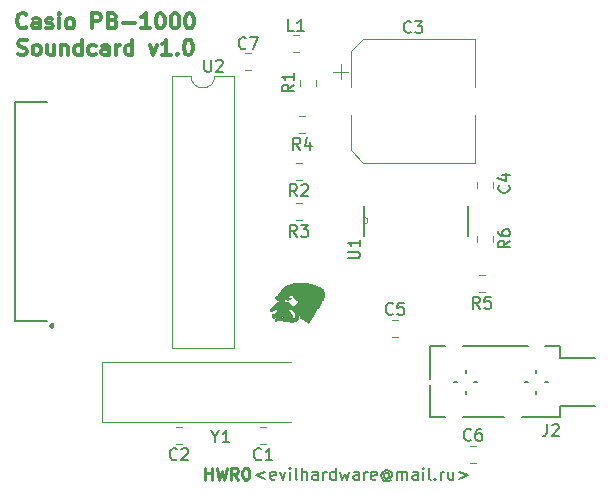
<source format=gbr>
G04 #@! TF.GenerationSoftware,KiCad,Pcbnew,(5.1.5)-3*
G04 #@! TF.CreationDate,2020-01-25T15:55:35+03:00*
G04 #@! TF.ProjectId,CASIO PB-1000 YM2413 Soundcard,43415349-4f20-4504-922d-313030302059,rev?*
G04 #@! TF.SameCoordinates,Original*
G04 #@! TF.FileFunction,Legend,Top*
G04 #@! TF.FilePolarity,Positive*
%FSLAX46Y46*%
G04 Gerber Fmt 4.6, Leading zero omitted, Abs format (unit mm)*
G04 Created by KiCad (PCBNEW (5.1.5)-3) date 2020-01-25 15:55:35*
%MOMM*%
%LPD*%
G04 APERTURE LIST*
%ADD10C,0.250000*%
%ADD11C,0.150000*%
%ADD12C,0.300000*%
%ADD13C,0.010000*%
%ADD14C,0.120000*%
%ADD15C,0.100000*%
%ADD16C,0.152400*%
G04 APERTURE END LIST*
D10*
X128976666Y-129357380D02*
X128976666Y-128357380D01*
X128976666Y-128833571D02*
X129548095Y-128833571D01*
X129548095Y-129357380D02*
X129548095Y-128357380D01*
X129929047Y-128357380D02*
X130167142Y-129357380D01*
X130357619Y-128643095D01*
X130548095Y-129357380D01*
X130786190Y-128357380D01*
X131738571Y-129357380D02*
X131405238Y-128881190D01*
X131167142Y-129357380D02*
X131167142Y-128357380D01*
X131548095Y-128357380D01*
X131643333Y-128405000D01*
X131690952Y-128452619D01*
X131738571Y-128547857D01*
X131738571Y-128690714D01*
X131690952Y-128785952D01*
X131643333Y-128833571D01*
X131548095Y-128881190D01*
X131167142Y-128881190D01*
X132357619Y-128357380D02*
X132452857Y-128357380D01*
X132548095Y-128405000D01*
X132595714Y-128452619D01*
X132643333Y-128547857D01*
X132690952Y-128738333D01*
X132690952Y-128976428D01*
X132643333Y-129166904D01*
X132595714Y-129262142D01*
X132548095Y-129309761D01*
X132452857Y-129357380D01*
X132357619Y-129357380D01*
X132262380Y-129309761D01*
X132214761Y-129262142D01*
X132167142Y-129166904D01*
X132119523Y-128976428D01*
X132119523Y-128738333D01*
X132167142Y-128547857D01*
X132214761Y-128452619D01*
X132262380Y-128405000D01*
X132357619Y-128357380D01*
D11*
X134049523Y-128690714D02*
X133287619Y-128976428D01*
X134049523Y-129262142D01*
X134906666Y-129309761D02*
X134811428Y-129357380D01*
X134620952Y-129357380D01*
X134525714Y-129309761D01*
X134478095Y-129214523D01*
X134478095Y-128833571D01*
X134525714Y-128738333D01*
X134620952Y-128690714D01*
X134811428Y-128690714D01*
X134906666Y-128738333D01*
X134954285Y-128833571D01*
X134954285Y-128928809D01*
X134478095Y-129024047D01*
X135287619Y-128690714D02*
X135525714Y-129357380D01*
X135763809Y-128690714D01*
X136144761Y-129357380D02*
X136144761Y-128690714D01*
X136144761Y-128357380D02*
X136097142Y-128405000D01*
X136144761Y-128452619D01*
X136192380Y-128405000D01*
X136144761Y-128357380D01*
X136144761Y-128452619D01*
X136763809Y-129357380D02*
X136668571Y-129309761D01*
X136620952Y-129214523D01*
X136620952Y-128357380D01*
X137144761Y-129357380D02*
X137144761Y-128357380D01*
X137573333Y-129357380D02*
X137573333Y-128833571D01*
X137525714Y-128738333D01*
X137430476Y-128690714D01*
X137287619Y-128690714D01*
X137192380Y-128738333D01*
X137144761Y-128785952D01*
X138478095Y-129357380D02*
X138478095Y-128833571D01*
X138430476Y-128738333D01*
X138335238Y-128690714D01*
X138144761Y-128690714D01*
X138049523Y-128738333D01*
X138478095Y-129309761D02*
X138382857Y-129357380D01*
X138144761Y-129357380D01*
X138049523Y-129309761D01*
X138001904Y-129214523D01*
X138001904Y-129119285D01*
X138049523Y-129024047D01*
X138144761Y-128976428D01*
X138382857Y-128976428D01*
X138478095Y-128928809D01*
X138954285Y-129357380D02*
X138954285Y-128690714D01*
X138954285Y-128881190D02*
X139001904Y-128785952D01*
X139049523Y-128738333D01*
X139144761Y-128690714D01*
X139240000Y-128690714D01*
X140001904Y-129357380D02*
X140001904Y-128357380D01*
X140001904Y-129309761D02*
X139906666Y-129357380D01*
X139716190Y-129357380D01*
X139620952Y-129309761D01*
X139573333Y-129262142D01*
X139525714Y-129166904D01*
X139525714Y-128881190D01*
X139573333Y-128785952D01*
X139620952Y-128738333D01*
X139716190Y-128690714D01*
X139906666Y-128690714D01*
X140001904Y-128738333D01*
X140382857Y-128690714D02*
X140573333Y-129357380D01*
X140763809Y-128881190D01*
X140954285Y-129357380D01*
X141144761Y-128690714D01*
X141954285Y-129357380D02*
X141954285Y-128833571D01*
X141906666Y-128738333D01*
X141811428Y-128690714D01*
X141620952Y-128690714D01*
X141525714Y-128738333D01*
X141954285Y-129309761D02*
X141859047Y-129357380D01*
X141620952Y-129357380D01*
X141525714Y-129309761D01*
X141478095Y-129214523D01*
X141478095Y-129119285D01*
X141525714Y-129024047D01*
X141620952Y-128976428D01*
X141859047Y-128976428D01*
X141954285Y-128928809D01*
X142430476Y-129357380D02*
X142430476Y-128690714D01*
X142430476Y-128881190D02*
X142478095Y-128785952D01*
X142525714Y-128738333D01*
X142620952Y-128690714D01*
X142716190Y-128690714D01*
X143430476Y-129309761D02*
X143335238Y-129357380D01*
X143144761Y-129357380D01*
X143049523Y-129309761D01*
X143001904Y-129214523D01*
X143001904Y-128833571D01*
X143049523Y-128738333D01*
X143144761Y-128690714D01*
X143335238Y-128690714D01*
X143430476Y-128738333D01*
X143478095Y-128833571D01*
X143478095Y-128928809D01*
X143001904Y-129024047D01*
X144525714Y-128881190D02*
X144478095Y-128833571D01*
X144382857Y-128785952D01*
X144287619Y-128785952D01*
X144192380Y-128833571D01*
X144144761Y-128881190D01*
X144097142Y-128976428D01*
X144097142Y-129071666D01*
X144144761Y-129166904D01*
X144192380Y-129214523D01*
X144287619Y-129262142D01*
X144382857Y-129262142D01*
X144478095Y-129214523D01*
X144525714Y-129166904D01*
X144525714Y-128785952D02*
X144525714Y-129166904D01*
X144573333Y-129214523D01*
X144620952Y-129214523D01*
X144716190Y-129166904D01*
X144763809Y-129071666D01*
X144763809Y-128833571D01*
X144668571Y-128690714D01*
X144525714Y-128595476D01*
X144335238Y-128547857D01*
X144144761Y-128595476D01*
X144001904Y-128690714D01*
X143906666Y-128833571D01*
X143859047Y-129024047D01*
X143906666Y-129214523D01*
X144001904Y-129357380D01*
X144144761Y-129452619D01*
X144335238Y-129500238D01*
X144525714Y-129452619D01*
X144668571Y-129357380D01*
X145192380Y-129357380D02*
X145192380Y-128690714D01*
X145192380Y-128785952D02*
X145240000Y-128738333D01*
X145335238Y-128690714D01*
X145478095Y-128690714D01*
X145573333Y-128738333D01*
X145620952Y-128833571D01*
X145620952Y-129357380D01*
X145620952Y-128833571D02*
X145668571Y-128738333D01*
X145763809Y-128690714D01*
X145906666Y-128690714D01*
X146001904Y-128738333D01*
X146049523Y-128833571D01*
X146049523Y-129357380D01*
X146954285Y-129357380D02*
X146954285Y-128833571D01*
X146906666Y-128738333D01*
X146811428Y-128690714D01*
X146620952Y-128690714D01*
X146525714Y-128738333D01*
X146954285Y-129309761D02*
X146859047Y-129357380D01*
X146620952Y-129357380D01*
X146525714Y-129309761D01*
X146478095Y-129214523D01*
X146478095Y-129119285D01*
X146525714Y-129024047D01*
X146620952Y-128976428D01*
X146859047Y-128976428D01*
X146954285Y-128928809D01*
X147430476Y-129357380D02*
X147430476Y-128690714D01*
X147430476Y-128357380D02*
X147382857Y-128405000D01*
X147430476Y-128452619D01*
X147478095Y-128405000D01*
X147430476Y-128357380D01*
X147430476Y-128452619D01*
X148049523Y-129357380D02*
X147954285Y-129309761D01*
X147906666Y-129214523D01*
X147906666Y-128357380D01*
X148430476Y-129262142D02*
X148478095Y-129309761D01*
X148430476Y-129357380D01*
X148382857Y-129309761D01*
X148430476Y-129262142D01*
X148430476Y-129357380D01*
X148906666Y-129357380D02*
X148906666Y-128690714D01*
X148906666Y-128881190D02*
X148954285Y-128785952D01*
X149001904Y-128738333D01*
X149097142Y-128690714D01*
X149192380Y-128690714D01*
X149954285Y-128690714D02*
X149954285Y-129357380D01*
X149525714Y-128690714D02*
X149525714Y-129214523D01*
X149573333Y-129309761D01*
X149668571Y-129357380D01*
X149811428Y-129357380D01*
X149906666Y-129309761D01*
X149954285Y-129262142D01*
X150430476Y-128690714D02*
X151192380Y-128976428D01*
X150430476Y-129262142D01*
D12*
X113837285Y-91033285D02*
X113775380Y-91095190D01*
X113589666Y-91157095D01*
X113465857Y-91157095D01*
X113280142Y-91095190D01*
X113156333Y-90971380D01*
X113094428Y-90847571D01*
X113032523Y-90599952D01*
X113032523Y-90414238D01*
X113094428Y-90166619D01*
X113156333Y-90042809D01*
X113280142Y-89919000D01*
X113465857Y-89857095D01*
X113589666Y-89857095D01*
X113775380Y-89919000D01*
X113837285Y-89980904D01*
X114951571Y-91157095D02*
X114951571Y-90476142D01*
X114889666Y-90352333D01*
X114765857Y-90290428D01*
X114518238Y-90290428D01*
X114394428Y-90352333D01*
X114951571Y-91095190D02*
X114827761Y-91157095D01*
X114518238Y-91157095D01*
X114394428Y-91095190D01*
X114332523Y-90971380D01*
X114332523Y-90847571D01*
X114394428Y-90723761D01*
X114518238Y-90661857D01*
X114827761Y-90661857D01*
X114951571Y-90599952D01*
X115508714Y-91095190D02*
X115632523Y-91157095D01*
X115880142Y-91157095D01*
X116003952Y-91095190D01*
X116065857Y-90971380D01*
X116065857Y-90909476D01*
X116003952Y-90785666D01*
X115880142Y-90723761D01*
X115694428Y-90723761D01*
X115570619Y-90661857D01*
X115508714Y-90538047D01*
X115508714Y-90476142D01*
X115570619Y-90352333D01*
X115694428Y-90290428D01*
X115880142Y-90290428D01*
X116003952Y-90352333D01*
X116623000Y-91157095D02*
X116623000Y-90290428D01*
X116623000Y-89857095D02*
X116561095Y-89919000D01*
X116623000Y-89980904D01*
X116684904Y-89919000D01*
X116623000Y-89857095D01*
X116623000Y-89980904D01*
X117427761Y-91157095D02*
X117303952Y-91095190D01*
X117242047Y-91033285D01*
X117180142Y-90909476D01*
X117180142Y-90538047D01*
X117242047Y-90414238D01*
X117303952Y-90352333D01*
X117427761Y-90290428D01*
X117613476Y-90290428D01*
X117737285Y-90352333D01*
X117799190Y-90414238D01*
X117861095Y-90538047D01*
X117861095Y-90909476D01*
X117799190Y-91033285D01*
X117737285Y-91095190D01*
X117613476Y-91157095D01*
X117427761Y-91157095D01*
X119408714Y-91157095D02*
X119408714Y-89857095D01*
X119903952Y-89857095D01*
X120027761Y-89919000D01*
X120089666Y-89980904D01*
X120151571Y-90104714D01*
X120151571Y-90290428D01*
X120089666Y-90414238D01*
X120027761Y-90476142D01*
X119903952Y-90538047D01*
X119408714Y-90538047D01*
X121142047Y-90476142D02*
X121327761Y-90538047D01*
X121389666Y-90599952D01*
X121451571Y-90723761D01*
X121451571Y-90909476D01*
X121389666Y-91033285D01*
X121327761Y-91095190D01*
X121203952Y-91157095D01*
X120708714Y-91157095D01*
X120708714Y-89857095D01*
X121142047Y-89857095D01*
X121265857Y-89919000D01*
X121327761Y-89980904D01*
X121389666Y-90104714D01*
X121389666Y-90228523D01*
X121327761Y-90352333D01*
X121265857Y-90414238D01*
X121142047Y-90476142D01*
X120708714Y-90476142D01*
X122008714Y-90661857D02*
X122999190Y-90661857D01*
X124299190Y-91157095D02*
X123556333Y-91157095D01*
X123927761Y-91157095D02*
X123927761Y-89857095D01*
X123803952Y-90042809D01*
X123680142Y-90166619D01*
X123556333Y-90228523D01*
X125103952Y-89857095D02*
X125227761Y-89857095D01*
X125351571Y-89919000D01*
X125413476Y-89980904D01*
X125475380Y-90104714D01*
X125537285Y-90352333D01*
X125537285Y-90661857D01*
X125475380Y-90909476D01*
X125413476Y-91033285D01*
X125351571Y-91095190D01*
X125227761Y-91157095D01*
X125103952Y-91157095D01*
X124980142Y-91095190D01*
X124918238Y-91033285D01*
X124856333Y-90909476D01*
X124794428Y-90661857D01*
X124794428Y-90352333D01*
X124856333Y-90104714D01*
X124918238Y-89980904D01*
X124980142Y-89919000D01*
X125103952Y-89857095D01*
X126342047Y-89857095D02*
X126465857Y-89857095D01*
X126589666Y-89919000D01*
X126651571Y-89980904D01*
X126713476Y-90104714D01*
X126775380Y-90352333D01*
X126775380Y-90661857D01*
X126713476Y-90909476D01*
X126651571Y-91033285D01*
X126589666Y-91095190D01*
X126465857Y-91157095D01*
X126342047Y-91157095D01*
X126218238Y-91095190D01*
X126156333Y-91033285D01*
X126094428Y-90909476D01*
X126032523Y-90661857D01*
X126032523Y-90352333D01*
X126094428Y-90104714D01*
X126156333Y-89980904D01*
X126218238Y-89919000D01*
X126342047Y-89857095D01*
X127580142Y-89857095D02*
X127703952Y-89857095D01*
X127827761Y-89919000D01*
X127889666Y-89980904D01*
X127951571Y-90104714D01*
X128013476Y-90352333D01*
X128013476Y-90661857D01*
X127951571Y-90909476D01*
X127889666Y-91033285D01*
X127827761Y-91095190D01*
X127703952Y-91157095D01*
X127580142Y-91157095D01*
X127456333Y-91095190D01*
X127394428Y-91033285D01*
X127332523Y-90909476D01*
X127270619Y-90661857D01*
X127270619Y-90352333D01*
X127332523Y-90104714D01*
X127394428Y-89980904D01*
X127456333Y-89919000D01*
X127580142Y-89857095D01*
X113125380Y-93345190D02*
X113311095Y-93407095D01*
X113620619Y-93407095D01*
X113744428Y-93345190D01*
X113806333Y-93283285D01*
X113868238Y-93159476D01*
X113868238Y-93035666D01*
X113806333Y-92911857D01*
X113744428Y-92849952D01*
X113620619Y-92788047D01*
X113373000Y-92726142D01*
X113249190Y-92664238D01*
X113187285Y-92602333D01*
X113125380Y-92478523D01*
X113125380Y-92354714D01*
X113187285Y-92230904D01*
X113249190Y-92169000D01*
X113373000Y-92107095D01*
X113682523Y-92107095D01*
X113868238Y-92169000D01*
X114611095Y-93407095D02*
X114487285Y-93345190D01*
X114425380Y-93283285D01*
X114363476Y-93159476D01*
X114363476Y-92788047D01*
X114425380Y-92664238D01*
X114487285Y-92602333D01*
X114611095Y-92540428D01*
X114796809Y-92540428D01*
X114920619Y-92602333D01*
X114982523Y-92664238D01*
X115044428Y-92788047D01*
X115044428Y-93159476D01*
X114982523Y-93283285D01*
X114920619Y-93345190D01*
X114796809Y-93407095D01*
X114611095Y-93407095D01*
X116158714Y-92540428D02*
X116158714Y-93407095D01*
X115601571Y-92540428D02*
X115601571Y-93221380D01*
X115663476Y-93345190D01*
X115787285Y-93407095D01*
X115973000Y-93407095D01*
X116096809Y-93345190D01*
X116158714Y-93283285D01*
X116777761Y-92540428D02*
X116777761Y-93407095D01*
X116777761Y-92664238D02*
X116839666Y-92602333D01*
X116963476Y-92540428D01*
X117149190Y-92540428D01*
X117273000Y-92602333D01*
X117334904Y-92726142D01*
X117334904Y-93407095D01*
X118511095Y-93407095D02*
X118511095Y-92107095D01*
X118511095Y-93345190D02*
X118387285Y-93407095D01*
X118139666Y-93407095D01*
X118015857Y-93345190D01*
X117953952Y-93283285D01*
X117892047Y-93159476D01*
X117892047Y-92788047D01*
X117953952Y-92664238D01*
X118015857Y-92602333D01*
X118139666Y-92540428D01*
X118387285Y-92540428D01*
X118511095Y-92602333D01*
X119687285Y-93345190D02*
X119563476Y-93407095D01*
X119315857Y-93407095D01*
X119192047Y-93345190D01*
X119130142Y-93283285D01*
X119068238Y-93159476D01*
X119068238Y-92788047D01*
X119130142Y-92664238D01*
X119192047Y-92602333D01*
X119315857Y-92540428D01*
X119563476Y-92540428D01*
X119687285Y-92602333D01*
X120801571Y-93407095D02*
X120801571Y-92726142D01*
X120739666Y-92602333D01*
X120615857Y-92540428D01*
X120368238Y-92540428D01*
X120244428Y-92602333D01*
X120801571Y-93345190D02*
X120677761Y-93407095D01*
X120368238Y-93407095D01*
X120244428Y-93345190D01*
X120182523Y-93221380D01*
X120182523Y-93097571D01*
X120244428Y-92973761D01*
X120368238Y-92911857D01*
X120677761Y-92911857D01*
X120801571Y-92849952D01*
X121420619Y-93407095D02*
X121420619Y-92540428D01*
X121420619Y-92788047D02*
X121482523Y-92664238D01*
X121544428Y-92602333D01*
X121668238Y-92540428D01*
X121792047Y-92540428D01*
X122782523Y-93407095D02*
X122782523Y-92107095D01*
X122782523Y-93345190D02*
X122658714Y-93407095D01*
X122411095Y-93407095D01*
X122287285Y-93345190D01*
X122225380Y-93283285D01*
X122163476Y-93159476D01*
X122163476Y-92788047D01*
X122225380Y-92664238D01*
X122287285Y-92602333D01*
X122411095Y-92540428D01*
X122658714Y-92540428D01*
X122782523Y-92602333D01*
X124268238Y-92540428D02*
X124577761Y-93407095D01*
X124887285Y-92540428D01*
X126063476Y-93407095D02*
X125320619Y-93407095D01*
X125692047Y-93407095D02*
X125692047Y-92107095D01*
X125568238Y-92292809D01*
X125444428Y-92416619D01*
X125320619Y-92478523D01*
X126620619Y-93283285D02*
X126682523Y-93345190D01*
X126620619Y-93407095D01*
X126558714Y-93345190D01*
X126620619Y-93283285D01*
X126620619Y-93407095D01*
X127487285Y-92107095D02*
X127611095Y-92107095D01*
X127734904Y-92169000D01*
X127796809Y-92230904D01*
X127858714Y-92354714D01*
X127920619Y-92602333D01*
X127920619Y-92911857D01*
X127858714Y-93159476D01*
X127796809Y-93283285D01*
X127734904Y-93345190D01*
X127611095Y-93407095D01*
X127487285Y-93407095D01*
X127363476Y-93345190D01*
X127301571Y-93283285D01*
X127239666Y-93159476D01*
X127177761Y-92911857D01*
X127177761Y-92602333D01*
X127239666Y-92354714D01*
X127301571Y-92230904D01*
X127363476Y-92169000D01*
X127487285Y-92107095D01*
D13*
G36*
X137128836Y-112667810D02*
G01*
X137164191Y-112668763D01*
X137188897Y-112670302D01*
X137202162Y-112672383D01*
X137204302Y-112673834D01*
X137210076Y-112677232D01*
X137225110Y-112679530D01*
X137241732Y-112680186D01*
X137265182Y-112681246D01*
X137278290Y-112684769D01*
X137282818Y-112689713D01*
X137286242Y-112693475D01*
X137294367Y-112696132D01*
X137309006Y-112697857D01*
X137331976Y-112698825D01*
X137365088Y-112699211D01*
X137381947Y-112699241D01*
X137420827Y-112699651D01*
X137450404Y-112700833D01*
X137469594Y-112702716D01*
X137477316Y-112705227D01*
X137477420Y-112705592D01*
X137483004Y-112709790D01*
X137496734Y-112711889D01*
X137499651Y-112711944D01*
X137516093Y-112714010D01*
X137521841Y-112720603D01*
X137521882Y-112721471D01*
X137526077Y-112728096D01*
X137539984Y-112730826D01*
X137547288Y-112730999D01*
X137564954Y-112732572D01*
X137572233Y-112737787D01*
X137572694Y-112740526D01*
X137574793Y-112744969D01*
X137582483Y-112747821D01*
X137597853Y-112749396D01*
X137622992Y-112750008D01*
X137636210Y-112750053D01*
X137665717Y-112750657D01*
X137687049Y-112752347D01*
X137698378Y-112754939D01*
X137699726Y-112756405D01*
X137705162Y-112761180D01*
X137715605Y-112762756D01*
X137728376Y-112766069D01*
X137731484Y-112772284D01*
X137735679Y-112778909D01*
X137749586Y-112781638D01*
X137756890Y-112781811D01*
X137772800Y-112783220D01*
X137781649Y-112786739D01*
X137782297Y-112788163D01*
X137788208Y-112791363D01*
X137804208Y-112793594D01*
X137827700Y-112794508D01*
X137829934Y-112794514D01*
X137853937Y-112795303D01*
X137870667Y-112797436D01*
X137877526Y-112800568D01*
X137877571Y-112800866D01*
X137882899Y-112806000D01*
X137890473Y-112807218D01*
X137902687Y-112811356D01*
X137907032Y-112816745D01*
X137912321Y-112821969D01*
X137924760Y-112824971D01*
X137946670Y-112826187D01*
X137957645Y-112826272D01*
X137981395Y-112827071D01*
X137997919Y-112829228D01*
X138004574Y-112832387D01*
X138004602Y-112832624D01*
X138009931Y-112837758D01*
X138017505Y-112838976D01*
X138029718Y-112843114D01*
X138034063Y-112848503D01*
X138042590Y-112856002D01*
X138052389Y-112858030D01*
X138064826Y-112860865D01*
X138069544Y-112865485D01*
X138077634Y-112869912D01*
X138097885Y-112871633D01*
X138114566Y-112871398D01*
X138138563Y-112871170D01*
X138152665Y-112872979D01*
X138159583Y-112877318D01*
X138160927Y-112879822D01*
X138168834Y-112888534D01*
X138173599Y-112889788D01*
X138181426Y-112894887D01*
X138182447Y-112899316D01*
X138187267Y-112906362D01*
X138202653Y-112908826D01*
X138204677Y-112908843D01*
X138219371Y-112910438D01*
X138226716Y-112914361D01*
X138226908Y-112915195D01*
X138232678Y-112918596D01*
X138247687Y-112920896D01*
X138264128Y-112921546D01*
X138286206Y-112922287D01*
X138299785Y-112925407D01*
X138309025Y-112932249D01*
X138313272Y-112937425D01*
X138326387Y-112949205D01*
X138344671Y-112953217D01*
X138349096Y-112953304D01*
X138366188Y-112955085D01*
X138372779Y-112960894D01*
X138372994Y-112962832D01*
X138378516Y-112970494D01*
X138388873Y-112972359D01*
X138400810Y-112974533D01*
X138404752Y-112978710D01*
X138410188Y-112983485D01*
X138420631Y-112985062D01*
X138433402Y-112988375D01*
X138436510Y-112994589D01*
X138440706Y-113001214D01*
X138454612Y-113003944D01*
X138461917Y-113004117D01*
X138477826Y-113005526D01*
X138486675Y-113009045D01*
X138487323Y-113010468D01*
X138492643Y-113015629D01*
X138500026Y-113016820D01*
X138510372Y-113020791D01*
X138512729Y-113026347D01*
X138518251Y-113034010D01*
X138528608Y-113035875D01*
X138540545Y-113038049D01*
X138544487Y-113042226D01*
X138550042Y-113046580D01*
X138563573Y-113048661D01*
X138565130Y-113048688D01*
X138588488Y-113054853D01*
X138600730Y-113064567D01*
X138620916Y-113077862D01*
X138637252Y-113080336D01*
X138653428Y-113082536D01*
X138658808Y-113089486D01*
X138658816Y-113089863D01*
X138664337Y-113097526D01*
X138674695Y-113099391D01*
X138686631Y-113101565D01*
X138690574Y-113105742D01*
X138695718Y-113111377D01*
X138700101Y-113112094D01*
X138708522Y-113117178D01*
X138709629Y-113121621D01*
X138714449Y-113128668D01*
X138729834Y-113131131D01*
X138731859Y-113131149D01*
X138746553Y-113132744D01*
X138753898Y-113136667D01*
X138754090Y-113137500D01*
X138759422Y-113142620D01*
X138767096Y-113143852D01*
X138780228Y-113148302D01*
X138794203Y-113159078D01*
X138794819Y-113159731D01*
X138814969Y-113173227D01*
X138829449Y-113175610D01*
X138844947Y-113178204D01*
X138849363Y-113185137D01*
X138854448Y-113193558D01*
X138858891Y-113194664D01*
X138867343Y-113198094D01*
X138868418Y-113201016D01*
X138873670Y-113206376D01*
X138879710Y-113207368D01*
X138895254Y-113213175D01*
X138906669Y-113228971D01*
X138912458Y-113252316D01*
X138912879Y-113261429D01*
X138914132Y-113280241D01*
X138918391Y-113288794D01*
X138922407Y-113289938D01*
X138930827Y-113295023D01*
X138931934Y-113299466D01*
X138935364Y-113307918D01*
X138938286Y-113308993D01*
X138942484Y-113314577D01*
X138944582Y-113328306D01*
X138944637Y-113331224D01*
X138946703Y-113347666D01*
X138953297Y-113353414D01*
X138954165Y-113353454D01*
X138958813Y-113355682D01*
X138961708Y-113363812D01*
X138963212Y-113380016D01*
X138963687Y-113406464D01*
X138963692Y-113410618D01*
X138964063Y-113438507D01*
X138965418Y-113455878D01*
X138968119Y-113464903D01*
X138972527Y-113467753D01*
X138973219Y-113467783D01*
X138980882Y-113473304D01*
X138982747Y-113483662D01*
X138984921Y-113495598D01*
X138989098Y-113499541D01*
X138991094Y-113505820D01*
X138992733Y-113524377D01*
X138993999Y-113554790D01*
X138994879Y-113596640D01*
X138995359Y-113649505D01*
X138995450Y-113690088D01*
X138995241Y-113749971D01*
X138994622Y-113799115D01*
X138993608Y-113837099D01*
X138992213Y-113863504D01*
X138990451Y-113877908D01*
X138989098Y-113880636D01*
X138984345Y-113886078D01*
X138982747Y-113896714D01*
X138979383Y-113910241D01*
X138973219Y-113916449D01*
X138968275Y-113921311D01*
X138965305Y-113932768D01*
X138963922Y-113953095D01*
X138963692Y-113972734D01*
X138963155Y-114000252D01*
X138961288Y-114017379D01*
X138957704Y-114026392D01*
X138954165Y-114029019D01*
X138946959Y-114038209D01*
X138944637Y-114055105D01*
X138943055Y-114069878D01*
X138939161Y-114077322D01*
X138938286Y-114077535D01*
X138934035Y-114083106D01*
X138931971Y-114096752D01*
X138931934Y-114099086D01*
X138929138Y-114116434D01*
X138922407Y-114124293D01*
X138914561Y-114132909D01*
X138912879Y-114140852D01*
X138910256Y-114151281D01*
X138906528Y-114153754D01*
X138900893Y-114158899D01*
X138900176Y-114163282D01*
X138895092Y-114171702D01*
X138890649Y-114172809D01*
X138882228Y-114167725D01*
X138881121Y-114163282D01*
X138877692Y-114154829D01*
X138874770Y-114153754D01*
X138871569Y-114147843D01*
X138869339Y-114131843D01*
X138868424Y-114108351D01*
X138868418Y-114106117D01*
X138867919Y-114080990D01*
X138866116Y-114066241D01*
X138862548Y-114059572D01*
X138858891Y-114058480D01*
X138850470Y-114053396D01*
X138849363Y-114048953D01*
X138845934Y-114040501D01*
X138843012Y-114039426D01*
X138837377Y-114044570D01*
X138836660Y-114048953D01*
X138831576Y-114057374D01*
X138827133Y-114058480D01*
X138821141Y-114061880D01*
X138818215Y-114073651D01*
X138817606Y-114090238D01*
X138816463Y-114108354D01*
X138813542Y-114119853D01*
X138811254Y-114121996D01*
X138806403Y-114127410D01*
X138804902Y-114137196D01*
X138801355Y-114150368D01*
X138795375Y-114156051D01*
X138789582Y-114162330D01*
X138786582Y-114177013D01*
X138785848Y-114198016D01*
X138784888Y-114218397D01*
X138782378Y-114232223D01*
X138779496Y-114236325D01*
X138774721Y-114241760D01*
X138773144Y-114252204D01*
X138769832Y-114264975D01*
X138763617Y-114268083D01*
X138755954Y-114273604D01*
X138754090Y-114283962D01*
X138751915Y-114295898D01*
X138747738Y-114299841D01*
X138744115Y-114305553D01*
X138741815Y-114320159D01*
X138741386Y-114331599D01*
X138740367Y-114351570D01*
X138736835Y-114361324D01*
X138731859Y-114363357D01*
X138724196Y-114368878D01*
X138722332Y-114379236D01*
X138720157Y-114391172D01*
X138715980Y-114395115D01*
X138711205Y-114400550D01*
X138709629Y-114410994D01*
X138706316Y-114423765D01*
X138700101Y-114426873D01*
X138693120Y-114431591D01*
X138690606Y-114446747D01*
X138690574Y-114449557D01*
X138687068Y-114470147D01*
X138677946Y-114484900D01*
X138665621Y-114490388D01*
X138661554Y-114496191D01*
X138659167Y-114511485D01*
X138658816Y-114522146D01*
X138657673Y-114540262D01*
X138654752Y-114551761D01*
X138652464Y-114553904D01*
X138647690Y-114559340D01*
X138646113Y-114569783D01*
X138642800Y-114582554D01*
X138636585Y-114585662D01*
X138628165Y-114590746D01*
X138627058Y-114595190D01*
X138623628Y-114603642D01*
X138620706Y-114604717D01*
X138616264Y-114610241D01*
X138614356Y-114623569D01*
X138614355Y-114623971D01*
X138611375Y-114639549D01*
X138604827Y-114646881D01*
X138596386Y-114654878D01*
X138595300Y-114659385D01*
X138590201Y-114667212D01*
X138585773Y-114668233D01*
X138578110Y-114673754D01*
X138576245Y-114684112D01*
X138574071Y-114696048D01*
X138569894Y-114699991D01*
X138565643Y-114705562D01*
X138563579Y-114719207D01*
X138563542Y-114721542D01*
X138560746Y-114738890D01*
X138554015Y-114746749D01*
X138546764Y-114755208D01*
X138544487Y-114766483D01*
X138542338Y-114778515D01*
X138538136Y-114782561D01*
X138532975Y-114787881D01*
X138531784Y-114795265D01*
X138527813Y-114805610D01*
X138522257Y-114807968D01*
X138513941Y-114813086D01*
X138512729Y-114817937D01*
X138507985Y-114825478D01*
X138498438Y-114825876D01*
X138492231Y-114824361D01*
X138488062Y-114820416D01*
X138485439Y-114811796D01*
X138483870Y-114796254D01*
X138482864Y-114771543D01*
X138482351Y-114752391D01*
X138481360Y-114721159D01*
X138480004Y-114700514D01*
X138477902Y-114688340D01*
X138474671Y-114682522D01*
X138469932Y-114680943D01*
X138469472Y-114680936D01*
X138455739Y-114686352D01*
X138443480Y-114699414D01*
X138436818Y-114715346D01*
X138436510Y-114719118D01*
X138432522Y-114729406D01*
X138426983Y-114731749D01*
X138419320Y-114737270D01*
X138417455Y-114747628D01*
X138415281Y-114759564D01*
X138411104Y-114763507D01*
X138406854Y-114769078D01*
X138404790Y-114782723D01*
X138404752Y-114785058D01*
X138401956Y-114802406D01*
X138395225Y-114810265D01*
X138388019Y-114819454D01*
X138385698Y-114836351D01*
X138384115Y-114851123D01*
X138380221Y-114858567D01*
X138379346Y-114858780D01*
X138374571Y-114864216D01*
X138372994Y-114874659D01*
X138369682Y-114887431D01*
X138363467Y-114890538D01*
X138356842Y-114894734D01*
X138354113Y-114908641D01*
X138353940Y-114915945D01*
X138352531Y-114931854D01*
X138349012Y-114940703D01*
X138347588Y-114941351D01*
X138342454Y-114946680D01*
X138341236Y-114954254D01*
X138337098Y-114966467D01*
X138331709Y-114970812D01*
X138324306Y-114979313D01*
X138322182Y-114989668D01*
X138319919Y-115001275D01*
X138315830Y-115004867D01*
X138311632Y-115010451D01*
X138309533Y-115024180D01*
X138309478Y-115027098D01*
X138307412Y-115043540D01*
X138300819Y-115049288D01*
X138299951Y-115049328D01*
X138291530Y-115054412D01*
X138290424Y-115058856D01*
X138286994Y-115067308D01*
X138284072Y-115068383D01*
X138279630Y-115073907D01*
X138277722Y-115087235D01*
X138277721Y-115087637D01*
X138274741Y-115103215D01*
X138268193Y-115110547D01*
X138260226Y-115119193D01*
X138258666Y-115126530D01*
X138254234Y-115139158D01*
X138243498Y-115152902D01*
X138242787Y-115153573D01*
X138229290Y-115173724D01*
X138226908Y-115188204D01*
X138225141Y-115201950D01*
X138220859Y-115208095D01*
X138220556Y-115208118D01*
X138214921Y-115213262D01*
X138214205Y-115217645D01*
X138209120Y-115226066D01*
X138204677Y-115227173D01*
X138197015Y-115232694D01*
X138195150Y-115243052D01*
X138192976Y-115254988D01*
X138188798Y-115258931D01*
X138184024Y-115264366D01*
X138182447Y-115274810D01*
X138179134Y-115287581D01*
X138172919Y-115290688D01*
X138165257Y-115296210D01*
X138163392Y-115306567D01*
X138161218Y-115318504D01*
X138157040Y-115322446D01*
X138152266Y-115327882D01*
X138150689Y-115338325D01*
X138148539Y-115350262D01*
X138144410Y-115354204D01*
X138132625Y-115359166D01*
X138120586Y-115370659D01*
X138113177Y-115383596D01*
X138112579Y-115387374D01*
X138109625Y-115396903D01*
X138106228Y-115398665D01*
X138101195Y-115404026D01*
X138099876Y-115412352D01*
X138095362Y-115424558D01*
X138083642Y-115440603D01*
X138074470Y-115450207D01*
X138060234Y-115465990D01*
X138051014Y-115480511D01*
X138049063Y-115487333D01*
X138046450Y-115497792D01*
X138042712Y-115500291D01*
X138037937Y-115505726D01*
X138036360Y-115516170D01*
X138034032Y-115528104D01*
X138029555Y-115532049D01*
X138018012Y-115537253D01*
X138008092Y-115549136D01*
X138004602Y-115560481D01*
X138000227Y-115571606D01*
X137989607Y-115584646D01*
X137988723Y-115585481D01*
X137977711Y-115599501D01*
X137972856Y-115613232D01*
X137972844Y-115613760D01*
X137969070Y-115624775D01*
X137963317Y-115627323D01*
X137955604Y-115632755D01*
X137953790Y-115641694D01*
X137948950Y-115655643D01*
X137937911Y-115667990D01*
X137926599Y-115680028D01*
X137922032Y-115691728D01*
X137919194Y-115701556D01*
X137915680Y-115703542D01*
X137910045Y-115708686D01*
X137909328Y-115713069D01*
X137904244Y-115721490D01*
X137899801Y-115722596D01*
X137892088Y-115728028D01*
X137890274Y-115736968D01*
X137885434Y-115750917D01*
X137874395Y-115763264D01*
X137863071Y-115775456D01*
X137858516Y-115787456D01*
X137854117Y-115801893D01*
X137843836Y-115813768D01*
X137833563Y-115817870D01*
X137828153Y-115823221D01*
X137826758Y-115831411D01*
X137822337Y-115843661D01*
X137811152Y-115859053D01*
X137804527Y-115865919D01*
X137791273Y-115881025D01*
X137783319Y-115895121D01*
X137782297Y-115900014D01*
X137778424Y-115910694D01*
X137772769Y-115913144D01*
X137764349Y-115918228D01*
X137763242Y-115922671D01*
X137758158Y-115931092D01*
X137753715Y-115932199D01*
X137745966Y-115937538D01*
X137744187Y-115945356D01*
X137739867Y-115960354D01*
X137729666Y-115972482D01*
X137719235Y-115976660D01*
X137713200Y-115981797D01*
X137712429Y-115986187D01*
X137709000Y-115994640D01*
X137706078Y-115995715D01*
X137701303Y-116001150D01*
X137699726Y-116011594D01*
X137697398Y-116023528D01*
X137692921Y-116027473D01*
X137683165Y-116031554D01*
X137677042Y-116036546D01*
X137669475Y-116047174D01*
X137667968Y-116052425D01*
X137662535Y-116057540D01*
X137652089Y-116059231D01*
X137639318Y-116055918D01*
X137636210Y-116049703D01*
X137632541Y-116041255D01*
X137629405Y-116040176D01*
X137619649Y-116036095D01*
X137613526Y-116031102D01*
X137605959Y-116020475D01*
X137604452Y-116015223D01*
X137599572Y-116008697D01*
X137597647Y-116008418D01*
X137587891Y-116004337D01*
X137581768Y-115999344D01*
X137574202Y-115988717D01*
X137572694Y-115983465D01*
X137567815Y-115976939D01*
X137565889Y-115976660D01*
X137556133Y-115972579D01*
X137550010Y-115967586D01*
X137542444Y-115956959D01*
X137540936Y-115951707D01*
X137535799Y-115945673D01*
X137531409Y-115944902D01*
X137522956Y-115941472D01*
X137521882Y-115938550D01*
X137516446Y-115933776D01*
X137506003Y-115932199D01*
X137494069Y-115929871D01*
X137490124Y-115925394D01*
X137485313Y-115914619D01*
X137474753Y-115904385D01*
X137465171Y-115900441D01*
X137459136Y-115895304D01*
X137458366Y-115890914D01*
X137452994Y-115883175D01*
X137444825Y-115881386D01*
X137432575Y-115876965D01*
X137417183Y-115865780D01*
X137410317Y-115859156D01*
X137396156Y-115846012D01*
X137384155Y-115838034D01*
X137380287Y-115836925D01*
X137370352Y-115832237D01*
X137359298Y-115821046D01*
X137346082Y-115809477D01*
X137332803Y-115805167D01*
X137319889Y-115801475D01*
X137314576Y-115795640D01*
X137306075Y-115788236D01*
X137295721Y-115786112D01*
X137284116Y-115783690D01*
X137280521Y-115779307D01*
X137274784Y-115766724D01*
X137259858Y-115757709D01*
X137239690Y-115754354D01*
X137224818Y-115752677D01*
X137217249Y-115748543D01*
X137217005Y-115747549D01*
X137211268Y-115734966D01*
X137196343Y-115725951D01*
X137176174Y-115722596D01*
X137159553Y-115720615D01*
X137153565Y-115714249D01*
X137153489Y-115713069D01*
X137149294Y-115706444D01*
X137135387Y-115703715D01*
X137128083Y-115703542D01*
X137112174Y-115702133D01*
X137103325Y-115698614D01*
X137102677Y-115697190D01*
X137097093Y-115692992D01*
X137083364Y-115690893D01*
X137080446Y-115690839D01*
X137064004Y-115688773D01*
X137058256Y-115682179D01*
X137058216Y-115681311D01*
X137052694Y-115673648D01*
X137042337Y-115671784D01*
X137033536Y-115670977D01*
X137028785Y-115666567D01*
X137026840Y-115655573D01*
X137026458Y-115635010D01*
X137026458Y-115633674D01*
X137025494Y-115613375D01*
X137022975Y-115599613D01*
X137020106Y-115595565D01*
X137015923Y-115589978D01*
X137013815Y-115576224D01*
X137013755Y-115573135D01*
X137011026Y-115555123D01*
X137004227Y-115547049D01*
X136996824Y-115538548D01*
X136994700Y-115528193D01*
X136991263Y-115515933D01*
X136985172Y-115512994D01*
X136978126Y-115508173D01*
X136975662Y-115492788D01*
X136975645Y-115490763D01*
X136974050Y-115476070D01*
X136970127Y-115468725D01*
X136969293Y-115468533D01*
X136964443Y-115463119D01*
X136962942Y-115453334D01*
X136959394Y-115440161D01*
X136953414Y-115434478D01*
X136946164Y-115426019D01*
X136943887Y-115414744D01*
X136941737Y-115402712D01*
X136937536Y-115398665D01*
X136932761Y-115393230D01*
X136931184Y-115382786D01*
X136928817Y-115370853D01*
X136924266Y-115366908D01*
X136916508Y-115362651D01*
X136903236Y-115351572D01*
X136889569Y-115338325D01*
X136867829Y-115318733D01*
X136851532Y-115310157D01*
X136840899Y-115312625D01*
X136836154Y-115326163D01*
X136835910Y-115331974D01*
X136837505Y-115346668D01*
X136841428Y-115354012D01*
X136842262Y-115354204D01*
X136844534Y-115360441D01*
X136846336Y-115378704D01*
X136847637Y-115408326D01*
X136848404Y-115448639D01*
X136848613Y-115490763D01*
X136848323Y-115539628D01*
X136847474Y-115578371D01*
X136846096Y-115606322D01*
X136844221Y-115622814D01*
X136842262Y-115627323D01*
X136838063Y-115632906D01*
X136835965Y-115646636D01*
X136835910Y-115649553D01*
X136833844Y-115665995D01*
X136827250Y-115671744D01*
X136826383Y-115671784D01*
X136818720Y-115677305D01*
X136816855Y-115687663D01*
X136814681Y-115699599D01*
X136810504Y-115703542D01*
X136806526Y-115709177D01*
X136804314Y-115723253D01*
X136804152Y-115728948D01*
X136802643Y-115744856D01*
X136798873Y-115753706D01*
X136797347Y-115754354D01*
X136785691Y-115759617D01*
X136775833Y-115771732D01*
X136772394Y-115783466D01*
X136768037Y-115793733D01*
X136756843Y-115808361D01*
X136746988Y-115818599D01*
X136732823Y-115833824D01*
X136723600Y-115847095D01*
X136721582Y-115853003D01*
X136716168Y-115867636D01*
X136703460Y-115878655D01*
X136693150Y-115881386D01*
X136682024Y-115885761D01*
X136668984Y-115896381D01*
X136668149Y-115897265D01*
X136654129Y-115908277D01*
X136640399Y-115913133D01*
X136639870Y-115913144D01*
X136628856Y-115916919D01*
X136626308Y-115922671D01*
X136622908Y-115928663D01*
X136611137Y-115931589D01*
X136594550Y-115932199D01*
X136576434Y-115933341D01*
X136564935Y-115936263D01*
X136562792Y-115938550D01*
X136557378Y-115943401D01*
X136547592Y-115944902D01*
X136534420Y-115948450D01*
X136528737Y-115954429D01*
X136524689Y-115958758D01*
X136515125Y-115961599D01*
X136497970Y-115963222D01*
X136471152Y-115963893D01*
X136455014Y-115963957D01*
X136423428Y-115964507D01*
X136400304Y-115966062D01*
X136387262Y-115968473D01*
X136384947Y-115970308D01*
X136378748Y-115972760D01*
X136360740Y-115974659D01*
X136331806Y-115975955D01*
X136292832Y-115976597D01*
X136273795Y-115976660D01*
X136230889Y-115976306D01*
X136197655Y-115975277D01*
X136174976Y-115973623D01*
X136163738Y-115971396D01*
X136162642Y-115970308D01*
X136156527Y-115967557D01*
X136139101Y-115965511D01*
X136111742Y-115964280D01*
X136083247Y-115963957D01*
X136049615Y-115963732D01*
X136026770Y-115962904D01*
X136012801Y-115961245D01*
X136005799Y-115958524D01*
X136003853Y-115954514D01*
X136003852Y-115954429D01*
X135999657Y-115947805D01*
X135985750Y-115945075D01*
X135978446Y-115944902D01*
X135962536Y-115943493D01*
X135953687Y-115939974D01*
X135953039Y-115938550D01*
X135946875Y-115935962D01*
X135929104Y-115933993D01*
X135900815Y-115932717D01*
X135863091Y-115932205D01*
X135857766Y-115932199D01*
X135820477Y-115932026D01*
X135794123Y-115931390D01*
X135776937Y-115930114D01*
X135767155Y-115928021D01*
X135763009Y-115924936D01*
X135762492Y-115922671D01*
X135759736Y-115917327D01*
X135749887Y-115914357D01*
X135730576Y-115913214D01*
X135721206Y-115913144D01*
X135699632Y-115912247D01*
X135684862Y-115909869D01*
X135679921Y-115906793D01*
X135674136Y-115903409D01*
X135659022Y-115901116D01*
X135641812Y-115900441D01*
X135619683Y-115899709D01*
X135607802Y-115897115D01*
X135603777Y-115892061D01*
X135603702Y-115890914D01*
X135602191Y-115887731D01*
X135596660Y-115885329D01*
X135585611Y-115883605D01*
X135567545Y-115882454D01*
X135540965Y-115881770D01*
X135504371Y-115881450D01*
X135467143Y-115881386D01*
X135418278Y-115881096D01*
X135379536Y-115880247D01*
X135351584Y-115878869D01*
X135335092Y-115876994D01*
X135330584Y-115875035D01*
X135324397Y-115872531D01*
X135306474Y-115870605D01*
X135277772Y-115869315D01*
X135239248Y-115868718D01*
X135225783Y-115868683D01*
X135186438Y-115868532D01*
X135158102Y-115867976D01*
X135139083Y-115866861D01*
X135127688Y-115865034D01*
X135122225Y-115862341D01*
X135120981Y-115859156D01*
X135116161Y-115852109D01*
X135100775Y-115849645D01*
X135098751Y-115849628D01*
X135082309Y-115851694D01*
X135076560Y-115858288D01*
X135076520Y-115859156D01*
X135070999Y-115866818D01*
X135060641Y-115868683D01*
X135048705Y-115870857D01*
X135044762Y-115875035D01*
X135039082Y-115878806D01*
X135024693Y-115881082D01*
X135015877Y-115881386D01*
X134994355Y-115883318D01*
X134979515Y-115890477D01*
X134972275Y-115897265D01*
X134958255Y-115908277D01*
X134944525Y-115913133D01*
X134943996Y-115913144D01*
X134932982Y-115916919D01*
X134930434Y-115922671D01*
X134926238Y-115929296D01*
X134912332Y-115932026D01*
X134905027Y-115932199D01*
X134887362Y-115930626D01*
X134880082Y-115925411D01*
X134879621Y-115922671D01*
X134876191Y-115914219D01*
X134873269Y-115913144D01*
X134869071Y-115907561D01*
X134866973Y-115893831D01*
X134866918Y-115890914D01*
X134864852Y-115874471D01*
X134858258Y-115868723D01*
X134857390Y-115868683D01*
X134851320Y-115863199D01*
X134847953Y-115849635D01*
X134847291Y-115832325D01*
X134849331Y-115815599D01*
X134854076Y-115803791D01*
X134857390Y-115801112D01*
X134865326Y-115792474D01*
X134866918Y-115784979D01*
X134872425Y-115767923D01*
X134887910Y-115757359D01*
X134907749Y-115754354D01*
X134924370Y-115752373D01*
X134930358Y-115746007D01*
X134930434Y-115744827D01*
X134935955Y-115737164D01*
X134946313Y-115735300D01*
X134958249Y-115733125D01*
X134962192Y-115728948D01*
X134967627Y-115724173D01*
X134978071Y-115722596D01*
X134990842Y-115719284D01*
X134993950Y-115713069D01*
X134995498Y-115709783D01*
X135001176Y-115707332D01*
X135012532Y-115705603D01*
X135031118Y-115704477D01*
X135058481Y-115703839D01*
X135096171Y-115703572D01*
X135120981Y-115703542D01*
X135167683Y-115703230D01*
X135204415Y-115702321D01*
X135230438Y-115700851D01*
X135245015Y-115698857D01*
X135248013Y-115697190D01*
X135254274Y-115695061D01*
X135272703Y-115693343D01*
X135302774Y-115692055D01*
X135343957Y-115691218D01*
X135395725Y-115690853D01*
X135409979Y-115690839D01*
X135464262Y-115691084D01*
X135508090Y-115691807D01*
X135540935Y-115692986D01*
X135562269Y-115694601D01*
X135571563Y-115696631D01*
X135571944Y-115697190D01*
X135578272Y-115698624D01*
X135597165Y-115699879D01*
X135628484Y-115700953D01*
X135672094Y-115701844D01*
X135727856Y-115702550D01*
X135795632Y-115703069D01*
X135875286Y-115703399D01*
X135966680Y-115703537D01*
X135987973Y-115703542D01*
X136081888Y-115703445D01*
X136164092Y-115703157D01*
X136234448Y-115702678D01*
X136292820Y-115702013D01*
X136339069Y-115701161D01*
X136373057Y-115700127D01*
X136394649Y-115698911D01*
X136403705Y-115697515D01*
X136404002Y-115697190D01*
X136409438Y-115692415D01*
X136419881Y-115690839D01*
X136432652Y-115687526D01*
X136435760Y-115681311D01*
X136438687Y-115675779D01*
X136449062Y-115672809D01*
X136469278Y-115671803D01*
X136473870Y-115671784D01*
X136494169Y-115670820D01*
X136507931Y-115668301D01*
X136511979Y-115665432D01*
X136517415Y-115660658D01*
X136527858Y-115659081D01*
X136539945Y-115656457D01*
X136543670Y-115646128D01*
X136543737Y-115643202D01*
X136547050Y-115630431D01*
X136553264Y-115627323D01*
X136561685Y-115622238D01*
X136562792Y-115617795D01*
X136566221Y-115609343D01*
X136569143Y-115608268D01*
X136574277Y-115602939D01*
X136575495Y-115595365D01*
X136579634Y-115583152D01*
X136585022Y-115578807D01*
X136589573Y-115574483D01*
X136592470Y-115564279D01*
X136594023Y-115546033D01*
X136594542Y-115517586D01*
X136594550Y-115512315D01*
X136594230Y-115482877D01*
X136593057Y-115464034D01*
X136590714Y-115453687D01*
X136586883Y-115449738D01*
X136585022Y-115449478D01*
X136578398Y-115445283D01*
X136575668Y-115431376D01*
X136575495Y-115424072D01*
X136574086Y-115408162D01*
X136570567Y-115399313D01*
X136569143Y-115398665D01*
X136564010Y-115393337D01*
X136562792Y-115385763D01*
X136558653Y-115373549D01*
X136553264Y-115369204D01*
X136547399Y-115362788D01*
X136544407Y-115347799D01*
X136543737Y-115328118D01*
X136543737Y-115290688D01*
X136569143Y-115290688D01*
X136585512Y-115291555D01*
X136592788Y-115295643D01*
X136594541Y-115305185D01*
X136594550Y-115306567D01*
X136597173Y-115318655D01*
X136607502Y-115322379D01*
X136610429Y-115322446D01*
X136622740Y-115325289D01*
X136626304Y-115335529D01*
X136626308Y-115336037D01*
X136631993Y-115351969D01*
X136646595Y-115363188D01*
X136662829Y-115366706D01*
X136673076Y-115364501D01*
X136676828Y-115355072D01*
X136677120Y-115347653D01*
X136674141Y-115332076D01*
X136667593Y-115324743D01*
X136660190Y-115316243D01*
X136658066Y-115305888D01*
X136655803Y-115294280D01*
X136651714Y-115290688D01*
X136646580Y-115285360D01*
X136645362Y-115277786D01*
X136641224Y-115265572D01*
X136635835Y-115261227D01*
X136627394Y-115253230D01*
X136626308Y-115248724D01*
X136622396Y-115240721D01*
X136619502Y-115239876D01*
X136608728Y-115235065D01*
X136598494Y-115224505D01*
X136594550Y-115214923D01*
X136589670Y-115208397D01*
X136587744Y-115208118D01*
X136576970Y-115203307D01*
X136566736Y-115192747D01*
X136562792Y-115183165D01*
X136557912Y-115176639D01*
X136555987Y-115176360D01*
X136545212Y-115171549D01*
X136534978Y-115160989D01*
X136531034Y-115151407D01*
X136526154Y-115144881D01*
X136524229Y-115144602D01*
X136513919Y-115140054D01*
X136503665Y-115130124D01*
X136499276Y-115120723D01*
X136494273Y-115113878D01*
X136483397Y-115106492D01*
X136471793Y-115097584D01*
X136467518Y-115089540D01*
X136463451Y-115081805D01*
X136460713Y-115081086D01*
X136449938Y-115076275D01*
X136439705Y-115065715D01*
X136435760Y-115056133D01*
X136430880Y-115049607D01*
X136428955Y-115049328D01*
X136418180Y-115044517D01*
X136407947Y-115033957D01*
X136404002Y-115024375D01*
X136398569Y-115019261D01*
X136388123Y-115017570D01*
X136376187Y-115015396D01*
X136372244Y-115011219D01*
X136367100Y-115005584D01*
X136362717Y-115004867D01*
X136354296Y-114999783D01*
X136353189Y-114995340D01*
X136347853Y-114987590D01*
X136340060Y-114985812D01*
X136328070Y-114981399D01*
X136312842Y-114970234D01*
X136305964Y-114963582D01*
X136291457Y-114950397D01*
X136278690Y-114942428D01*
X136274433Y-114941351D01*
X136263243Y-114936367D01*
X136260213Y-114931824D01*
X136251679Y-114924296D01*
X136242037Y-114922296D01*
X136229143Y-114918592D01*
X136223861Y-114912769D01*
X136215245Y-114904923D01*
X136207302Y-114903242D01*
X136196873Y-114900619D01*
X136194400Y-114896890D01*
X136188964Y-114892115D01*
X136178521Y-114890538D01*
X136165750Y-114887226D01*
X136162642Y-114881011D01*
X136157120Y-114873348D01*
X136146763Y-114871484D01*
X136134826Y-114869309D01*
X136130884Y-114865132D01*
X136125171Y-114861509D01*
X136110566Y-114859209D01*
X136099126Y-114858780D01*
X136079155Y-114857761D01*
X136069400Y-114854229D01*
X136067368Y-114849253D01*
X136064612Y-114843909D01*
X136054763Y-114840939D01*
X136035452Y-114839795D01*
X136026083Y-114839726D01*
X136002925Y-114840362D01*
X135990054Y-114842635D01*
X135985100Y-114847091D01*
X135984797Y-114849253D01*
X135979977Y-114856300D01*
X135964591Y-114858763D01*
X135962567Y-114858780D01*
X135947873Y-114860376D01*
X135940528Y-114864299D01*
X135940336Y-114865132D01*
X135945170Y-114871299D01*
X135946688Y-114871484D01*
X135952323Y-114876628D01*
X135953039Y-114881011D01*
X135955643Y-114886174D01*
X135965011Y-114889136D01*
X135983475Y-114890393D01*
X135997766Y-114890538D01*
X136024019Y-114891367D01*
X136041134Y-114894341D01*
X136052600Y-114900193D01*
X136055507Y-114902663D01*
X136066481Y-114917388D01*
X136065397Y-114929091D01*
X136052698Y-114937000D01*
X136033965Y-114940111D01*
X136016389Y-114942378D01*
X136005540Y-114945965D01*
X136003852Y-114948051D01*
X135998216Y-114951810D01*
X135984138Y-114953901D01*
X135978446Y-114954054D01*
X135960780Y-114955628D01*
X135953500Y-114960843D01*
X135953039Y-114963582D01*
X135947518Y-114971244D01*
X135937160Y-114973109D01*
X135925224Y-114975283D01*
X135921281Y-114979461D01*
X135915755Y-114983893D01*
X135902411Y-114985810D01*
X135901923Y-114985812D01*
X135879936Y-114991913D01*
X135867849Y-115001691D01*
X135853829Y-115012703D01*
X135840099Y-115017559D01*
X135839570Y-115017570D01*
X135828794Y-115020255D01*
X135826008Y-115024375D01*
X135821196Y-115035150D01*
X135810637Y-115045384D01*
X135801055Y-115049328D01*
X135795020Y-115054465D01*
X135794250Y-115058856D01*
X135791574Y-115067318D01*
X135789314Y-115068383D01*
X135779375Y-115073123D01*
X135766315Y-115084721D01*
X135753714Y-115099241D01*
X135745150Y-115112746D01*
X135743437Y-115118838D01*
X135740843Y-115129352D01*
X135737085Y-115131899D01*
X135732311Y-115137334D01*
X135730734Y-115147778D01*
X135728406Y-115159712D01*
X135723929Y-115163657D01*
X135712057Y-115169032D01*
X135702332Y-115181629D01*
X135698976Y-115194281D01*
X135694705Y-115206312D01*
X135689448Y-115210415D01*
X135681603Y-115219031D01*
X135679921Y-115226973D01*
X135677298Y-115237402D01*
X135673570Y-115239876D01*
X135667935Y-115245020D01*
X135667218Y-115249403D01*
X135663788Y-115257856D01*
X135660866Y-115258931D01*
X135655732Y-115264259D01*
X135654515Y-115271833D01*
X135650376Y-115284047D01*
X135644987Y-115288392D01*
X135637020Y-115297037D01*
X135635460Y-115304374D01*
X135631029Y-115317003D01*
X135620292Y-115330747D01*
X135619581Y-115331418D01*
X135608680Y-115344185D01*
X135603729Y-115355245D01*
X135603702Y-115355841D01*
X135598564Y-115366422D01*
X135594175Y-115369204D01*
X135586329Y-115377820D01*
X135584647Y-115385763D01*
X135582024Y-115396192D01*
X135578296Y-115398665D01*
X135572661Y-115403810D01*
X135571944Y-115408193D01*
X135566860Y-115416614D01*
X135562417Y-115417720D01*
X135554667Y-115423056D01*
X135552889Y-115430838D01*
X135548253Y-115442471D01*
X135536260Y-115458754D01*
X135519790Y-115476810D01*
X135501719Y-115493762D01*
X135484924Y-115506733D01*
X135472283Y-115512844D01*
X135470733Y-115512994D01*
X135460192Y-115515761D01*
X135457616Y-115519799D01*
X135451878Y-115532382D01*
X135436953Y-115541398D01*
X135416784Y-115544752D01*
X135400163Y-115546734D01*
X135394175Y-115553099D01*
X135394100Y-115554279D01*
X135388578Y-115561942D01*
X135378221Y-115563807D01*
X135366284Y-115565981D01*
X135362342Y-115570158D01*
X135356369Y-115573248D01*
X135339935Y-115575438D01*
X135315267Y-115576465D01*
X135308154Y-115576510D01*
X135280225Y-115577019D01*
X135262707Y-115578793D01*
X135253338Y-115582206D01*
X135250310Y-115586037D01*
X135245491Y-115590951D01*
X135234135Y-115593918D01*
X135213974Y-115595316D01*
X135193345Y-115595565D01*
X135167292Y-115596275D01*
X135148872Y-115598227D01*
X135140355Y-115601150D01*
X135140036Y-115601916D01*
X135133831Y-115604343D01*
X135115784Y-115606229D01*
X135086745Y-115607527D01*
X135047567Y-115608190D01*
X135025708Y-115608268D01*
X134982022Y-115607923D01*
X134948072Y-115606921D01*
X134924711Y-115605307D01*
X134912789Y-115603131D01*
X134911379Y-115601916D01*
X134905795Y-115597718D01*
X134892066Y-115595620D01*
X134889148Y-115595565D01*
X134874455Y-115597160D01*
X134867110Y-115601083D01*
X134866918Y-115601916D01*
X134861482Y-115606691D01*
X134851039Y-115608268D01*
X134838268Y-115611581D01*
X134835160Y-115617795D01*
X134829677Y-115625481D01*
X134819960Y-115627323D01*
X134806788Y-115630870D01*
X134801105Y-115636850D01*
X134792489Y-115644696D01*
X134784547Y-115646377D01*
X134774118Y-115649000D01*
X134771644Y-115652729D01*
X134766500Y-115658364D01*
X134762117Y-115659081D01*
X134753664Y-115662510D01*
X134752589Y-115665432D01*
X134748077Y-115671510D01*
X134736760Y-115670810D01*
X134721965Y-115664216D01*
X134708070Y-115653629D01*
X134694751Y-115637605D01*
X134689559Y-115619941D01*
X134689073Y-115608714D01*
X134685857Y-115585876D01*
X134677209Y-115570007D01*
X134664633Y-115563815D01*
X134664121Y-115563807D01*
X134660054Y-115558004D01*
X134657667Y-115542710D01*
X134657315Y-115532049D01*
X134656173Y-115513933D01*
X134653252Y-115502434D01*
X134650964Y-115500291D01*
X134646189Y-115494855D01*
X134644612Y-115484412D01*
X134641299Y-115471641D01*
X134635085Y-115468533D01*
X134627400Y-115463050D01*
X134625558Y-115453334D01*
X134621875Y-115440104D01*
X134615679Y-115434344D01*
X134609473Y-115428226D01*
X134607311Y-115414448D01*
X134607740Y-115400318D01*
X134609679Y-115370083D01*
X134649376Y-115368192D01*
X134671010Y-115367421D01*
X134682886Y-115368429D01*
X134687927Y-115372269D01*
X134689059Y-115379992D01*
X134689073Y-115382483D01*
X134690062Y-115392083D01*
X134695198Y-115396872D01*
X134707733Y-115398508D01*
X134720831Y-115398665D01*
X134738947Y-115397523D01*
X134750446Y-115394602D01*
X134752589Y-115392314D01*
X134757734Y-115386679D01*
X134762117Y-115385962D01*
X134769876Y-115380670D01*
X134771644Y-115373284D01*
X134775968Y-115366206D01*
X134788080Y-115351585D01*
X134806686Y-115330740D01*
X134830494Y-115304995D01*
X134858212Y-115275670D01*
X134888546Y-115244087D01*
X134920204Y-115211567D01*
X134951893Y-115179433D01*
X134982322Y-115149005D01*
X135010197Y-115121605D01*
X135034225Y-115098555D01*
X135053114Y-115081176D01*
X135065572Y-115070790D01*
X135069871Y-115068383D01*
X135074869Y-115062949D01*
X135076520Y-115052504D01*
X135078694Y-115040567D01*
X135082872Y-115036625D01*
X135087920Y-115031270D01*
X135089223Y-115023062D01*
X135093689Y-115009518D01*
X135104496Y-114995355D01*
X135105102Y-114994783D01*
X135118546Y-114974794D01*
X135120981Y-114960510D01*
X135123936Y-114944695D01*
X135130509Y-114937296D01*
X135138195Y-114928721D01*
X135140036Y-114919949D01*
X135144849Y-114906539D01*
X135155915Y-114894332D01*
X135166647Y-114883224D01*
X135171177Y-114868227D01*
X135171794Y-114854715D01*
X135173094Y-114837980D01*
X135176371Y-114828130D01*
X135178146Y-114827023D01*
X135184046Y-114822904D01*
X135182038Y-114813167D01*
X135175424Y-114804338D01*
X135164273Y-114797736D01*
X135151430Y-114795411D01*
X135141973Y-114797754D01*
X135140036Y-114801616D01*
X135134726Y-114806806D01*
X135127552Y-114807968D01*
X135115967Y-114812174D01*
X135101168Y-114822464D01*
X135087181Y-114835348D01*
X135078032Y-114847334D01*
X135076520Y-114852215D01*
X135070929Y-114856519D01*
X135057147Y-114858710D01*
X135053836Y-114858780D01*
X135033245Y-114862287D01*
X135018493Y-114871408D01*
X135013004Y-114883733D01*
X135007371Y-114887994D01*
X134993297Y-114890365D01*
X134987598Y-114890538D01*
X134971689Y-114891947D01*
X134962840Y-114895466D01*
X134962192Y-114896890D01*
X134956605Y-114901073D01*
X134942851Y-114903181D01*
X134939762Y-114903242D01*
X134921750Y-114905970D01*
X134913676Y-114912769D01*
X134905175Y-114920172D01*
X134894820Y-114922296D01*
X134882560Y-114925734D01*
X134879621Y-114931824D01*
X134876221Y-114937815D01*
X134864450Y-114940741D01*
X134847863Y-114941351D01*
X134829747Y-114942494D01*
X134818248Y-114945415D01*
X134816105Y-114947703D01*
X134810777Y-114952837D01*
X134803203Y-114954054D01*
X134790989Y-114958193D01*
X134786644Y-114963582D01*
X134778143Y-114970985D01*
X134767789Y-114973109D01*
X134756181Y-114975372D01*
X134752589Y-114979461D01*
X134747154Y-114984235D01*
X134736710Y-114985812D01*
X134723939Y-114989125D01*
X134720831Y-114995340D01*
X134715399Y-115003052D01*
X134706460Y-115004867D01*
X134692511Y-115009707D01*
X134680164Y-115020746D01*
X134668126Y-115032058D01*
X134656426Y-115036625D01*
X134646598Y-115039463D01*
X134644612Y-115042977D01*
X134639468Y-115048612D01*
X134635085Y-115049328D01*
X134626664Y-115054412D01*
X134625558Y-115058856D01*
X134623330Y-115063504D01*
X134615199Y-115066399D01*
X134598996Y-115067903D01*
X134572547Y-115068378D01*
X134568393Y-115068383D01*
X134539046Y-115067832D01*
X134520861Y-115066039D01*
X134512340Y-115062793D01*
X134511229Y-115060363D01*
X134506570Y-115051203D01*
X134495365Y-115040430D01*
X134495350Y-115040419D01*
X134487326Y-115033318D01*
X134482575Y-115024748D01*
X134480252Y-115011409D01*
X134479512Y-114990000D01*
X134479471Y-114978372D01*
X134480059Y-114951520D01*
X134482095Y-114935030D01*
X134485987Y-114926601D01*
X134488998Y-114924593D01*
X134497440Y-114916596D01*
X134498526Y-114912089D01*
X134502183Y-114904083D01*
X134504877Y-114903242D01*
X134509652Y-114897806D01*
X134511229Y-114887363D01*
X134513557Y-114875429D01*
X134518034Y-114871484D01*
X134528809Y-114866673D01*
X134539042Y-114856113D01*
X134542987Y-114846531D01*
X134547867Y-114840005D01*
X134549792Y-114839726D01*
X134561747Y-114834306D01*
X134571414Y-114821508D01*
X134574745Y-114808421D01*
X134578611Y-114797721D01*
X134584272Y-114795265D01*
X134592721Y-114791595D01*
X134593800Y-114788459D01*
X134598611Y-114777684D01*
X134609171Y-114767451D01*
X134618752Y-114763507D01*
X134624787Y-114758369D01*
X134625558Y-114753979D01*
X134629227Y-114745531D01*
X134632363Y-114744452D01*
X134643138Y-114739641D01*
X134653371Y-114729081D01*
X134657315Y-114719499D01*
X134662195Y-114712973D01*
X134664121Y-114712694D01*
X134674896Y-114707883D01*
X134685129Y-114697323D01*
X134689073Y-114687741D01*
X134693953Y-114681215D01*
X134695879Y-114680936D01*
X134706654Y-114676125D01*
X134716887Y-114665565D01*
X134720831Y-114655983D01*
X134725711Y-114649457D01*
X134727637Y-114649178D01*
X134738411Y-114644367D01*
X134748645Y-114633807D01*
X134752589Y-114624225D01*
X134757469Y-114617699D01*
X134759395Y-114617420D01*
X134770169Y-114612609D01*
X134780403Y-114602049D01*
X134784347Y-114592467D01*
X134789659Y-114586929D01*
X134796974Y-114585662D01*
X134807156Y-114581322D01*
X134823035Y-114569739D01*
X134841765Y-114553066D01*
X134847357Y-114547553D01*
X134867603Y-114528685D01*
X134884996Y-114515392D01*
X134897022Y-114509558D01*
X134898246Y-114509443D01*
X134908928Y-114505572D01*
X134911379Y-114499916D01*
X134915685Y-114491478D01*
X134919399Y-114490388D01*
X134928559Y-114485729D01*
X134939332Y-114474525D01*
X134939343Y-114474509D01*
X134950418Y-114463275D01*
X134960209Y-114458630D01*
X134970355Y-114454292D01*
X134982923Y-114443749D01*
X134983866Y-114442751D01*
X134996761Y-114431839D01*
X135008094Y-114426898D01*
X135008690Y-114426873D01*
X135017481Y-114422617D01*
X135031816Y-114411633D01*
X135048870Y-114396591D01*
X135065822Y-114380164D01*
X135079847Y-114365023D01*
X135088122Y-114353841D01*
X135089223Y-114350655D01*
X135094659Y-114345879D01*
X135105102Y-114344302D01*
X135117039Y-114342128D01*
X135120981Y-114337950D01*
X135126417Y-114333176D01*
X135136860Y-114331599D01*
X135149631Y-114328286D01*
X135152739Y-114322071D01*
X135157824Y-114313651D01*
X135162267Y-114312544D01*
X135170719Y-114309114D01*
X135171794Y-114306192D01*
X135176985Y-114300670D01*
X135182022Y-114299841D01*
X135192303Y-114295279D01*
X135207023Y-114283715D01*
X135223027Y-114268332D01*
X135237161Y-114252312D01*
X135246271Y-114238838D01*
X135248013Y-114233250D01*
X135253156Y-114222381D01*
X135257541Y-114219567D01*
X135266096Y-114212977D01*
X135264890Y-114206548D01*
X135257541Y-114204567D01*
X135249878Y-114199045D01*
X135248013Y-114188688D01*
X135245839Y-114176751D01*
X135241662Y-114172809D01*
X135236027Y-114167664D01*
X135235310Y-114163282D01*
X135229788Y-114155619D01*
X135219431Y-114153754D01*
X135207494Y-114151580D01*
X135203552Y-114147403D01*
X135198407Y-114141768D01*
X135194025Y-114141051D01*
X135185604Y-114135967D01*
X135184497Y-114131524D01*
X135181068Y-114123071D01*
X135178146Y-114121996D01*
X135173371Y-114116561D01*
X135171794Y-114106117D01*
X135169466Y-114094183D01*
X135164989Y-114090238D01*
X135153011Y-114084807D01*
X135143360Y-114071950D01*
X135140036Y-114058735D01*
X135136029Y-114046328D01*
X135130509Y-114041723D01*
X135123105Y-114033222D01*
X135122483Y-114030189D01*
X135425858Y-114030189D01*
X135429151Y-114050552D01*
X135440657Y-114065100D01*
X135441737Y-114065967D01*
X135452967Y-114078148D01*
X135457616Y-114089810D01*
X135462365Y-114101455D01*
X135473494Y-114113087D01*
X135484891Y-114126025D01*
X135489373Y-114139383D01*
X135492975Y-114151017D01*
X135498901Y-114153754D01*
X135507350Y-114157424D01*
X135508428Y-114160560D01*
X135513239Y-114171334D01*
X135523799Y-114181568D01*
X135533381Y-114185512D01*
X135539416Y-114190649D01*
X135540186Y-114195040D01*
X135545708Y-114202702D01*
X135556065Y-114204567D01*
X135568002Y-114206741D01*
X135571944Y-114210919D01*
X135577915Y-114214012D01*
X135594337Y-114216202D01*
X135618974Y-114217227D01*
X135625933Y-114217270D01*
X135652076Y-114217416D01*
X135668032Y-114218346D01*
X135676315Y-114220801D01*
X135679439Y-114225521D01*
X135679921Y-114233149D01*
X135678260Y-114243887D01*
X135670786Y-114248283D01*
X135657691Y-114249028D01*
X135641248Y-114251094D01*
X135635500Y-114257688D01*
X135635460Y-114258555D01*
X135630087Y-114266293D01*
X135621897Y-114268083D01*
X135608353Y-114272549D01*
X135594190Y-114283356D01*
X135593618Y-114283962D01*
X135573764Y-114297359D01*
X135559544Y-114299841D01*
X135546035Y-114301654D01*
X135540192Y-114306032D01*
X135540186Y-114306192D01*
X135535042Y-114311827D01*
X135530659Y-114312544D01*
X135523678Y-114317262D01*
X135521163Y-114332419D01*
X135521131Y-114335228D01*
X135517213Y-114357256D01*
X135506568Y-114371642D01*
X135493003Y-114376060D01*
X135481370Y-114380280D01*
X135470319Y-114388763D01*
X135457616Y-114401466D01*
X135470319Y-114414169D01*
X135483869Y-114423492D01*
X135497233Y-114426576D01*
X135506483Y-114423094D01*
X135508428Y-114417345D01*
X135510527Y-114412902D01*
X135518217Y-114410050D01*
X135533587Y-114408475D01*
X135558726Y-114407863D01*
X135571944Y-114407818D01*
X135600839Y-114407649D01*
X135619335Y-114406832D01*
X135629734Y-114404898D01*
X135634339Y-114401381D01*
X135635452Y-114395811D01*
X135635460Y-114394915D01*
X135631321Y-114382702D01*
X135625933Y-114378357D01*
X135618738Y-114369271D01*
X135616405Y-114353150D01*
X135616405Y-114331599D01*
X135664042Y-114331599D01*
X135688045Y-114332387D01*
X135704775Y-114334520D01*
X135711634Y-114337652D01*
X135711679Y-114337950D01*
X135717471Y-114341325D01*
X135732633Y-114343616D01*
X135750215Y-114344302D01*
X135772472Y-114343684D01*
X135786909Y-114340616D01*
X135798394Y-114333281D01*
X135809717Y-114322071D01*
X135824782Y-114309287D01*
X135839826Y-114301415D01*
X135851787Y-114299468D01*
X135857606Y-114304456D01*
X135857766Y-114306192D01*
X135862910Y-114311827D01*
X135867293Y-114312544D01*
X135875714Y-114317628D01*
X135876820Y-114322071D01*
X135880506Y-114328307D01*
X135893076Y-114331179D01*
X135905856Y-114331599D01*
X135930148Y-114334670D01*
X135946601Y-114343111D01*
X135953021Y-114355761D01*
X135953039Y-114356551D01*
X135958382Y-114361989D01*
X135966376Y-114363357D01*
X135976672Y-114368158D01*
X135994756Y-114382333D01*
X136020232Y-114405538D01*
X136052704Y-114437432D01*
X136057964Y-114442751D01*
X136083555Y-114468488D01*
X136106114Y-114490745D01*
X136124127Y-114508062D01*
X136136082Y-114518983D01*
X136140355Y-114522146D01*
X136148921Y-114526822D01*
X136158083Y-114536960D01*
X136162629Y-114546724D01*
X136162642Y-114547099D01*
X136167522Y-114553625D01*
X136169447Y-114553904D01*
X136180222Y-114558715D01*
X136190455Y-114569275D01*
X136194400Y-114578857D01*
X136199537Y-114584892D01*
X136203927Y-114585662D01*
X136212177Y-114590801D01*
X136213454Y-114595911D01*
X136216566Y-114602862D01*
X136227824Y-114603925D01*
X136233098Y-114603276D01*
X136249745Y-114603656D01*
X136256008Y-114608906D01*
X136264435Y-114614839D01*
X136281727Y-114617393D01*
X136284002Y-114617420D01*
X136301410Y-114619082D01*
X136308387Y-114624552D01*
X136308728Y-114626948D01*
X136310289Y-114630269D01*
X136316017Y-114632735D01*
X136327479Y-114634466D01*
X136346240Y-114635582D01*
X136373867Y-114636205D01*
X136411928Y-114636453D01*
X136432784Y-114636475D01*
X136476370Y-114636341D01*
X136508858Y-114635860D01*
X136531854Y-114634912D01*
X136546959Y-114633378D01*
X136555779Y-114631137D01*
X136559917Y-114628071D01*
X136560495Y-114626948D01*
X136569029Y-114619420D01*
X136578671Y-114617420D01*
X136591632Y-114613554D01*
X136597001Y-114607490D01*
X136603458Y-114601033D01*
X136607573Y-114601739D01*
X136614654Y-114599321D01*
X136628009Y-114589357D01*
X136645339Y-114573677D01*
X136655002Y-114564032D01*
X136673220Y-114545675D01*
X136688132Y-114531408D01*
X136697563Y-114523274D01*
X136699552Y-114522146D01*
X136708551Y-114517139D01*
X136717395Y-114505959D01*
X136721575Y-114494366D01*
X136721582Y-114494002D01*
X136725841Y-114485312D01*
X136737248Y-114470433D01*
X136753745Y-114451930D01*
X136762867Y-114442516D01*
X136783904Y-114420377D01*
X136796726Y-114404018D01*
X136802914Y-114391128D01*
X136804152Y-114382192D01*
X136806012Y-114368908D01*
X136810485Y-114363357D01*
X136810504Y-114363357D01*
X136816139Y-114358212D01*
X136816855Y-114353829D01*
X136821940Y-114345409D01*
X136826383Y-114344302D01*
X136834045Y-114338780D01*
X136835910Y-114328423D01*
X136838084Y-114316486D01*
X136842262Y-114312544D01*
X136845212Y-114306505D01*
X136847346Y-114289609D01*
X136848478Y-114263686D01*
X136848613Y-114249028D01*
X136848928Y-114219409D01*
X136850082Y-114200393D01*
X136852387Y-114189891D01*
X136856158Y-114185813D01*
X136858141Y-114185512D01*
X136865187Y-114180692D01*
X136867651Y-114165306D01*
X136867668Y-114163282D01*
X136865602Y-114146840D01*
X136859008Y-114141091D01*
X136858141Y-114141051D01*
X136849720Y-114135967D01*
X136848613Y-114131524D01*
X136843793Y-114124477D01*
X136828407Y-114122014D01*
X136826383Y-114121996D01*
X136811061Y-114123417D01*
X136804879Y-114128965D01*
X136804152Y-114134699D01*
X136799266Y-114152904D01*
X136784249Y-114165087D01*
X136758565Y-114171542D01*
X136734285Y-114172809D01*
X136709532Y-114171886D01*
X136694175Y-114169297D01*
X136689824Y-114166004D01*
X136685012Y-114155229D01*
X136674453Y-114144996D01*
X136664871Y-114141051D01*
X136658345Y-114136171D01*
X136658066Y-114134246D01*
X136653255Y-114123471D01*
X136642695Y-114113238D01*
X136633113Y-114109293D01*
X136627078Y-114104156D01*
X136626308Y-114099766D01*
X136621776Y-114091333D01*
X136617854Y-114090238D01*
X136608963Y-114085171D01*
X136600901Y-114074359D01*
X136591993Y-114062755D01*
X136583949Y-114058480D01*
X136577487Y-114053012D01*
X136575495Y-114042601D01*
X136572872Y-114030514D01*
X136562542Y-114026790D01*
X136559616Y-114026722D01*
X136547298Y-114023874D01*
X136543740Y-114013632D01*
X136543737Y-114013181D01*
X136539316Y-114000931D01*
X136528131Y-113985540D01*
X136521507Y-113978674D01*
X136508425Y-113965031D01*
X136500435Y-113954179D01*
X136499276Y-113950930D01*
X136493843Y-113945836D01*
X136483397Y-113944152D01*
X136471460Y-113941978D01*
X136467518Y-113937800D01*
X136462373Y-113932165D01*
X136457991Y-113931449D01*
X136449542Y-113927779D01*
X136448463Y-113924643D01*
X136442726Y-113912060D01*
X136427800Y-113903045D01*
X136407632Y-113899691D01*
X136391011Y-113897709D01*
X136385023Y-113891343D01*
X136384947Y-113890163D01*
X136381518Y-113881711D01*
X136378596Y-113880636D01*
X136374398Y-113875052D01*
X136372299Y-113861323D01*
X136372244Y-113858405D01*
X136373839Y-113843712D01*
X136377762Y-113836367D01*
X136378596Y-113836175D01*
X136384231Y-113831030D01*
X136384947Y-113826647D01*
X136386899Y-113822464D01*
X136394071Y-113819678D01*
X136408443Y-113818032D01*
X136431990Y-113817269D01*
X136457991Y-113817120D01*
X136531034Y-113817120D01*
X136531034Y-113801241D01*
X136528188Y-113788926D01*
X136517947Y-113785365D01*
X136517471Y-113785362D01*
X136503927Y-113780896D01*
X136489764Y-113770089D01*
X136489192Y-113769483D01*
X136475356Y-113758487D01*
X136462017Y-113753618D01*
X136461470Y-113753604D01*
X136450985Y-113751000D01*
X136448463Y-113747253D01*
X136443135Y-113742119D01*
X136435561Y-113740901D01*
X136423347Y-113736762D01*
X136419002Y-113731374D01*
X136410335Y-113724252D01*
X136396668Y-113721846D01*
X136375689Y-113715903D01*
X136363273Y-113705967D01*
X136357518Y-113700150D01*
X136351350Y-113695961D01*
X136342725Y-113693134D01*
X136329602Y-113691401D01*
X136309939Y-113690493D01*
X136281692Y-113690145D01*
X136242820Y-113690088D01*
X136242037Y-113690088D01*
X136202962Y-113690143D01*
X136174547Y-113690483D01*
X136154752Y-113691378D01*
X136141532Y-113693095D01*
X136132847Y-113695901D01*
X136126653Y-113700064D01*
X136120908Y-113705850D01*
X136120800Y-113705967D01*
X136106964Y-113716964D01*
X136093625Y-113721833D01*
X136093078Y-113721846D01*
X136082596Y-113724634D01*
X136080071Y-113728652D01*
X136075260Y-113739426D01*
X136064700Y-113749660D01*
X136055118Y-113753604D01*
X136048592Y-113758484D01*
X136048313Y-113760409D01*
X136043502Y-113771184D01*
X136032942Y-113781418D01*
X136023361Y-113785362D01*
X136016834Y-113790242D01*
X136016555Y-113792167D01*
X136011744Y-113802942D01*
X136001184Y-113813175D01*
X135991603Y-113817120D01*
X135986065Y-113822432D01*
X135984797Y-113829751D01*
X135980164Y-113845556D01*
X135969002Y-113859751D01*
X135955416Y-113867545D01*
X135952070Y-113867933D01*
X135942435Y-113873473D01*
X135939190Y-113882159D01*
X135932985Y-113894312D01*
X135925437Y-113898621D01*
X135908700Y-113905936D01*
X135895255Y-113918620D01*
X135889530Y-113932449D01*
X135889524Y-113932860D01*
X135884891Y-113941954D01*
X135873645Y-113944152D01*
X135861710Y-113946480D01*
X135857766Y-113950957D01*
X135852954Y-113961732D01*
X135842395Y-113971965D01*
X135832813Y-113975910D01*
X135826287Y-113980790D01*
X135826008Y-113982715D01*
X135821196Y-113993490D01*
X135810637Y-114003723D01*
X135801055Y-114007668D01*
X135795020Y-114012805D01*
X135794250Y-114017195D01*
X135788819Y-114024925D01*
X135779959Y-114026785D01*
X135766174Y-114031966D01*
X135749209Y-114045942D01*
X135743437Y-114052129D01*
X135728822Y-114066506D01*
X135715695Y-114075694D01*
X135710091Y-114077473D01*
X135700663Y-114080523D01*
X135698976Y-114083887D01*
X135693831Y-114089522D01*
X135689448Y-114090238D01*
X135681000Y-114093908D01*
X135679921Y-114097044D01*
X135675975Y-114108804D01*
X135663294Y-114116580D01*
X135640614Y-114120824D01*
X135610054Y-114121996D01*
X135577125Y-114120587D01*
X135555352Y-114116058D01*
X135543469Y-114107958D01*
X135540186Y-114097044D01*
X135535306Y-114090517D01*
X135533381Y-114090238D01*
X135522606Y-114085427D01*
X135512373Y-114074867D01*
X135508428Y-114065286D01*
X135503291Y-114059251D01*
X135498901Y-114058480D01*
X135490480Y-114053396D01*
X135489373Y-114048953D01*
X135486178Y-114040497D01*
X135483464Y-114039426D01*
X135478078Y-114034025D01*
X135475524Y-114025135D01*
X135471466Y-114015142D01*
X135460621Y-114010271D01*
X135449676Y-114008872D01*
X135434114Y-114008268D01*
X135427438Y-114012220D01*
X135425886Y-114024093D01*
X135425858Y-114030189D01*
X135122483Y-114030189D01*
X135120981Y-114022867D01*
X135118188Y-114011248D01*
X135107448Y-114007711D01*
X135105102Y-114007668D01*
X135097227Y-114008209D01*
X135092512Y-114011562D01*
X135090146Y-114020317D01*
X135089320Y-114037066D01*
X135089223Y-114058480D01*
X135088966Y-114083782D01*
X135087759Y-114098944D01*
X135084953Y-114106527D01*
X135079898Y-114109092D01*
X135076321Y-114109293D01*
X135064107Y-114105154D01*
X135059762Y-114099766D01*
X135051124Y-114091831D01*
X135043629Y-114090238D01*
X135027006Y-114084799D01*
X135015505Y-114071434D01*
X135012942Y-114060522D01*
X135008389Y-114049970D01*
X134996809Y-114035617D01*
X134987598Y-114026722D01*
X134971196Y-114009405D01*
X134962859Y-113994216D01*
X134962254Y-113990201D01*
X134959643Y-113979048D01*
X134955386Y-113975910D01*
X134944612Y-113971099D01*
X134934378Y-113960539D01*
X134930434Y-113950957D01*
X134925296Y-113944922D01*
X134920906Y-113944152D01*
X134912651Y-113939014D01*
X134911379Y-113933924D01*
X134916096Y-113922959D01*
X134928085Y-113907945D01*
X134944100Y-113891961D01*
X134960897Y-113878083D01*
X134975232Y-113869389D01*
X134980946Y-113867933D01*
X134991527Y-113864031D01*
X134993950Y-113858405D01*
X134997619Y-113849957D01*
X135000755Y-113848878D01*
X135010511Y-113844797D01*
X135016634Y-113839804D01*
X135024200Y-113829177D01*
X135025708Y-113823925D01*
X135030587Y-113817399D01*
X135032513Y-113817120D01*
X135042269Y-113813039D01*
X135048392Y-113808046D01*
X135055958Y-113797419D01*
X135057465Y-113792167D01*
X135062603Y-113786133D01*
X135066993Y-113785362D01*
X135075448Y-113782093D01*
X135076520Y-113779313D01*
X135080719Y-113772118D01*
X135091757Y-113758916D01*
X135107302Y-113742485D01*
X135108278Y-113741506D01*
X135124102Y-113724366D01*
X135135480Y-113709532D01*
X135140030Y-113700122D01*
X135140036Y-113699918D01*
X135143374Y-113691273D01*
X135146388Y-113690088D01*
X135152023Y-113684944D01*
X135152739Y-113680561D01*
X135156200Y-113672109D01*
X135159149Y-113671034D01*
X135169101Y-113666379D01*
X135182178Y-113655087D01*
X135194571Y-113641166D01*
X135202473Y-113628624D01*
X135203552Y-113624297D01*
X135206721Y-113615282D01*
X135209904Y-113613869D01*
X135215539Y-113608725D01*
X135216255Y-113604342D01*
X135221339Y-113595921D01*
X135225783Y-113594815D01*
X135233527Y-113589460D01*
X135235310Y-113581481D01*
X135239802Y-113570030D01*
X135251786Y-113553545D01*
X135267068Y-113537052D01*
X135282969Y-113520127D01*
X135294361Y-113505417D01*
X135298824Y-113496056D01*
X135298826Y-113495943D01*
X135303415Y-113482970D01*
X135313861Y-113471747D01*
X135323778Y-113467783D01*
X135329813Y-113462645D01*
X135330584Y-113458255D01*
X135335668Y-113449835D01*
X135340111Y-113448728D01*
X135347820Y-113443289D01*
X135349639Y-113434251D01*
X135354528Y-113419333D01*
X135362342Y-113410618D01*
X135372285Y-113398822D01*
X135375045Y-113389261D01*
X135379420Y-113377931D01*
X135390073Y-113363542D01*
X135403296Y-113350143D01*
X135415381Y-113341787D01*
X135419448Y-113340751D01*
X135424558Y-113335401D01*
X135425858Y-113327313D01*
X135430509Y-113315513D01*
X135443053Y-113298796D01*
X135457616Y-113283587D01*
X135475021Y-113265018D01*
X135486253Y-113248998D01*
X135489373Y-113239860D01*
X135493176Y-113228942D01*
X135498901Y-113226422D01*
X135507350Y-113222753D01*
X135508428Y-113219617D01*
X135512509Y-113209861D01*
X135517502Y-113203738D01*
X135528129Y-113196172D01*
X135533381Y-113194664D01*
X135539907Y-113189785D01*
X135540186Y-113187859D01*
X135544267Y-113178103D01*
X135549260Y-113171980D01*
X135559887Y-113164414D01*
X135565139Y-113162907D01*
X135571665Y-113158027D01*
X135571944Y-113156101D01*
X135576025Y-113146345D01*
X135581018Y-113140222D01*
X135591645Y-113132656D01*
X135596897Y-113131149D01*
X135603423Y-113126269D01*
X135603702Y-113124343D01*
X135608513Y-113113568D01*
X135619073Y-113103335D01*
X135628655Y-113099391D01*
X135634881Y-113094338D01*
X135635460Y-113090937D01*
X135640528Y-113082046D01*
X135651339Y-113073984D01*
X135662943Y-113065076D01*
X135667218Y-113057032D01*
X135672535Y-113050249D01*
X135680348Y-113048578D01*
X135692338Y-113044165D01*
X135707566Y-113032999D01*
X135714443Y-113026347D01*
X135729648Y-113013082D01*
X135743959Y-113005131D01*
X135748951Y-113004117D01*
X135759715Y-113001428D01*
X135762492Y-112997312D01*
X135767303Y-112986537D01*
X135777863Y-112976303D01*
X135787444Y-112972359D01*
X135793479Y-112967222D01*
X135794250Y-112962832D01*
X135799623Y-112955094D01*
X135807812Y-112953304D01*
X135821357Y-112948838D01*
X135835520Y-112938031D01*
X135836091Y-112937425D01*
X135849043Y-112926508D01*
X135860496Y-112921571D01*
X135861092Y-112921546D01*
X135874245Y-112916979D01*
X135885547Y-112906550D01*
X135889524Y-112896594D01*
X135894934Y-112891398D01*
X135904723Y-112889788D01*
X135917895Y-112886241D01*
X135923578Y-112880261D01*
X135931819Y-112874094D01*
X135947163Y-112870997D01*
X135964349Y-112871146D01*
X135978110Y-112874717D01*
X135982371Y-112878298D01*
X135982435Y-112886414D01*
X135979570Y-112888355D01*
X135973810Y-112895869D01*
X135972094Y-112906197D01*
X135968685Y-112918570D01*
X135962567Y-112921546D01*
X135954116Y-112925060D01*
X135953039Y-112928056D01*
X135948772Y-112935215D01*
X135937410Y-112948597D01*
X135921111Y-112965721D01*
X135914930Y-112971856D01*
X135895322Y-112992672D01*
X135882058Y-113010138D01*
X135876840Y-113021995D01*
X135876820Y-113022511D01*
X135878104Y-113033227D01*
X135883074Y-113034240D01*
X135893413Y-113025355D01*
X135898495Y-113019996D01*
X135910483Y-113009167D01*
X135919880Y-113004158D01*
X135920438Y-113004117D01*
X135927865Y-112999888D01*
X135941717Y-112988557D01*
X135959594Y-112972158D01*
X135969154Y-112962832D01*
X135992970Y-112940501D01*
X136010765Y-112927201D01*
X136024137Y-112921798D01*
X136027278Y-112921546D01*
X136044012Y-112916228D01*
X136063857Y-112899812D01*
X136068086Y-112895362D01*
X136085790Y-112878843D01*
X136098704Y-112872548D01*
X136102045Y-112872932D01*
X136110424Y-112872178D01*
X136111829Y-112867358D01*
X136116918Y-112859112D01*
X136121356Y-112858030D01*
X136129777Y-112852946D01*
X136130884Y-112848503D01*
X136136405Y-112840840D01*
X136146763Y-112838976D01*
X136158699Y-112836801D01*
X136162642Y-112832624D01*
X136168277Y-112828647D01*
X136182353Y-112826434D01*
X136188048Y-112826272D01*
X136203956Y-112824763D01*
X136212806Y-112820994D01*
X136213454Y-112819467D01*
X136219263Y-112806620D01*
X136235224Y-112797919D01*
X136259143Y-112794524D01*
X136260638Y-112794514D01*
X136277840Y-112793271D01*
X136288253Y-112790121D01*
X136289674Y-112788163D01*
X136295261Y-112783980D01*
X136309014Y-112781872D01*
X136312103Y-112781811D01*
X136330115Y-112779083D01*
X136338189Y-112772284D01*
X136347207Y-112765098D01*
X136362867Y-112762756D01*
X136377877Y-112760773D01*
X136386107Y-112755946D01*
X136386330Y-112755432D01*
X136394243Y-112751337D01*
X136414563Y-112749423D01*
X136440892Y-112749485D01*
X136467690Y-112749741D01*
X136484326Y-112748524D01*
X136493296Y-112745454D01*
X136496824Y-112740931D01*
X136506179Y-112733246D01*
X136521507Y-112730999D01*
X136538337Y-112728149D01*
X136546034Y-112721471D01*
X136552313Y-112715678D01*
X136566996Y-112712678D01*
X136587999Y-112711944D01*
X136608379Y-112710984D01*
X136622206Y-112708474D01*
X136626308Y-112705592D01*
X136632495Y-112703088D01*
X136650417Y-112701162D01*
X136679119Y-112699872D01*
X136717644Y-112699276D01*
X136731109Y-112699241D01*
X136770454Y-112699089D01*
X136798790Y-112698534D01*
X136817809Y-112697419D01*
X136829204Y-112695592D01*
X136834667Y-112692898D01*
X136835910Y-112689713D01*
X136838009Y-112685270D01*
X136845699Y-112682418D01*
X136861068Y-112680843D01*
X136886208Y-112680231D01*
X136899426Y-112680186D01*
X136928932Y-112679582D01*
X136950265Y-112677892D01*
X136961594Y-112675300D01*
X136962942Y-112673834D01*
X136969157Y-112671455D01*
X136987275Y-112669594D01*
X137016505Y-112668293D01*
X137056056Y-112667595D01*
X137083622Y-112667483D01*
X137128836Y-112667810D01*
G37*
X137128836Y-112667810D02*
X137164191Y-112668763D01*
X137188897Y-112670302D01*
X137202162Y-112672383D01*
X137204302Y-112673834D01*
X137210076Y-112677232D01*
X137225110Y-112679530D01*
X137241732Y-112680186D01*
X137265182Y-112681246D01*
X137278290Y-112684769D01*
X137282818Y-112689713D01*
X137286242Y-112693475D01*
X137294367Y-112696132D01*
X137309006Y-112697857D01*
X137331976Y-112698825D01*
X137365088Y-112699211D01*
X137381947Y-112699241D01*
X137420827Y-112699651D01*
X137450404Y-112700833D01*
X137469594Y-112702716D01*
X137477316Y-112705227D01*
X137477420Y-112705592D01*
X137483004Y-112709790D01*
X137496734Y-112711889D01*
X137499651Y-112711944D01*
X137516093Y-112714010D01*
X137521841Y-112720603D01*
X137521882Y-112721471D01*
X137526077Y-112728096D01*
X137539984Y-112730826D01*
X137547288Y-112730999D01*
X137564954Y-112732572D01*
X137572233Y-112737787D01*
X137572694Y-112740526D01*
X137574793Y-112744969D01*
X137582483Y-112747821D01*
X137597853Y-112749396D01*
X137622992Y-112750008D01*
X137636210Y-112750053D01*
X137665717Y-112750657D01*
X137687049Y-112752347D01*
X137698378Y-112754939D01*
X137699726Y-112756405D01*
X137705162Y-112761180D01*
X137715605Y-112762756D01*
X137728376Y-112766069D01*
X137731484Y-112772284D01*
X137735679Y-112778909D01*
X137749586Y-112781638D01*
X137756890Y-112781811D01*
X137772800Y-112783220D01*
X137781649Y-112786739D01*
X137782297Y-112788163D01*
X137788208Y-112791363D01*
X137804208Y-112793594D01*
X137827700Y-112794508D01*
X137829934Y-112794514D01*
X137853937Y-112795303D01*
X137870667Y-112797436D01*
X137877526Y-112800568D01*
X137877571Y-112800866D01*
X137882899Y-112806000D01*
X137890473Y-112807218D01*
X137902687Y-112811356D01*
X137907032Y-112816745D01*
X137912321Y-112821969D01*
X137924760Y-112824971D01*
X137946670Y-112826187D01*
X137957645Y-112826272D01*
X137981395Y-112827071D01*
X137997919Y-112829228D01*
X138004574Y-112832387D01*
X138004602Y-112832624D01*
X138009931Y-112837758D01*
X138017505Y-112838976D01*
X138029718Y-112843114D01*
X138034063Y-112848503D01*
X138042590Y-112856002D01*
X138052389Y-112858030D01*
X138064826Y-112860865D01*
X138069544Y-112865485D01*
X138077634Y-112869912D01*
X138097885Y-112871633D01*
X138114566Y-112871398D01*
X138138563Y-112871170D01*
X138152665Y-112872979D01*
X138159583Y-112877318D01*
X138160927Y-112879822D01*
X138168834Y-112888534D01*
X138173599Y-112889788D01*
X138181426Y-112894887D01*
X138182447Y-112899316D01*
X138187267Y-112906362D01*
X138202653Y-112908826D01*
X138204677Y-112908843D01*
X138219371Y-112910438D01*
X138226716Y-112914361D01*
X138226908Y-112915195D01*
X138232678Y-112918596D01*
X138247687Y-112920896D01*
X138264128Y-112921546D01*
X138286206Y-112922287D01*
X138299785Y-112925407D01*
X138309025Y-112932249D01*
X138313272Y-112937425D01*
X138326387Y-112949205D01*
X138344671Y-112953217D01*
X138349096Y-112953304D01*
X138366188Y-112955085D01*
X138372779Y-112960894D01*
X138372994Y-112962832D01*
X138378516Y-112970494D01*
X138388873Y-112972359D01*
X138400810Y-112974533D01*
X138404752Y-112978710D01*
X138410188Y-112983485D01*
X138420631Y-112985062D01*
X138433402Y-112988375D01*
X138436510Y-112994589D01*
X138440706Y-113001214D01*
X138454612Y-113003944D01*
X138461917Y-113004117D01*
X138477826Y-113005526D01*
X138486675Y-113009045D01*
X138487323Y-113010468D01*
X138492643Y-113015629D01*
X138500026Y-113016820D01*
X138510372Y-113020791D01*
X138512729Y-113026347D01*
X138518251Y-113034010D01*
X138528608Y-113035875D01*
X138540545Y-113038049D01*
X138544487Y-113042226D01*
X138550042Y-113046580D01*
X138563573Y-113048661D01*
X138565130Y-113048688D01*
X138588488Y-113054853D01*
X138600730Y-113064567D01*
X138620916Y-113077862D01*
X138637252Y-113080336D01*
X138653428Y-113082536D01*
X138658808Y-113089486D01*
X138658816Y-113089863D01*
X138664337Y-113097526D01*
X138674695Y-113099391D01*
X138686631Y-113101565D01*
X138690574Y-113105742D01*
X138695718Y-113111377D01*
X138700101Y-113112094D01*
X138708522Y-113117178D01*
X138709629Y-113121621D01*
X138714449Y-113128668D01*
X138729834Y-113131131D01*
X138731859Y-113131149D01*
X138746553Y-113132744D01*
X138753898Y-113136667D01*
X138754090Y-113137500D01*
X138759422Y-113142620D01*
X138767096Y-113143852D01*
X138780228Y-113148302D01*
X138794203Y-113159078D01*
X138794819Y-113159731D01*
X138814969Y-113173227D01*
X138829449Y-113175610D01*
X138844947Y-113178204D01*
X138849363Y-113185137D01*
X138854448Y-113193558D01*
X138858891Y-113194664D01*
X138867343Y-113198094D01*
X138868418Y-113201016D01*
X138873670Y-113206376D01*
X138879710Y-113207368D01*
X138895254Y-113213175D01*
X138906669Y-113228971D01*
X138912458Y-113252316D01*
X138912879Y-113261429D01*
X138914132Y-113280241D01*
X138918391Y-113288794D01*
X138922407Y-113289938D01*
X138930827Y-113295023D01*
X138931934Y-113299466D01*
X138935364Y-113307918D01*
X138938286Y-113308993D01*
X138942484Y-113314577D01*
X138944582Y-113328306D01*
X138944637Y-113331224D01*
X138946703Y-113347666D01*
X138953297Y-113353414D01*
X138954165Y-113353454D01*
X138958813Y-113355682D01*
X138961708Y-113363812D01*
X138963212Y-113380016D01*
X138963687Y-113406464D01*
X138963692Y-113410618D01*
X138964063Y-113438507D01*
X138965418Y-113455878D01*
X138968119Y-113464903D01*
X138972527Y-113467753D01*
X138973219Y-113467783D01*
X138980882Y-113473304D01*
X138982747Y-113483662D01*
X138984921Y-113495598D01*
X138989098Y-113499541D01*
X138991094Y-113505820D01*
X138992733Y-113524377D01*
X138993999Y-113554790D01*
X138994879Y-113596640D01*
X138995359Y-113649505D01*
X138995450Y-113690088D01*
X138995241Y-113749971D01*
X138994622Y-113799115D01*
X138993608Y-113837099D01*
X138992213Y-113863504D01*
X138990451Y-113877908D01*
X138989098Y-113880636D01*
X138984345Y-113886078D01*
X138982747Y-113896714D01*
X138979383Y-113910241D01*
X138973219Y-113916449D01*
X138968275Y-113921311D01*
X138965305Y-113932768D01*
X138963922Y-113953095D01*
X138963692Y-113972734D01*
X138963155Y-114000252D01*
X138961288Y-114017379D01*
X138957704Y-114026392D01*
X138954165Y-114029019D01*
X138946959Y-114038209D01*
X138944637Y-114055105D01*
X138943055Y-114069878D01*
X138939161Y-114077322D01*
X138938286Y-114077535D01*
X138934035Y-114083106D01*
X138931971Y-114096752D01*
X138931934Y-114099086D01*
X138929138Y-114116434D01*
X138922407Y-114124293D01*
X138914561Y-114132909D01*
X138912879Y-114140852D01*
X138910256Y-114151281D01*
X138906528Y-114153754D01*
X138900893Y-114158899D01*
X138900176Y-114163282D01*
X138895092Y-114171702D01*
X138890649Y-114172809D01*
X138882228Y-114167725D01*
X138881121Y-114163282D01*
X138877692Y-114154829D01*
X138874770Y-114153754D01*
X138871569Y-114147843D01*
X138869339Y-114131843D01*
X138868424Y-114108351D01*
X138868418Y-114106117D01*
X138867919Y-114080990D01*
X138866116Y-114066241D01*
X138862548Y-114059572D01*
X138858891Y-114058480D01*
X138850470Y-114053396D01*
X138849363Y-114048953D01*
X138845934Y-114040501D01*
X138843012Y-114039426D01*
X138837377Y-114044570D01*
X138836660Y-114048953D01*
X138831576Y-114057374D01*
X138827133Y-114058480D01*
X138821141Y-114061880D01*
X138818215Y-114073651D01*
X138817606Y-114090238D01*
X138816463Y-114108354D01*
X138813542Y-114119853D01*
X138811254Y-114121996D01*
X138806403Y-114127410D01*
X138804902Y-114137196D01*
X138801355Y-114150368D01*
X138795375Y-114156051D01*
X138789582Y-114162330D01*
X138786582Y-114177013D01*
X138785848Y-114198016D01*
X138784888Y-114218397D01*
X138782378Y-114232223D01*
X138779496Y-114236325D01*
X138774721Y-114241760D01*
X138773144Y-114252204D01*
X138769832Y-114264975D01*
X138763617Y-114268083D01*
X138755954Y-114273604D01*
X138754090Y-114283962D01*
X138751915Y-114295898D01*
X138747738Y-114299841D01*
X138744115Y-114305553D01*
X138741815Y-114320159D01*
X138741386Y-114331599D01*
X138740367Y-114351570D01*
X138736835Y-114361324D01*
X138731859Y-114363357D01*
X138724196Y-114368878D01*
X138722332Y-114379236D01*
X138720157Y-114391172D01*
X138715980Y-114395115D01*
X138711205Y-114400550D01*
X138709629Y-114410994D01*
X138706316Y-114423765D01*
X138700101Y-114426873D01*
X138693120Y-114431591D01*
X138690606Y-114446747D01*
X138690574Y-114449557D01*
X138687068Y-114470147D01*
X138677946Y-114484900D01*
X138665621Y-114490388D01*
X138661554Y-114496191D01*
X138659167Y-114511485D01*
X138658816Y-114522146D01*
X138657673Y-114540262D01*
X138654752Y-114551761D01*
X138652464Y-114553904D01*
X138647690Y-114559340D01*
X138646113Y-114569783D01*
X138642800Y-114582554D01*
X138636585Y-114585662D01*
X138628165Y-114590746D01*
X138627058Y-114595190D01*
X138623628Y-114603642D01*
X138620706Y-114604717D01*
X138616264Y-114610241D01*
X138614356Y-114623569D01*
X138614355Y-114623971D01*
X138611375Y-114639549D01*
X138604827Y-114646881D01*
X138596386Y-114654878D01*
X138595300Y-114659385D01*
X138590201Y-114667212D01*
X138585773Y-114668233D01*
X138578110Y-114673754D01*
X138576245Y-114684112D01*
X138574071Y-114696048D01*
X138569894Y-114699991D01*
X138565643Y-114705562D01*
X138563579Y-114719207D01*
X138563542Y-114721542D01*
X138560746Y-114738890D01*
X138554015Y-114746749D01*
X138546764Y-114755208D01*
X138544487Y-114766483D01*
X138542338Y-114778515D01*
X138538136Y-114782561D01*
X138532975Y-114787881D01*
X138531784Y-114795265D01*
X138527813Y-114805610D01*
X138522257Y-114807968D01*
X138513941Y-114813086D01*
X138512729Y-114817937D01*
X138507985Y-114825478D01*
X138498438Y-114825876D01*
X138492231Y-114824361D01*
X138488062Y-114820416D01*
X138485439Y-114811796D01*
X138483870Y-114796254D01*
X138482864Y-114771543D01*
X138482351Y-114752391D01*
X138481360Y-114721159D01*
X138480004Y-114700514D01*
X138477902Y-114688340D01*
X138474671Y-114682522D01*
X138469932Y-114680943D01*
X138469472Y-114680936D01*
X138455739Y-114686352D01*
X138443480Y-114699414D01*
X138436818Y-114715346D01*
X138436510Y-114719118D01*
X138432522Y-114729406D01*
X138426983Y-114731749D01*
X138419320Y-114737270D01*
X138417455Y-114747628D01*
X138415281Y-114759564D01*
X138411104Y-114763507D01*
X138406854Y-114769078D01*
X138404790Y-114782723D01*
X138404752Y-114785058D01*
X138401956Y-114802406D01*
X138395225Y-114810265D01*
X138388019Y-114819454D01*
X138385698Y-114836351D01*
X138384115Y-114851123D01*
X138380221Y-114858567D01*
X138379346Y-114858780D01*
X138374571Y-114864216D01*
X138372994Y-114874659D01*
X138369682Y-114887431D01*
X138363467Y-114890538D01*
X138356842Y-114894734D01*
X138354113Y-114908641D01*
X138353940Y-114915945D01*
X138352531Y-114931854D01*
X138349012Y-114940703D01*
X138347588Y-114941351D01*
X138342454Y-114946680D01*
X138341236Y-114954254D01*
X138337098Y-114966467D01*
X138331709Y-114970812D01*
X138324306Y-114979313D01*
X138322182Y-114989668D01*
X138319919Y-115001275D01*
X138315830Y-115004867D01*
X138311632Y-115010451D01*
X138309533Y-115024180D01*
X138309478Y-115027098D01*
X138307412Y-115043540D01*
X138300819Y-115049288D01*
X138299951Y-115049328D01*
X138291530Y-115054412D01*
X138290424Y-115058856D01*
X138286994Y-115067308D01*
X138284072Y-115068383D01*
X138279630Y-115073907D01*
X138277722Y-115087235D01*
X138277721Y-115087637D01*
X138274741Y-115103215D01*
X138268193Y-115110547D01*
X138260226Y-115119193D01*
X138258666Y-115126530D01*
X138254234Y-115139158D01*
X138243498Y-115152902D01*
X138242787Y-115153573D01*
X138229290Y-115173724D01*
X138226908Y-115188204D01*
X138225141Y-115201950D01*
X138220859Y-115208095D01*
X138220556Y-115208118D01*
X138214921Y-115213262D01*
X138214205Y-115217645D01*
X138209120Y-115226066D01*
X138204677Y-115227173D01*
X138197015Y-115232694D01*
X138195150Y-115243052D01*
X138192976Y-115254988D01*
X138188798Y-115258931D01*
X138184024Y-115264366D01*
X138182447Y-115274810D01*
X138179134Y-115287581D01*
X138172919Y-115290688D01*
X138165257Y-115296210D01*
X138163392Y-115306567D01*
X138161218Y-115318504D01*
X138157040Y-115322446D01*
X138152266Y-115327882D01*
X138150689Y-115338325D01*
X138148539Y-115350262D01*
X138144410Y-115354204D01*
X138132625Y-115359166D01*
X138120586Y-115370659D01*
X138113177Y-115383596D01*
X138112579Y-115387374D01*
X138109625Y-115396903D01*
X138106228Y-115398665D01*
X138101195Y-115404026D01*
X138099876Y-115412352D01*
X138095362Y-115424558D01*
X138083642Y-115440603D01*
X138074470Y-115450207D01*
X138060234Y-115465990D01*
X138051014Y-115480511D01*
X138049063Y-115487333D01*
X138046450Y-115497792D01*
X138042712Y-115500291D01*
X138037937Y-115505726D01*
X138036360Y-115516170D01*
X138034032Y-115528104D01*
X138029555Y-115532049D01*
X138018012Y-115537253D01*
X138008092Y-115549136D01*
X138004602Y-115560481D01*
X138000227Y-115571606D01*
X137989607Y-115584646D01*
X137988723Y-115585481D01*
X137977711Y-115599501D01*
X137972856Y-115613232D01*
X137972844Y-115613760D01*
X137969070Y-115624775D01*
X137963317Y-115627323D01*
X137955604Y-115632755D01*
X137953790Y-115641694D01*
X137948950Y-115655643D01*
X137937911Y-115667990D01*
X137926599Y-115680028D01*
X137922032Y-115691728D01*
X137919194Y-115701556D01*
X137915680Y-115703542D01*
X137910045Y-115708686D01*
X137909328Y-115713069D01*
X137904244Y-115721490D01*
X137899801Y-115722596D01*
X137892088Y-115728028D01*
X137890274Y-115736968D01*
X137885434Y-115750917D01*
X137874395Y-115763264D01*
X137863071Y-115775456D01*
X137858516Y-115787456D01*
X137854117Y-115801893D01*
X137843836Y-115813768D01*
X137833563Y-115817870D01*
X137828153Y-115823221D01*
X137826758Y-115831411D01*
X137822337Y-115843661D01*
X137811152Y-115859053D01*
X137804527Y-115865919D01*
X137791273Y-115881025D01*
X137783319Y-115895121D01*
X137782297Y-115900014D01*
X137778424Y-115910694D01*
X137772769Y-115913144D01*
X137764349Y-115918228D01*
X137763242Y-115922671D01*
X137758158Y-115931092D01*
X137753715Y-115932199D01*
X137745966Y-115937538D01*
X137744187Y-115945356D01*
X137739867Y-115960354D01*
X137729666Y-115972482D01*
X137719235Y-115976660D01*
X137713200Y-115981797D01*
X137712429Y-115986187D01*
X137709000Y-115994640D01*
X137706078Y-115995715D01*
X137701303Y-116001150D01*
X137699726Y-116011594D01*
X137697398Y-116023528D01*
X137692921Y-116027473D01*
X137683165Y-116031554D01*
X137677042Y-116036546D01*
X137669475Y-116047174D01*
X137667968Y-116052425D01*
X137662535Y-116057540D01*
X137652089Y-116059231D01*
X137639318Y-116055918D01*
X137636210Y-116049703D01*
X137632541Y-116041255D01*
X137629405Y-116040176D01*
X137619649Y-116036095D01*
X137613526Y-116031102D01*
X137605959Y-116020475D01*
X137604452Y-116015223D01*
X137599572Y-116008697D01*
X137597647Y-116008418D01*
X137587891Y-116004337D01*
X137581768Y-115999344D01*
X137574202Y-115988717D01*
X137572694Y-115983465D01*
X137567815Y-115976939D01*
X137565889Y-115976660D01*
X137556133Y-115972579D01*
X137550010Y-115967586D01*
X137542444Y-115956959D01*
X137540936Y-115951707D01*
X137535799Y-115945673D01*
X137531409Y-115944902D01*
X137522956Y-115941472D01*
X137521882Y-115938550D01*
X137516446Y-115933776D01*
X137506003Y-115932199D01*
X137494069Y-115929871D01*
X137490124Y-115925394D01*
X137485313Y-115914619D01*
X137474753Y-115904385D01*
X137465171Y-115900441D01*
X137459136Y-115895304D01*
X137458366Y-115890914D01*
X137452994Y-115883175D01*
X137444825Y-115881386D01*
X137432575Y-115876965D01*
X137417183Y-115865780D01*
X137410317Y-115859156D01*
X137396156Y-115846012D01*
X137384155Y-115838034D01*
X137380287Y-115836925D01*
X137370352Y-115832237D01*
X137359298Y-115821046D01*
X137346082Y-115809477D01*
X137332803Y-115805167D01*
X137319889Y-115801475D01*
X137314576Y-115795640D01*
X137306075Y-115788236D01*
X137295721Y-115786112D01*
X137284116Y-115783690D01*
X137280521Y-115779307D01*
X137274784Y-115766724D01*
X137259858Y-115757709D01*
X137239690Y-115754354D01*
X137224818Y-115752677D01*
X137217249Y-115748543D01*
X137217005Y-115747549D01*
X137211268Y-115734966D01*
X137196343Y-115725951D01*
X137176174Y-115722596D01*
X137159553Y-115720615D01*
X137153565Y-115714249D01*
X137153489Y-115713069D01*
X137149294Y-115706444D01*
X137135387Y-115703715D01*
X137128083Y-115703542D01*
X137112174Y-115702133D01*
X137103325Y-115698614D01*
X137102677Y-115697190D01*
X137097093Y-115692992D01*
X137083364Y-115690893D01*
X137080446Y-115690839D01*
X137064004Y-115688773D01*
X137058256Y-115682179D01*
X137058216Y-115681311D01*
X137052694Y-115673648D01*
X137042337Y-115671784D01*
X137033536Y-115670977D01*
X137028785Y-115666567D01*
X137026840Y-115655573D01*
X137026458Y-115635010D01*
X137026458Y-115633674D01*
X137025494Y-115613375D01*
X137022975Y-115599613D01*
X137020106Y-115595565D01*
X137015923Y-115589978D01*
X137013815Y-115576224D01*
X137013755Y-115573135D01*
X137011026Y-115555123D01*
X137004227Y-115547049D01*
X136996824Y-115538548D01*
X136994700Y-115528193D01*
X136991263Y-115515933D01*
X136985172Y-115512994D01*
X136978126Y-115508173D01*
X136975662Y-115492788D01*
X136975645Y-115490763D01*
X136974050Y-115476070D01*
X136970127Y-115468725D01*
X136969293Y-115468533D01*
X136964443Y-115463119D01*
X136962942Y-115453334D01*
X136959394Y-115440161D01*
X136953414Y-115434478D01*
X136946164Y-115426019D01*
X136943887Y-115414744D01*
X136941737Y-115402712D01*
X136937536Y-115398665D01*
X136932761Y-115393230D01*
X136931184Y-115382786D01*
X136928817Y-115370853D01*
X136924266Y-115366908D01*
X136916508Y-115362651D01*
X136903236Y-115351572D01*
X136889569Y-115338325D01*
X136867829Y-115318733D01*
X136851532Y-115310157D01*
X136840899Y-115312625D01*
X136836154Y-115326163D01*
X136835910Y-115331974D01*
X136837505Y-115346668D01*
X136841428Y-115354012D01*
X136842262Y-115354204D01*
X136844534Y-115360441D01*
X136846336Y-115378704D01*
X136847637Y-115408326D01*
X136848404Y-115448639D01*
X136848613Y-115490763D01*
X136848323Y-115539628D01*
X136847474Y-115578371D01*
X136846096Y-115606322D01*
X136844221Y-115622814D01*
X136842262Y-115627323D01*
X136838063Y-115632906D01*
X136835965Y-115646636D01*
X136835910Y-115649553D01*
X136833844Y-115665995D01*
X136827250Y-115671744D01*
X136826383Y-115671784D01*
X136818720Y-115677305D01*
X136816855Y-115687663D01*
X136814681Y-115699599D01*
X136810504Y-115703542D01*
X136806526Y-115709177D01*
X136804314Y-115723253D01*
X136804152Y-115728948D01*
X136802643Y-115744856D01*
X136798873Y-115753706D01*
X136797347Y-115754354D01*
X136785691Y-115759617D01*
X136775833Y-115771732D01*
X136772394Y-115783466D01*
X136768037Y-115793733D01*
X136756843Y-115808361D01*
X136746988Y-115818599D01*
X136732823Y-115833824D01*
X136723600Y-115847095D01*
X136721582Y-115853003D01*
X136716168Y-115867636D01*
X136703460Y-115878655D01*
X136693150Y-115881386D01*
X136682024Y-115885761D01*
X136668984Y-115896381D01*
X136668149Y-115897265D01*
X136654129Y-115908277D01*
X136640399Y-115913133D01*
X136639870Y-115913144D01*
X136628856Y-115916919D01*
X136626308Y-115922671D01*
X136622908Y-115928663D01*
X136611137Y-115931589D01*
X136594550Y-115932199D01*
X136576434Y-115933341D01*
X136564935Y-115936263D01*
X136562792Y-115938550D01*
X136557378Y-115943401D01*
X136547592Y-115944902D01*
X136534420Y-115948450D01*
X136528737Y-115954429D01*
X136524689Y-115958758D01*
X136515125Y-115961599D01*
X136497970Y-115963222D01*
X136471152Y-115963893D01*
X136455014Y-115963957D01*
X136423428Y-115964507D01*
X136400304Y-115966062D01*
X136387262Y-115968473D01*
X136384947Y-115970308D01*
X136378748Y-115972760D01*
X136360740Y-115974659D01*
X136331806Y-115975955D01*
X136292832Y-115976597D01*
X136273795Y-115976660D01*
X136230889Y-115976306D01*
X136197655Y-115975277D01*
X136174976Y-115973623D01*
X136163738Y-115971396D01*
X136162642Y-115970308D01*
X136156527Y-115967557D01*
X136139101Y-115965511D01*
X136111742Y-115964280D01*
X136083247Y-115963957D01*
X136049615Y-115963732D01*
X136026770Y-115962904D01*
X136012801Y-115961245D01*
X136005799Y-115958524D01*
X136003853Y-115954514D01*
X136003852Y-115954429D01*
X135999657Y-115947805D01*
X135985750Y-115945075D01*
X135978446Y-115944902D01*
X135962536Y-115943493D01*
X135953687Y-115939974D01*
X135953039Y-115938550D01*
X135946875Y-115935962D01*
X135929104Y-115933993D01*
X135900815Y-115932717D01*
X135863091Y-115932205D01*
X135857766Y-115932199D01*
X135820477Y-115932026D01*
X135794123Y-115931390D01*
X135776937Y-115930114D01*
X135767155Y-115928021D01*
X135763009Y-115924936D01*
X135762492Y-115922671D01*
X135759736Y-115917327D01*
X135749887Y-115914357D01*
X135730576Y-115913214D01*
X135721206Y-115913144D01*
X135699632Y-115912247D01*
X135684862Y-115909869D01*
X135679921Y-115906793D01*
X135674136Y-115903409D01*
X135659022Y-115901116D01*
X135641812Y-115900441D01*
X135619683Y-115899709D01*
X135607802Y-115897115D01*
X135603777Y-115892061D01*
X135603702Y-115890914D01*
X135602191Y-115887731D01*
X135596660Y-115885329D01*
X135585611Y-115883605D01*
X135567545Y-115882454D01*
X135540965Y-115881770D01*
X135504371Y-115881450D01*
X135467143Y-115881386D01*
X135418278Y-115881096D01*
X135379536Y-115880247D01*
X135351584Y-115878869D01*
X135335092Y-115876994D01*
X135330584Y-115875035D01*
X135324397Y-115872531D01*
X135306474Y-115870605D01*
X135277772Y-115869315D01*
X135239248Y-115868718D01*
X135225783Y-115868683D01*
X135186438Y-115868532D01*
X135158102Y-115867976D01*
X135139083Y-115866861D01*
X135127688Y-115865034D01*
X135122225Y-115862341D01*
X135120981Y-115859156D01*
X135116161Y-115852109D01*
X135100775Y-115849645D01*
X135098751Y-115849628D01*
X135082309Y-115851694D01*
X135076560Y-115858288D01*
X135076520Y-115859156D01*
X135070999Y-115866818D01*
X135060641Y-115868683D01*
X135048705Y-115870857D01*
X135044762Y-115875035D01*
X135039082Y-115878806D01*
X135024693Y-115881082D01*
X135015877Y-115881386D01*
X134994355Y-115883318D01*
X134979515Y-115890477D01*
X134972275Y-115897265D01*
X134958255Y-115908277D01*
X134944525Y-115913133D01*
X134943996Y-115913144D01*
X134932982Y-115916919D01*
X134930434Y-115922671D01*
X134926238Y-115929296D01*
X134912332Y-115932026D01*
X134905027Y-115932199D01*
X134887362Y-115930626D01*
X134880082Y-115925411D01*
X134879621Y-115922671D01*
X134876191Y-115914219D01*
X134873269Y-115913144D01*
X134869071Y-115907561D01*
X134866973Y-115893831D01*
X134866918Y-115890914D01*
X134864852Y-115874471D01*
X134858258Y-115868723D01*
X134857390Y-115868683D01*
X134851320Y-115863199D01*
X134847953Y-115849635D01*
X134847291Y-115832325D01*
X134849331Y-115815599D01*
X134854076Y-115803791D01*
X134857390Y-115801112D01*
X134865326Y-115792474D01*
X134866918Y-115784979D01*
X134872425Y-115767923D01*
X134887910Y-115757359D01*
X134907749Y-115754354D01*
X134924370Y-115752373D01*
X134930358Y-115746007D01*
X134930434Y-115744827D01*
X134935955Y-115737164D01*
X134946313Y-115735300D01*
X134958249Y-115733125D01*
X134962192Y-115728948D01*
X134967627Y-115724173D01*
X134978071Y-115722596D01*
X134990842Y-115719284D01*
X134993950Y-115713069D01*
X134995498Y-115709783D01*
X135001176Y-115707332D01*
X135012532Y-115705603D01*
X135031118Y-115704477D01*
X135058481Y-115703839D01*
X135096171Y-115703572D01*
X135120981Y-115703542D01*
X135167683Y-115703230D01*
X135204415Y-115702321D01*
X135230438Y-115700851D01*
X135245015Y-115698857D01*
X135248013Y-115697190D01*
X135254274Y-115695061D01*
X135272703Y-115693343D01*
X135302774Y-115692055D01*
X135343957Y-115691218D01*
X135395725Y-115690853D01*
X135409979Y-115690839D01*
X135464262Y-115691084D01*
X135508090Y-115691807D01*
X135540935Y-115692986D01*
X135562269Y-115694601D01*
X135571563Y-115696631D01*
X135571944Y-115697190D01*
X135578272Y-115698624D01*
X135597165Y-115699879D01*
X135628484Y-115700953D01*
X135672094Y-115701844D01*
X135727856Y-115702550D01*
X135795632Y-115703069D01*
X135875286Y-115703399D01*
X135966680Y-115703537D01*
X135987973Y-115703542D01*
X136081888Y-115703445D01*
X136164092Y-115703157D01*
X136234448Y-115702678D01*
X136292820Y-115702013D01*
X136339069Y-115701161D01*
X136373057Y-115700127D01*
X136394649Y-115698911D01*
X136403705Y-115697515D01*
X136404002Y-115697190D01*
X136409438Y-115692415D01*
X136419881Y-115690839D01*
X136432652Y-115687526D01*
X136435760Y-115681311D01*
X136438687Y-115675779D01*
X136449062Y-115672809D01*
X136469278Y-115671803D01*
X136473870Y-115671784D01*
X136494169Y-115670820D01*
X136507931Y-115668301D01*
X136511979Y-115665432D01*
X136517415Y-115660658D01*
X136527858Y-115659081D01*
X136539945Y-115656457D01*
X136543670Y-115646128D01*
X136543737Y-115643202D01*
X136547050Y-115630431D01*
X136553264Y-115627323D01*
X136561685Y-115622238D01*
X136562792Y-115617795D01*
X136566221Y-115609343D01*
X136569143Y-115608268D01*
X136574277Y-115602939D01*
X136575495Y-115595365D01*
X136579634Y-115583152D01*
X136585022Y-115578807D01*
X136589573Y-115574483D01*
X136592470Y-115564279D01*
X136594023Y-115546033D01*
X136594542Y-115517586D01*
X136594550Y-115512315D01*
X136594230Y-115482877D01*
X136593057Y-115464034D01*
X136590714Y-115453687D01*
X136586883Y-115449738D01*
X136585022Y-115449478D01*
X136578398Y-115445283D01*
X136575668Y-115431376D01*
X136575495Y-115424072D01*
X136574086Y-115408162D01*
X136570567Y-115399313D01*
X136569143Y-115398665D01*
X136564010Y-115393337D01*
X136562792Y-115385763D01*
X136558653Y-115373549D01*
X136553264Y-115369204D01*
X136547399Y-115362788D01*
X136544407Y-115347799D01*
X136543737Y-115328118D01*
X136543737Y-115290688D01*
X136569143Y-115290688D01*
X136585512Y-115291555D01*
X136592788Y-115295643D01*
X136594541Y-115305185D01*
X136594550Y-115306567D01*
X136597173Y-115318655D01*
X136607502Y-115322379D01*
X136610429Y-115322446D01*
X136622740Y-115325289D01*
X136626304Y-115335529D01*
X136626308Y-115336037D01*
X136631993Y-115351969D01*
X136646595Y-115363188D01*
X136662829Y-115366706D01*
X136673076Y-115364501D01*
X136676828Y-115355072D01*
X136677120Y-115347653D01*
X136674141Y-115332076D01*
X136667593Y-115324743D01*
X136660190Y-115316243D01*
X136658066Y-115305888D01*
X136655803Y-115294280D01*
X136651714Y-115290688D01*
X136646580Y-115285360D01*
X136645362Y-115277786D01*
X136641224Y-115265572D01*
X136635835Y-115261227D01*
X136627394Y-115253230D01*
X136626308Y-115248724D01*
X136622396Y-115240721D01*
X136619502Y-115239876D01*
X136608728Y-115235065D01*
X136598494Y-115224505D01*
X136594550Y-115214923D01*
X136589670Y-115208397D01*
X136587744Y-115208118D01*
X136576970Y-115203307D01*
X136566736Y-115192747D01*
X136562792Y-115183165D01*
X136557912Y-115176639D01*
X136555987Y-115176360D01*
X136545212Y-115171549D01*
X136534978Y-115160989D01*
X136531034Y-115151407D01*
X136526154Y-115144881D01*
X136524229Y-115144602D01*
X136513919Y-115140054D01*
X136503665Y-115130124D01*
X136499276Y-115120723D01*
X136494273Y-115113878D01*
X136483397Y-115106492D01*
X136471793Y-115097584D01*
X136467518Y-115089540D01*
X136463451Y-115081805D01*
X136460713Y-115081086D01*
X136449938Y-115076275D01*
X136439705Y-115065715D01*
X136435760Y-115056133D01*
X136430880Y-115049607D01*
X136428955Y-115049328D01*
X136418180Y-115044517D01*
X136407947Y-115033957D01*
X136404002Y-115024375D01*
X136398569Y-115019261D01*
X136388123Y-115017570D01*
X136376187Y-115015396D01*
X136372244Y-115011219D01*
X136367100Y-115005584D01*
X136362717Y-115004867D01*
X136354296Y-114999783D01*
X136353189Y-114995340D01*
X136347853Y-114987590D01*
X136340060Y-114985812D01*
X136328070Y-114981399D01*
X136312842Y-114970234D01*
X136305964Y-114963582D01*
X136291457Y-114950397D01*
X136278690Y-114942428D01*
X136274433Y-114941351D01*
X136263243Y-114936367D01*
X136260213Y-114931824D01*
X136251679Y-114924296D01*
X136242037Y-114922296D01*
X136229143Y-114918592D01*
X136223861Y-114912769D01*
X136215245Y-114904923D01*
X136207302Y-114903242D01*
X136196873Y-114900619D01*
X136194400Y-114896890D01*
X136188964Y-114892115D01*
X136178521Y-114890538D01*
X136165750Y-114887226D01*
X136162642Y-114881011D01*
X136157120Y-114873348D01*
X136146763Y-114871484D01*
X136134826Y-114869309D01*
X136130884Y-114865132D01*
X136125171Y-114861509D01*
X136110566Y-114859209D01*
X136099126Y-114858780D01*
X136079155Y-114857761D01*
X136069400Y-114854229D01*
X136067368Y-114849253D01*
X136064612Y-114843909D01*
X136054763Y-114840939D01*
X136035452Y-114839795D01*
X136026083Y-114839726D01*
X136002925Y-114840362D01*
X135990054Y-114842635D01*
X135985100Y-114847091D01*
X135984797Y-114849253D01*
X135979977Y-114856300D01*
X135964591Y-114858763D01*
X135962567Y-114858780D01*
X135947873Y-114860376D01*
X135940528Y-114864299D01*
X135940336Y-114865132D01*
X135945170Y-114871299D01*
X135946688Y-114871484D01*
X135952323Y-114876628D01*
X135953039Y-114881011D01*
X135955643Y-114886174D01*
X135965011Y-114889136D01*
X135983475Y-114890393D01*
X135997766Y-114890538D01*
X136024019Y-114891367D01*
X136041134Y-114894341D01*
X136052600Y-114900193D01*
X136055507Y-114902663D01*
X136066481Y-114917388D01*
X136065397Y-114929091D01*
X136052698Y-114937000D01*
X136033965Y-114940111D01*
X136016389Y-114942378D01*
X136005540Y-114945965D01*
X136003852Y-114948051D01*
X135998216Y-114951810D01*
X135984138Y-114953901D01*
X135978446Y-114954054D01*
X135960780Y-114955628D01*
X135953500Y-114960843D01*
X135953039Y-114963582D01*
X135947518Y-114971244D01*
X135937160Y-114973109D01*
X135925224Y-114975283D01*
X135921281Y-114979461D01*
X135915755Y-114983893D01*
X135902411Y-114985810D01*
X135901923Y-114985812D01*
X135879936Y-114991913D01*
X135867849Y-115001691D01*
X135853829Y-115012703D01*
X135840099Y-115017559D01*
X135839570Y-115017570D01*
X135828794Y-115020255D01*
X135826008Y-115024375D01*
X135821196Y-115035150D01*
X135810637Y-115045384D01*
X135801055Y-115049328D01*
X135795020Y-115054465D01*
X135794250Y-115058856D01*
X135791574Y-115067318D01*
X135789314Y-115068383D01*
X135779375Y-115073123D01*
X135766315Y-115084721D01*
X135753714Y-115099241D01*
X135745150Y-115112746D01*
X135743437Y-115118838D01*
X135740843Y-115129352D01*
X135737085Y-115131899D01*
X135732311Y-115137334D01*
X135730734Y-115147778D01*
X135728406Y-115159712D01*
X135723929Y-115163657D01*
X135712057Y-115169032D01*
X135702332Y-115181629D01*
X135698976Y-115194281D01*
X135694705Y-115206312D01*
X135689448Y-115210415D01*
X135681603Y-115219031D01*
X135679921Y-115226973D01*
X135677298Y-115237402D01*
X135673570Y-115239876D01*
X135667935Y-115245020D01*
X135667218Y-115249403D01*
X135663788Y-115257856D01*
X135660866Y-115258931D01*
X135655732Y-115264259D01*
X135654515Y-115271833D01*
X135650376Y-115284047D01*
X135644987Y-115288392D01*
X135637020Y-115297037D01*
X135635460Y-115304374D01*
X135631029Y-115317003D01*
X135620292Y-115330747D01*
X135619581Y-115331418D01*
X135608680Y-115344185D01*
X135603729Y-115355245D01*
X135603702Y-115355841D01*
X135598564Y-115366422D01*
X135594175Y-115369204D01*
X135586329Y-115377820D01*
X135584647Y-115385763D01*
X135582024Y-115396192D01*
X135578296Y-115398665D01*
X135572661Y-115403810D01*
X135571944Y-115408193D01*
X135566860Y-115416614D01*
X135562417Y-115417720D01*
X135554667Y-115423056D01*
X135552889Y-115430838D01*
X135548253Y-115442471D01*
X135536260Y-115458754D01*
X135519790Y-115476810D01*
X135501719Y-115493762D01*
X135484924Y-115506733D01*
X135472283Y-115512844D01*
X135470733Y-115512994D01*
X135460192Y-115515761D01*
X135457616Y-115519799D01*
X135451878Y-115532382D01*
X135436953Y-115541398D01*
X135416784Y-115544752D01*
X135400163Y-115546734D01*
X135394175Y-115553099D01*
X135394100Y-115554279D01*
X135388578Y-115561942D01*
X135378221Y-115563807D01*
X135366284Y-115565981D01*
X135362342Y-115570158D01*
X135356369Y-115573248D01*
X135339935Y-115575438D01*
X135315267Y-115576465D01*
X135308154Y-115576510D01*
X135280225Y-115577019D01*
X135262707Y-115578793D01*
X135253338Y-115582206D01*
X135250310Y-115586037D01*
X135245491Y-115590951D01*
X135234135Y-115593918D01*
X135213974Y-115595316D01*
X135193345Y-115595565D01*
X135167292Y-115596275D01*
X135148872Y-115598227D01*
X135140355Y-115601150D01*
X135140036Y-115601916D01*
X135133831Y-115604343D01*
X135115784Y-115606229D01*
X135086745Y-115607527D01*
X135047567Y-115608190D01*
X135025708Y-115608268D01*
X134982022Y-115607923D01*
X134948072Y-115606921D01*
X134924711Y-115605307D01*
X134912789Y-115603131D01*
X134911379Y-115601916D01*
X134905795Y-115597718D01*
X134892066Y-115595620D01*
X134889148Y-115595565D01*
X134874455Y-115597160D01*
X134867110Y-115601083D01*
X134866918Y-115601916D01*
X134861482Y-115606691D01*
X134851039Y-115608268D01*
X134838268Y-115611581D01*
X134835160Y-115617795D01*
X134829677Y-115625481D01*
X134819960Y-115627323D01*
X134806788Y-115630870D01*
X134801105Y-115636850D01*
X134792489Y-115644696D01*
X134784547Y-115646377D01*
X134774118Y-115649000D01*
X134771644Y-115652729D01*
X134766500Y-115658364D01*
X134762117Y-115659081D01*
X134753664Y-115662510D01*
X134752589Y-115665432D01*
X134748077Y-115671510D01*
X134736760Y-115670810D01*
X134721965Y-115664216D01*
X134708070Y-115653629D01*
X134694751Y-115637605D01*
X134689559Y-115619941D01*
X134689073Y-115608714D01*
X134685857Y-115585876D01*
X134677209Y-115570007D01*
X134664633Y-115563815D01*
X134664121Y-115563807D01*
X134660054Y-115558004D01*
X134657667Y-115542710D01*
X134657315Y-115532049D01*
X134656173Y-115513933D01*
X134653252Y-115502434D01*
X134650964Y-115500291D01*
X134646189Y-115494855D01*
X134644612Y-115484412D01*
X134641299Y-115471641D01*
X134635085Y-115468533D01*
X134627400Y-115463050D01*
X134625558Y-115453334D01*
X134621875Y-115440104D01*
X134615679Y-115434344D01*
X134609473Y-115428226D01*
X134607311Y-115414448D01*
X134607740Y-115400318D01*
X134609679Y-115370083D01*
X134649376Y-115368192D01*
X134671010Y-115367421D01*
X134682886Y-115368429D01*
X134687927Y-115372269D01*
X134689059Y-115379992D01*
X134689073Y-115382483D01*
X134690062Y-115392083D01*
X134695198Y-115396872D01*
X134707733Y-115398508D01*
X134720831Y-115398665D01*
X134738947Y-115397523D01*
X134750446Y-115394602D01*
X134752589Y-115392314D01*
X134757734Y-115386679D01*
X134762117Y-115385962D01*
X134769876Y-115380670D01*
X134771644Y-115373284D01*
X134775968Y-115366206D01*
X134788080Y-115351585D01*
X134806686Y-115330740D01*
X134830494Y-115304995D01*
X134858212Y-115275670D01*
X134888546Y-115244087D01*
X134920204Y-115211567D01*
X134951893Y-115179433D01*
X134982322Y-115149005D01*
X135010197Y-115121605D01*
X135034225Y-115098555D01*
X135053114Y-115081176D01*
X135065572Y-115070790D01*
X135069871Y-115068383D01*
X135074869Y-115062949D01*
X135076520Y-115052504D01*
X135078694Y-115040567D01*
X135082872Y-115036625D01*
X135087920Y-115031270D01*
X135089223Y-115023062D01*
X135093689Y-115009518D01*
X135104496Y-114995355D01*
X135105102Y-114994783D01*
X135118546Y-114974794D01*
X135120981Y-114960510D01*
X135123936Y-114944695D01*
X135130509Y-114937296D01*
X135138195Y-114928721D01*
X135140036Y-114919949D01*
X135144849Y-114906539D01*
X135155915Y-114894332D01*
X135166647Y-114883224D01*
X135171177Y-114868227D01*
X135171794Y-114854715D01*
X135173094Y-114837980D01*
X135176371Y-114828130D01*
X135178146Y-114827023D01*
X135184046Y-114822904D01*
X135182038Y-114813167D01*
X135175424Y-114804338D01*
X135164273Y-114797736D01*
X135151430Y-114795411D01*
X135141973Y-114797754D01*
X135140036Y-114801616D01*
X135134726Y-114806806D01*
X135127552Y-114807968D01*
X135115967Y-114812174D01*
X135101168Y-114822464D01*
X135087181Y-114835348D01*
X135078032Y-114847334D01*
X135076520Y-114852215D01*
X135070929Y-114856519D01*
X135057147Y-114858710D01*
X135053836Y-114858780D01*
X135033245Y-114862287D01*
X135018493Y-114871408D01*
X135013004Y-114883733D01*
X135007371Y-114887994D01*
X134993297Y-114890365D01*
X134987598Y-114890538D01*
X134971689Y-114891947D01*
X134962840Y-114895466D01*
X134962192Y-114896890D01*
X134956605Y-114901073D01*
X134942851Y-114903181D01*
X134939762Y-114903242D01*
X134921750Y-114905970D01*
X134913676Y-114912769D01*
X134905175Y-114920172D01*
X134894820Y-114922296D01*
X134882560Y-114925734D01*
X134879621Y-114931824D01*
X134876221Y-114937815D01*
X134864450Y-114940741D01*
X134847863Y-114941351D01*
X134829747Y-114942494D01*
X134818248Y-114945415D01*
X134816105Y-114947703D01*
X134810777Y-114952837D01*
X134803203Y-114954054D01*
X134790989Y-114958193D01*
X134786644Y-114963582D01*
X134778143Y-114970985D01*
X134767789Y-114973109D01*
X134756181Y-114975372D01*
X134752589Y-114979461D01*
X134747154Y-114984235D01*
X134736710Y-114985812D01*
X134723939Y-114989125D01*
X134720831Y-114995340D01*
X134715399Y-115003052D01*
X134706460Y-115004867D01*
X134692511Y-115009707D01*
X134680164Y-115020746D01*
X134668126Y-115032058D01*
X134656426Y-115036625D01*
X134646598Y-115039463D01*
X134644612Y-115042977D01*
X134639468Y-115048612D01*
X134635085Y-115049328D01*
X134626664Y-115054412D01*
X134625558Y-115058856D01*
X134623330Y-115063504D01*
X134615199Y-115066399D01*
X134598996Y-115067903D01*
X134572547Y-115068378D01*
X134568393Y-115068383D01*
X134539046Y-115067832D01*
X134520861Y-115066039D01*
X134512340Y-115062793D01*
X134511229Y-115060363D01*
X134506570Y-115051203D01*
X134495365Y-115040430D01*
X134495350Y-115040419D01*
X134487326Y-115033318D01*
X134482575Y-115024748D01*
X134480252Y-115011409D01*
X134479512Y-114990000D01*
X134479471Y-114978372D01*
X134480059Y-114951520D01*
X134482095Y-114935030D01*
X134485987Y-114926601D01*
X134488998Y-114924593D01*
X134497440Y-114916596D01*
X134498526Y-114912089D01*
X134502183Y-114904083D01*
X134504877Y-114903242D01*
X134509652Y-114897806D01*
X134511229Y-114887363D01*
X134513557Y-114875429D01*
X134518034Y-114871484D01*
X134528809Y-114866673D01*
X134539042Y-114856113D01*
X134542987Y-114846531D01*
X134547867Y-114840005D01*
X134549792Y-114839726D01*
X134561747Y-114834306D01*
X134571414Y-114821508D01*
X134574745Y-114808421D01*
X134578611Y-114797721D01*
X134584272Y-114795265D01*
X134592721Y-114791595D01*
X134593800Y-114788459D01*
X134598611Y-114777684D01*
X134609171Y-114767451D01*
X134618752Y-114763507D01*
X134624787Y-114758369D01*
X134625558Y-114753979D01*
X134629227Y-114745531D01*
X134632363Y-114744452D01*
X134643138Y-114739641D01*
X134653371Y-114729081D01*
X134657315Y-114719499D01*
X134662195Y-114712973D01*
X134664121Y-114712694D01*
X134674896Y-114707883D01*
X134685129Y-114697323D01*
X134689073Y-114687741D01*
X134693953Y-114681215D01*
X134695879Y-114680936D01*
X134706654Y-114676125D01*
X134716887Y-114665565D01*
X134720831Y-114655983D01*
X134725711Y-114649457D01*
X134727637Y-114649178D01*
X134738411Y-114644367D01*
X134748645Y-114633807D01*
X134752589Y-114624225D01*
X134757469Y-114617699D01*
X134759395Y-114617420D01*
X134770169Y-114612609D01*
X134780403Y-114602049D01*
X134784347Y-114592467D01*
X134789659Y-114586929D01*
X134796974Y-114585662D01*
X134807156Y-114581322D01*
X134823035Y-114569739D01*
X134841765Y-114553066D01*
X134847357Y-114547553D01*
X134867603Y-114528685D01*
X134884996Y-114515392D01*
X134897022Y-114509558D01*
X134898246Y-114509443D01*
X134908928Y-114505572D01*
X134911379Y-114499916D01*
X134915685Y-114491478D01*
X134919399Y-114490388D01*
X134928559Y-114485729D01*
X134939332Y-114474525D01*
X134939343Y-114474509D01*
X134950418Y-114463275D01*
X134960209Y-114458630D01*
X134970355Y-114454292D01*
X134982923Y-114443749D01*
X134983866Y-114442751D01*
X134996761Y-114431839D01*
X135008094Y-114426898D01*
X135008690Y-114426873D01*
X135017481Y-114422617D01*
X135031816Y-114411633D01*
X135048870Y-114396591D01*
X135065822Y-114380164D01*
X135079847Y-114365023D01*
X135088122Y-114353841D01*
X135089223Y-114350655D01*
X135094659Y-114345879D01*
X135105102Y-114344302D01*
X135117039Y-114342128D01*
X135120981Y-114337950D01*
X135126417Y-114333176D01*
X135136860Y-114331599D01*
X135149631Y-114328286D01*
X135152739Y-114322071D01*
X135157824Y-114313651D01*
X135162267Y-114312544D01*
X135170719Y-114309114D01*
X135171794Y-114306192D01*
X135176985Y-114300670D01*
X135182022Y-114299841D01*
X135192303Y-114295279D01*
X135207023Y-114283715D01*
X135223027Y-114268332D01*
X135237161Y-114252312D01*
X135246271Y-114238838D01*
X135248013Y-114233250D01*
X135253156Y-114222381D01*
X135257541Y-114219567D01*
X135266096Y-114212977D01*
X135264890Y-114206548D01*
X135257541Y-114204567D01*
X135249878Y-114199045D01*
X135248013Y-114188688D01*
X135245839Y-114176751D01*
X135241662Y-114172809D01*
X135236027Y-114167664D01*
X135235310Y-114163282D01*
X135229788Y-114155619D01*
X135219431Y-114153754D01*
X135207494Y-114151580D01*
X135203552Y-114147403D01*
X135198407Y-114141768D01*
X135194025Y-114141051D01*
X135185604Y-114135967D01*
X135184497Y-114131524D01*
X135181068Y-114123071D01*
X135178146Y-114121996D01*
X135173371Y-114116561D01*
X135171794Y-114106117D01*
X135169466Y-114094183D01*
X135164989Y-114090238D01*
X135153011Y-114084807D01*
X135143360Y-114071950D01*
X135140036Y-114058735D01*
X135136029Y-114046328D01*
X135130509Y-114041723D01*
X135123105Y-114033222D01*
X135122483Y-114030189D01*
X135425858Y-114030189D01*
X135429151Y-114050552D01*
X135440657Y-114065100D01*
X135441737Y-114065967D01*
X135452967Y-114078148D01*
X135457616Y-114089810D01*
X135462365Y-114101455D01*
X135473494Y-114113087D01*
X135484891Y-114126025D01*
X135489373Y-114139383D01*
X135492975Y-114151017D01*
X135498901Y-114153754D01*
X135507350Y-114157424D01*
X135508428Y-114160560D01*
X135513239Y-114171334D01*
X135523799Y-114181568D01*
X135533381Y-114185512D01*
X135539416Y-114190649D01*
X135540186Y-114195040D01*
X135545708Y-114202702D01*
X135556065Y-114204567D01*
X135568002Y-114206741D01*
X135571944Y-114210919D01*
X135577915Y-114214012D01*
X135594337Y-114216202D01*
X135618974Y-114217227D01*
X135625933Y-114217270D01*
X135652076Y-114217416D01*
X135668032Y-114218346D01*
X135676315Y-114220801D01*
X135679439Y-114225521D01*
X135679921Y-114233149D01*
X135678260Y-114243887D01*
X135670786Y-114248283D01*
X135657691Y-114249028D01*
X135641248Y-114251094D01*
X135635500Y-114257688D01*
X135635460Y-114258555D01*
X135630087Y-114266293D01*
X135621897Y-114268083D01*
X135608353Y-114272549D01*
X135594190Y-114283356D01*
X135593618Y-114283962D01*
X135573764Y-114297359D01*
X135559544Y-114299841D01*
X135546035Y-114301654D01*
X135540192Y-114306032D01*
X135540186Y-114306192D01*
X135535042Y-114311827D01*
X135530659Y-114312544D01*
X135523678Y-114317262D01*
X135521163Y-114332419D01*
X135521131Y-114335228D01*
X135517213Y-114357256D01*
X135506568Y-114371642D01*
X135493003Y-114376060D01*
X135481370Y-114380280D01*
X135470319Y-114388763D01*
X135457616Y-114401466D01*
X135470319Y-114414169D01*
X135483869Y-114423492D01*
X135497233Y-114426576D01*
X135506483Y-114423094D01*
X135508428Y-114417345D01*
X135510527Y-114412902D01*
X135518217Y-114410050D01*
X135533587Y-114408475D01*
X135558726Y-114407863D01*
X135571944Y-114407818D01*
X135600839Y-114407649D01*
X135619335Y-114406832D01*
X135629734Y-114404898D01*
X135634339Y-114401381D01*
X135635452Y-114395811D01*
X135635460Y-114394915D01*
X135631321Y-114382702D01*
X135625933Y-114378357D01*
X135618738Y-114369271D01*
X135616405Y-114353150D01*
X135616405Y-114331599D01*
X135664042Y-114331599D01*
X135688045Y-114332387D01*
X135704775Y-114334520D01*
X135711634Y-114337652D01*
X135711679Y-114337950D01*
X135717471Y-114341325D01*
X135732633Y-114343616D01*
X135750215Y-114344302D01*
X135772472Y-114343684D01*
X135786909Y-114340616D01*
X135798394Y-114333281D01*
X135809717Y-114322071D01*
X135824782Y-114309287D01*
X135839826Y-114301415D01*
X135851787Y-114299468D01*
X135857606Y-114304456D01*
X135857766Y-114306192D01*
X135862910Y-114311827D01*
X135867293Y-114312544D01*
X135875714Y-114317628D01*
X135876820Y-114322071D01*
X135880506Y-114328307D01*
X135893076Y-114331179D01*
X135905856Y-114331599D01*
X135930148Y-114334670D01*
X135946601Y-114343111D01*
X135953021Y-114355761D01*
X135953039Y-114356551D01*
X135958382Y-114361989D01*
X135966376Y-114363357D01*
X135976672Y-114368158D01*
X135994756Y-114382333D01*
X136020232Y-114405538D01*
X136052704Y-114437432D01*
X136057964Y-114442751D01*
X136083555Y-114468488D01*
X136106114Y-114490745D01*
X136124127Y-114508062D01*
X136136082Y-114518983D01*
X136140355Y-114522146D01*
X136148921Y-114526822D01*
X136158083Y-114536960D01*
X136162629Y-114546724D01*
X136162642Y-114547099D01*
X136167522Y-114553625D01*
X136169447Y-114553904D01*
X136180222Y-114558715D01*
X136190455Y-114569275D01*
X136194400Y-114578857D01*
X136199537Y-114584892D01*
X136203927Y-114585662D01*
X136212177Y-114590801D01*
X136213454Y-114595911D01*
X136216566Y-114602862D01*
X136227824Y-114603925D01*
X136233098Y-114603276D01*
X136249745Y-114603656D01*
X136256008Y-114608906D01*
X136264435Y-114614839D01*
X136281727Y-114617393D01*
X136284002Y-114617420D01*
X136301410Y-114619082D01*
X136308387Y-114624552D01*
X136308728Y-114626948D01*
X136310289Y-114630269D01*
X136316017Y-114632735D01*
X136327479Y-114634466D01*
X136346240Y-114635582D01*
X136373867Y-114636205D01*
X136411928Y-114636453D01*
X136432784Y-114636475D01*
X136476370Y-114636341D01*
X136508858Y-114635860D01*
X136531854Y-114634912D01*
X136546959Y-114633378D01*
X136555779Y-114631137D01*
X136559917Y-114628071D01*
X136560495Y-114626948D01*
X136569029Y-114619420D01*
X136578671Y-114617420D01*
X136591632Y-114613554D01*
X136597001Y-114607490D01*
X136603458Y-114601033D01*
X136607573Y-114601739D01*
X136614654Y-114599321D01*
X136628009Y-114589357D01*
X136645339Y-114573677D01*
X136655002Y-114564032D01*
X136673220Y-114545675D01*
X136688132Y-114531408D01*
X136697563Y-114523274D01*
X136699552Y-114522146D01*
X136708551Y-114517139D01*
X136717395Y-114505959D01*
X136721575Y-114494366D01*
X136721582Y-114494002D01*
X136725841Y-114485312D01*
X136737248Y-114470433D01*
X136753745Y-114451930D01*
X136762867Y-114442516D01*
X136783904Y-114420377D01*
X136796726Y-114404018D01*
X136802914Y-114391128D01*
X136804152Y-114382192D01*
X136806012Y-114368908D01*
X136810485Y-114363357D01*
X136810504Y-114363357D01*
X136816139Y-114358212D01*
X136816855Y-114353829D01*
X136821940Y-114345409D01*
X136826383Y-114344302D01*
X136834045Y-114338780D01*
X136835910Y-114328423D01*
X136838084Y-114316486D01*
X136842262Y-114312544D01*
X136845212Y-114306505D01*
X136847346Y-114289609D01*
X136848478Y-114263686D01*
X136848613Y-114249028D01*
X136848928Y-114219409D01*
X136850082Y-114200393D01*
X136852387Y-114189891D01*
X136856158Y-114185813D01*
X136858141Y-114185512D01*
X136865187Y-114180692D01*
X136867651Y-114165306D01*
X136867668Y-114163282D01*
X136865602Y-114146840D01*
X136859008Y-114141091D01*
X136858141Y-114141051D01*
X136849720Y-114135967D01*
X136848613Y-114131524D01*
X136843793Y-114124477D01*
X136828407Y-114122014D01*
X136826383Y-114121996D01*
X136811061Y-114123417D01*
X136804879Y-114128965D01*
X136804152Y-114134699D01*
X136799266Y-114152904D01*
X136784249Y-114165087D01*
X136758565Y-114171542D01*
X136734285Y-114172809D01*
X136709532Y-114171886D01*
X136694175Y-114169297D01*
X136689824Y-114166004D01*
X136685012Y-114155229D01*
X136674453Y-114144996D01*
X136664871Y-114141051D01*
X136658345Y-114136171D01*
X136658066Y-114134246D01*
X136653255Y-114123471D01*
X136642695Y-114113238D01*
X136633113Y-114109293D01*
X136627078Y-114104156D01*
X136626308Y-114099766D01*
X136621776Y-114091333D01*
X136617854Y-114090238D01*
X136608963Y-114085171D01*
X136600901Y-114074359D01*
X136591993Y-114062755D01*
X136583949Y-114058480D01*
X136577487Y-114053012D01*
X136575495Y-114042601D01*
X136572872Y-114030514D01*
X136562542Y-114026790D01*
X136559616Y-114026722D01*
X136547298Y-114023874D01*
X136543740Y-114013632D01*
X136543737Y-114013181D01*
X136539316Y-114000931D01*
X136528131Y-113985540D01*
X136521507Y-113978674D01*
X136508425Y-113965031D01*
X136500435Y-113954179D01*
X136499276Y-113950930D01*
X136493843Y-113945836D01*
X136483397Y-113944152D01*
X136471460Y-113941978D01*
X136467518Y-113937800D01*
X136462373Y-113932165D01*
X136457991Y-113931449D01*
X136449542Y-113927779D01*
X136448463Y-113924643D01*
X136442726Y-113912060D01*
X136427800Y-113903045D01*
X136407632Y-113899691D01*
X136391011Y-113897709D01*
X136385023Y-113891343D01*
X136384947Y-113890163D01*
X136381518Y-113881711D01*
X136378596Y-113880636D01*
X136374398Y-113875052D01*
X136372299Y-113861323D01*
X136372244Y-113858405D01*
X136373839Y-113843712D01*
X136377762Y-113836367D01*
X136378596Y-113836175D01*
X136384231Y-113831030D01*
X136384947Y-113826647D01*
X136386899Y-113822464D01*
X136394071Y-113819678D01*
X136408443Y-113818032D01*
X136431990Y-113817269D01*
X136457991Y-113817120D01*
X136531034Y-113817120D01*
X136531034Y-113801241D01*
X136528188Y-113788926D01*
X136517947Y-113785365D01*
X136517471Y-113785362D01*
X136503927Y-113780896D01*
X136489764Y-113770089D01*
X136489192Y-113769483D01*
X136475356Y-113758487D01*
X136462017Y-113753618D01*
X136461470Y-113753604D01*
X136450985Y-113751000D01*
X136448463Y-113747253D01*
X136443135Y-113742119D01*
X136435561Y-113740901D01*
X136423347Y-113736762D01*
X136419002Y-113731374D01*
X136410335Y-113724252D01*
X136396668Y-113721846D01*
X136375689Y-113715903D01*
X136363273Y-113705967D01*
X136357518Y-113700150D01*
X136351350Y-113695961D01*
X136342725Y-113693134D01*
X136329602Y-113691401D01*
X136309939Y-113690493D01*
X136281692Y-113690145D01*
X136242820Y-113690088D01*
X136242037Y-113690088D01*
X136202962Y-113690143D01*
X136174547Y-113690483D01*
X136154752Y-113691378D01*
X136141532Y-113693095D01*
X136132847Y-113695901D01*
X136126653Y-113700064D01*
X136120908Y-113705850D01*
X136120800Y-113705967D01*
X136106964Y-113716964D01*
X136093625Y-113721833D01*
X136093078Y-113721846D01*
X136082596Y-113724634D01*
X136080071Y-113728652D01*
X136075260Y-113739426D01*
X136064700Y-113749660D01*
X136055118Y-113753604D01*
X136048592Y-113758484D01*
X136048313Y-113760409D01*
X136043502Y-113771184D01*
X136032942Y-113781418D01*
X136023361Y-113785362D01*
X136016834Y-113790242D01*
X136016555Y-113792167D01*
X136011744Y-113802942D01*
X136001184Y-113813175D01*
X135991603Y-113817120D01*
X135986065Y-113822432D01*
X135984797Y-113829751D01*
X135980164Y-113845556D01*
X135969002Y-113859751D01*
X135955416Y-113867545D01*
X135952070Y-113867933D01*
X135942435Y-113873473D01*
X135939190Y-113882159D01*
X135932985Y-113894312D01*
X135925437Y-113898621D01*
X135908700Y-113905936D01*
X135895255Y-113918620D01*
X135889530Y-113932449D01*
X135889524Y-113932860D01*
X135884891Y-113941954D01*
X135873645Y-113944152D01*
X135861710Y-113946480D01*
X135857766Y-113950957D01*
X135852954Y-113961732D01*
X135842395Y-113971965D01*
X135832813Y-113975910D01*
X135826287Y-113980790D01*
X135826008Y-113982715D01*
X135821196Y-113993490D01*
X135810637Y-114003723D01*
X135801055Y-114007668D01*
X135795020Y-114012805D01*
X135794250Y-114017195D01*
X135788819Y-114024925D01*
X135779959Y-114026785D01*
X135766174Y-114031966D01*
X135749209Y-114045942D01*
X135743437Y-114052129D01*
X135728822Y-114066506D01*
X135715695Y-114075694D01*
X135710091Y-114077473D01*
X135700663Y-114080523D01*
X135698976Y-114083887D01*
X135693831Y-114089522D01*
X135689448Y-114090238D01*
X135681000Y-114093908D01*
X135679921Y-114097044D01*
X135675975Y-114108804D01*
X135663294Y-114116580D01*
X135640614Y-114120824D01*
X135610054Y-114121996D01*
X135577125Y-114120587D01*
X135555352Y-114116058D01*
X135543469Y-114107958D01*
X135540186Y-114097044D01*
X135535306Y-114090517D01*
X135533381Y-114090238D01*
X135522606Y-114085427D01*
X135512373Y-114074867D01*
X135508428Y-114065286D01*
X135503291Y-114059251D01*
X135498901Y-114058480D01*
X135490480Y-114053396D01*
X135489373Y-114048953D01*
X135486178Y-114040497D01*
X135483464Y-114039426D01*
X135478078Y-114034025D01*
X135475524Y-114025135D01*
X135471466Y-114015142D01*
X135460621Y-114010271D01*
X135449676Y-114008872D01*
X135434114Y-114008268D01*
X135427438Y-114012220D01*
X135425886Y-114024093D01*
X135425858Y-114030189D01*
X135122483Y-114030189D01*
X135120981Y-114022867D01*
X135118188Y-114011248D01*
X135107448Y-114007711D01*
X135105102Y-114007668D01*
X135097227Y-114008209D01*
X135092512Y-114011562D01*
X135090146Y-114020317D01*
X135089320Y-114037066D01*
X135089223Y-114058480D01*
X135088966Y-114083782D01*
X135087759Y-114098944D01*
X135084953Y-114106527D01*
X135079898Y-114109092D01*
X135076321Y-114109293D01*
X135064107Y-114105154D01*
X135059762Y-114099766D01*
X135051124Y-114091831D01*
X135043629Y-114090238D01*
X135027006Y-114084799D01*
X135015505Y-114071434D01*
X135012942Y-114060522D01*
X135008389Y-114049970D01*
X134996809Y-114035617D01*
X134987598Y-114026722D01*
X134971196Y-114009405D01*
X134962859Y-113994216D01*
X134962254Y-113990201D01*
X134959643Y-113979048D01*
X134955386Y-113975910D01*
X134944612Y-113971099D01*
X134934378Y-113960539D01*
X134930434Y-113950957D01*
X134925296Y-113944922D01*
X134920906Y-113944152D01*
X134912651Y-113939014D01*
X134911379Y-113933924D01*
X134916096Y-113922959D01*
X134928085Y-113907945D01*
X134944100Y-113891961D01*
X134960897Y-113878083D01*
X134975232Y-113869389D01*
X134980946Y-113867933D01*
X134991527Y-113864031D01*
X134993950Y-113858405D01*
X134997619Y-113849957D01*
X135000755Y-113848878D01*
X135010511Y-113844797D01*
X135016634Y-113839804D01*
X135024200Y-113829177D01*
X135025708Y-113823925D01*
X135030587Y-113817399D01*
X135032513Y-113817120D01*
X135042269Y-113813039D01*
X135048392Y-113808046D01*
X135055958Y-113797419D01*
X135057465Y-113792167D01*
X135062603Y-113786133D01*
X135066993Y-113785362D01*
X135075448Y-113782093D01*
X135076520Y-113779313D01*
X135080719Y-113772118D01*
X135091757Y-113758916D01*
X135107302Y-113742485D01*
X135108278Y-113741506D01*
X135124102Y-113724366D01*
X135135480Y-113709532D01*
X135140030Y-113700122D01*
X135140036Y-113699918D01*
X135143374Y-113691273D01*
X135146388Y-113690088D01*
X135152023Y-113684944D01*
X135152739Y-113680561D01*
X135156200Y-113672109D01*
X135159149Y-113671034D01*
X135169101Y-113666379D01*
X135182178Y-113655087D01*
X135194571Y-113641166D01*
X135202473Y-113628624D01*
X135203552Y-113624297D01*
X135206721Y-113615282D01*
X135209904Y-113613869D01*
X135215539Y-113608725D01*
X135216255Y-113604342D01*
X135221339Y-113595921D01*
X135225783Y-113594815D01*
X135233527Y-113589460D01*
X135235310Y-113581481D01*
X135239802Y-113570030D01*
X135251786Y-113553545D01*
X135267068Y-113537052D01*
X135282969Y-113520127D01*
X135294361Y-113505417D01*
X135298824Y-113496056D01*
X135298826Y-113495943D01*
X135303415Y-113482970D01*
X135313861Y-113471747D01*
X135323778Y-113467783D01*
X135329813Y-113462645D01*
X135330584Y-113458255D01*
X135335668Y-113449835D01*
X135340111Y-113448728D01*
X135347820Y-113443289D01*
X135349639Y-113434251D01*
X135354528Y-113419333D01*
X135362342Y-113410618D01*
X135372285Y-113398822D01*
X135375045Y-113389261D01*
X135379420Y-113377931D01*
X135390073Y-113363542D01*
X135403296Y-113350143D01*
X135415381Y-113341787D01*
X135419448Y-113340751D01*
X135424558Y-113335401D01*
X135425858Y-113327313D01*
X135430509Y-113315513D01*
X135443053Y-113298796D01*
X135457616Y-113283587D01*
X135475021Y-113265018D01*
X135486253Y-113248998D01*
X135489373Y-113239860D01*
X135493176Y-113228942D01*
X135498901Y-113226422D01*
X135507350Y-113222753D01*
X135508428Y-113219617D01*
X135512509Y-113209861D01*
X135517502Y-113203738D01*
X135528129Y-113196172D01*
X135533381Y-113194664D01*
X135539907Y-113189785D01*
X135540186Y-113187859D01*
X135544267Y-113178103D01*
X135549260Y-113171980D01*
X135559887Y-113164414D01*
X135565139Y-113162907D01*
X135571665Y-113158027D01*
X135571944Y-113156101D01*
X135576025Y-113146345D01*
X135581018Y-113140222D01*
X135591645Y-113132656D01*
X135596897Y-113131149D01*
X135603423Y-113126269D01*
X135603702Y-113124343D01*
X135608513Y-113113568D01*
X135619073Y-113103335D01*
X135628655Y-113099391D01*
X135634881Y-113094338D01*
X135635460Y-113090937D01*
X135640528Y-113082046D01*
X135651339Y-113073984D01*
X135662943Y-113065076D01*
X135667218Y-113057032D01*
X135672535Y-113050249D01*
X135680348Y-113048578D01*
X135692338Y-113044165D01*
X135707566Y-113032999D01*
X135714443Y-113026347D01*
X135729648Y-113013082D01*
X135743959Y-113005131D01*
X135748951Y-113004117D01*
X135759715Y-113001428D01*
X135762492Y-112997312D01*
X135767303Y-112986537D01*
X135777863Y-112976303D01*
X135787444Y-112972359D01*
X135793479Y-112967222D01*
X135794250Y-112962832D01*
X135799623Y-112955094D01*
X135807812Y-112953304D01*
X135821357Y-112948838D01*
X135835520Y-112938031D01*
X135836091Y-112937425D01*
X135849043Y-112926508D01*
X135860496Y-112921571D01*
X135861092Y-112921546D01*
X135874245Y-112916979D01*
X135885547Y-112906550D01*
X135889524Y-112896594D01*
X135894934Y-112891398D01*
X135904723Y-112889788D01*
X135917895Y-112886241D01*
X135923578Y-112880261D01*
X135931819Y-112874094D01*
X135947163Y-112870997D01*
X135964349Y-112871146D01*
X135978110Y-112874717D01*
X135982371Y-112878298D01*
X135982435Y-112886414D01*
X135979570Y-112888355D01*
X135973810Y-112895869D01*
X135972094Y-112906197D01*
X135968685Y-112918570D01*
X135962567Y-112921546D01*
X135954116Y-112925060D01*
X135953039Y-112928056D01*
X135948772Y-112935215D01*
X135937410Y-112948597D01*
X135921111Y-112965721D01*
X135914930Y-112971856D01*
X135895322Y-112992672D01*
X135882058Y-113010138D01*
X135876840Y-113021995D01*
X135876820Y-113022511D01*
X135878104Y-113033227D01*
X135883074Y-113034240D01*
X135893413Y-113025355D01*
X135898495Y-113019996D01*
X135910483Y-113009167D01*
X135919880Y-113004158D01*
X135920438Y-113004117D01*
X135927865Y-112999888D01*
X135941717Y-112988557D01*
X135959594Y-112972158D01*
X135969154Y-112962832D01*
X135992970Y-112940501D01*
X136010765Y-112927201D01*
X136024137Y-112921798D01*
X136027278Y-112921546D01*
X136044012Y-112916228D01*
X136063857Y-112899812D01*
X136068086Y-112895362D01*
X136085790Y-112878843D01*
X136098704Y-112872548D01*
X136102045Y-112872932D01*
X136110424Y-112872178D01*
X136111829Y-112867358D01*
X136116918Y-112859112D01*
X136121356Y-112858030D01*
X136129777Y-112852946D01*
X136130884Y-112848503D01*
X136136405Y-112840840D01*
X136146763Y-112838976D01*
X136158699Y-112836801D01*
X136162642Y-112832624D01*
X136168277Y-112828647D01*
X136182353Y-112826434D01*
X136188048Y-112826272D01*
X136203956Y-112824763D01*
X136212806Y-112820994D01*
X136213454Y-112819467D01*
X136219263Y-112806620D01*
X136235224Y-112797919D01*
X136259143Y-112794524D01*
X136260638Y-112794514D01*
X136277840Y-112793271D01*
X136288253Y-112790121D01*
X136289674Y-112788163D01*
X136295261Y-112783980D01*
X136309014Y-112781872D01*
X136312103Y-112781811D01*
X136330115Y-112779083D01*
X136338189Y-112772284D01*
X136347207Y-112765098D01*
X136362867Y-112762756D01*
X136377877Y-112760773D01*
X136386107Y-112755946D01*
X136386330Y-112755432D01*
X136394243Y-112751337D01*
X136414563Y-112749423D01*
X136440892Y-112749485D01*
X136467690Y-112749741D01*
X136484326Y-112748524D01*
X136493296Y-112745454D01*
X136496824Y-112740931D01*
X136506179Y-112733246D01*
X136521507Y-112730999D01*
X136538337Y-112728149D01*
X136546034Y-112721471D01*
X136552313Y-112715678D01*
X136566996Y-112712678D01*
X136587999Y-112711944D01*
X136608379Y-112710984D01*
X136622206Y-112708474D01*
X136626308Y-112705592D01*
X136632495Y-112703088D01*
X136650417Y-112701162D01*
X136679119Y-112699872D01*
X136717644Y-112699276D01*
X136731109Y-112699241D01*
X136770454Y-112699089D01*
X136798790Y-112698534D01*
X136817809Y-112697419D01*
X136829204Y-112695592D01*
X136834667Y-112692898D01*
X136835910Y-112689713D01*
X136838009Y-112685270D01*
X136845699Y-112682418D01*
X136861068Y-112680843D01*
X136886208Y-112680231D01*
X136899426Y-112680186D01*
X136928932Y-112679582D01*
X136950265Y-112677892D01*
X136961594Y-112675300D01*
X136962942Y-112673834D01*
X136969157Y-112671455D01*
X136987275Y-112669594D01*
X137016505Y-112668293D01*
X137056056Y-112667595D01*
X137083622Y-112667483D01*
X137128836Y-112667810D01*
G36*
X136040776Y-115069978D02*
G01*
X136048121Y-115073901D01*
X136048313Y-115074734D01*
X136053206Y-115080829D01*
X136055118Y-115081086D01*
X136065893Y-115085897D01*
X136076127Y-115096457D01*
X136080071Y-115106039D01*
X136085208Y-115112074D01*
X136089599Y-115112844D01*
X136098019Y-115117928D01*
X136099126Y-115122371D01*
X136102556Y-115130824D01*
X136105477Y-115131899D01*
X136108428Y-115137937D01*
X136110561Y-115154833D01*
X136111694Y-115180756D01*
X136111829Y-115195415D01*
X136111829Y-115258931D01*
X136095950Y-115258931D01*
X136083179Y-115255618D01*
X136080071Y-115249403D01*
X136076641Y-115240951D01*
X136073720Y-115239876D01*
X136068187Y-115234689D01*
X136067368Y-115229713D01*
X136062710Y-115218511D01*
X136051194Y-115203914D01*
X136036509Y-115189608D01*
X136022340Y-115179281D01*
X136014015Y-115176360D01*
X136007094Y-115179894D01*
X136004149Y-115192174D01*
X136003852Y-115201766D01*
X136005261Y-115217676D01*
X136008780Y-115226525D01*
X136010204Y-115227173D01*
X136014978Y-115232608D01*
X136016555Y-115243052D01*
X136019868Y-115255823D01*
X136026083Y-115258931D01*
X136033489Y-115264015D01*
X136035976Y-115276439D01*
X136033833Y-115291954D01*
X136027350Y-115306313D01*
X136022470Y-115311819D01*
X136015168Y-115317256D01*
X136008677Y-115317933D01*
X136000258Y-115312546D01*
X135987172Y-115299793D01*
X135978743Y-115291000D01*
X135959818Y-115272647D01*
X135945220Y-115262653D01*
X135931869Y-115259059D01*
X135928367Y-115258931D01*
X135915082Y-115260100D01*
X135909633Y-115266186D01*
X135908578Y-115281055D01*
X135908578Y-115281161D01*
X135910174Y-115295855D01*
X135914096Y-115303200D01*
X135914930Y-115303392D01*
X135920678Y-115308486D01*
X135921281Y-115312239D01*
X135926405Y-115322045D01*
X135930809Y-115324743D01*
X135938029Y-115334249D01*
X135940336Y-115354005D01*
X135941977Y-115371148D01*
X135948507Y-115385389D01*
X135962341Y-115401573D01*
X135965743Y-115405017D01*
X135981970Y-115419100D01*
X135996714Y-115428326D01*
X136003852Y-115430423D01*
X136014197Y-115434395D01*
X136016555Y-115439951D01*
X136020751Y-115446575D01*
X136034657Y-115449305D01*
X136041962Y-115449478D01*
X136067368Y-115449478D01*
X136067368Y-115420969D01*
X136070931Y-115395634D01*
X136080623Y-115377029D01*
X136094946Y-115367594D01*
X136100537Y-115366908D01*
X136109632Y-115371540D01*
X136111829Y-115382786D01*
X136115142Y-115395558D01*
X136121356Y-115398665D01*
X136129777Y-115403750D01*
X136130884Y-115408193D01*
X136134553Y-115416642D01*
X136137689Y-115417720D01*
X136148464Y-115422531D01*
X136158697Y-115433091D01*
X136162642Y-115442673D01*
X136165865Y-115449112D01*
X136174624Y-115445334D01*
X136184470Y-115435524D01*
X136191664Y-115423991D01*
X136189057Y-115419115D01*
X136183386Y-115411633D01*
X136181697Y-115401312D01*
X136178288Y-115388938D01*
X136172169Y-115385962D01*
X136165123Y-115381142D01*
X136162659Y-115365756D01*
X136162642Y-115363732D01*
X136163603Y-115348897D01*
X136169068Y-115342763D01*
X136182911Y-115341506D01*
X136185161Y-115341501D01*
X136206263Y-115346199D01*
X136224611Y-115358230D01*
X136236444Y-115374500D01*
X136238861Y-115385674D01*
X136242765Y-115396245D01*
X136248388Y-115398665D01*
X136256074Y-115404149D01*
X136257916Y-115413865D01*
X136261463Y-115427037D01*
X136267443Y-115432720D01*
X136274694Y-115441180D01*
X136276970Y-115452455D01*
X136279120Y-115464486D01*
X136283322Y-115468533D01*
X136286522Y-115474444D01*
X136288753Y-115490444D01*
X136289668Y-115513936D01*
X136289674Y-115516170D01*
X136288885Y-115540173D01*
X136286752Y-115556903D01*
X136283620Y-115563762D01*
X136283322Y-115563807D01*
X136277821Y-115569006D01*
X136276970Y-115574172D01*
X136272613Y-115584372D01*
X136261547Y-115598536D01*
X136254288Y-115605930D01*
X136231605Y-115627323D01*
X135571944Y-115627323D01*
X135571944Y-115597881D01*
X135573755Y-115576346D01*
X135580516Y-115561628D01*
X135587823Y-115553723D01*
X135598740Y-115540780D01*
X135603677Y-115529345D01*
X135603702Y-115528750D01*
X135608057Y-115518563D01*
X135619091Y-115504479D01*
X135625933Y-115497526D01*
X135639117Y-115483019D01*
X135647086Y-115470253D01*
X135648163Y-115465996D01*
X135653148Y-115454805D01*
X135657691Y-115451775D01*
X135666132Y-115443778D01*
X135666944Y-115440404D01*
X135845062Y-115440404D01*
X135848568Y-115460995D01*
X135857690Y-115475748D01*
X135870015Y-115481236D01*
X135876050Y-115486373D01*
X135876820Y-115490763D01*
X135880250Y-115499216D01*
X135883172Y-115500291D01*
X135888807Y-115495146D01*
X135889524Y-115490763D01*
X135894608Y-115482343D01*
X135899051Y-115481236D01*
X135907509Y-115478167D01*
X135908578Y-115475564D01*
X135903524Y-115468621D01*
X135899051Y-115466236D01*
X135891205Y-115457620D01*
X135889524Y-115449678D01*
X135885162Y-115438955D01*
X135876621Y-115436775D01*
X135864408Y-115432636D01*
X135860062Y-115427248D01*
X135854044Y-115418183D01*
X135848652Y-115420451D01*
X135845414Y-115432716D01*
X135845062Y-115440404D01*
X135666944Y-115440404D01*
X135667218Y-115439271D01*
X135670875Y-115431264D01*
X135673570Y-115430423D01*
X135678703Y-115425095D01*
X135679921Y-115417521D01*
X135684060Y-115405307D01*
X135689448Y-115400962D01*
X135697384Y-115392324D01*
X135698976Y-115384829D01*
X135703356Y-115370259D01*
X135713619Y-115358323D01*
X135723929Y-115354204D01*
X135729043Y-115348772D01*
X135730734Y-115338325D01*
X135732908Y-115326389D01*
X135737085Y-115322446D01*
X135741860Y-115317011D01*
X135743437Y-115306567D01*
X135746750Y-115293796D01*
X135752964Y-115290688D01*
X135761385Y-115285604D01*
X135762492Y-115281161D01*
X135765921Y-115272709D01*
X135768843Y-115271634D01*
X135774398Y-115266456D01*
X135775195Y-115261611D01*
X135779571Y-115253816D01*
X135791421Y-115239384D01*
X135808824Y-115220230D01*
X135829862Y-115198270D01*
X135852613Y-115175420D01*
X135875159Y-115153596D01*
X135895581Y-115134712D01*
X135911957Y-115120685D01*
X135922370Y-115113429D01*
X135924280Y-115112844D01*
X135933482Y-115107702D01*
X135936558Y-115102596D01*
X135945093Y-115095206D01*
X135953505Y-115095751D01*
X135965916Y-115094881D01*
X135969986Y-115090120D01*
X135978329Y-115083105D01*
X135988653Y-115081086D01*
X136000260Y-115078824D01*
X136003852Y-115074734D01*
X136009436Y-115070536D01*
X136023165Y-115068438D01*
X136026083Y-115068383D01*
X136040776Y-115069978D01*
G37*
X136040776Y-115069978D02*
X136048121Y-115073901D01*
X136048313Y-115074734D01*
X136053206Y-115080829D01*
X136055118Y-115081086D01*
X136065893Y-115085897D01*
X136076127Y-115096457D01*
X136080071Y-115106039D01*
X136085208Y-115112074D01*
X136089599Y-115112844D01*
X136098019Y-115117928D01*
X136099126Y-115122371D01*
X136102556Y-115130824D01*
X136105477Y-115131899D01*
X136108428Y-115137937D01*
X136110561Y-115154833D01*
X136111694Y-115180756D01*
X136111829Y-115195415D01*
X136111829Y-115258931D01*
X136095950Y-115258931D01*
X136083179Y-115255618D01*
X136080071Y-115249403D01*
X136076641Y-115240951D01*
X136073720Y-115239876D01*
X136068187Y-115234689D01*
X136067368Y-115229713D01*
X136062710Y-115218511D01*
X136051194Y-115203914D01*
X136036509Y-115189608D01*
X136022340Y-115179281D01*
X136014015Y-115176360D01*
X136007094Y-115179894D01*
X136004149Y-115192174D01*
X136003852Y-115201766D01*
X136005261Y-115217676D01*
X136008780Y-115226525D01*
X136010204Y-115227173D01*
X136014978Y-115232608D01*
X136016555Y-115243052D01*
X136019868Y-115255823D01*
X136026083Y-115258931D01*
X136033489Y-115264015D01*
X136035976Y-115276439D01*
X136033833Y-115291954D01*
X136027350Y-115306313D01*
X136022470Y-115311819D01*
X136015168Y-115317256D01*
X136008677Y-115317933D01*
X136000258Y-115312546D01*
X135987172Y-115299793D01*
X135978743Y-115291000D01*
X135959818Y-115272647D01*
X135945220Y-115262653D01*
X135931869Y-115259059D01*
X135928367Y-115258931D01*
X135915082Y-115260100D01*
X135909633Y-115266186D01*
X135908578Y-115281055D01*
X135908578Y-115281161D01*
X135910174Y-115295855D01*
X135914096Y-115303200D01*
X135914930Y-115303392D01*
X135920678Y-115308486D01*
X135921281Y-115312239D01*
X135926405Y-115322045D01*
X135930809Y-115324743D01*
X135938029Y-115334249D01*
X135940336Y-115354005D01*
X135941977Y-115371148D01*
X135948507Y-115385389D01*
X135962341Y-115401573D01*
X135965743Y-115405017D01*
X135981970Y-115419100D01*
X135996714Y-115428326D01*
X136003852Y-115430423D01*
X136014197Y-115434395D01*
X136016555Y-115439951D01*
X136020751Y-115446575D01*
X136034657Y-115449305D01*
X136041962Y-115449478D01*
X136067368Y-115449478D01*
X136067368Y-115420969D01*
X136070931Y-115395634D01*
X136080623Y-115377029D01*
X136094946Y-115367594D01*
X136100537Y-115366908D01*
X136109632Y-115371540D01*
X136111829Y-115382786D01*
X136115142Y-115395558D01*
X136121356Y-115398665D01*
X136129777Y-115403750D01*
X136130884Y-115408193D01*
X136134553Y-115416642D01*
X136137689Y-115417720D01*
X136148464Y-115422531D01*
X136158697Y-115433091D01*
X136162642Y-115442673D01*
X136165865Y-115449112D01*
X136174624Y-115445334D01*
X136184470Y-115435524D01*
X136191664Y-115423991D01*
X136189057Y-115419115D01*
X136183386Y-115411633D01*
X136181697Y-115401312D01*
X136178288Y-115388938D01*
X136172169Y-115385962D01*
X136165123Y-115381142D01*
X136162659Y-115365756D01*
X136162642Y-115363732D01*
X136163603Y-115348897D01*
X136169068Y-115342763D01*
X136182911Y-115341506D01*
X136185161Y-115341501D01*
X136206263Y-115346199D01*
X136224611Y-115358230D01*
X136236444Y-115374500D01*
X136238861Y-115385674D01*
X136242765Y-115396245D01*
X136248388Y-115398665D01*
X136256074Y-115404149D01*
X136257916Y-115413865D01*
X136261463Y-115427037D01*
X136267443Y-115432720D01*
X136274694Y-115441180D01*
X136276970Y-115452455D01*
X136279120Y-115464486D01*
X136283322Y-115468533D01*
X136286522Y-115474444D01*
X136288753Y-115490444D01*
X136289668Y-115513936D01*
X136289674Y-115516170D01*
X136288885Y-115540173D01*
X136286752Y-115556903D01*
X136283620Y-115563762D01*
X136283322Y-115563807D01*
X136277821Y-115569006D01*
X136276970Y-115574172D01*
X136272613Y-115584372D01*
X136261547Y-115598536D01*
X136254288Y-115605930D01*
X136231605Y-115627323D01*
X135571944Y-115627323D01*
X135571944Y-115597881D01*
X135573755Y-115576346D01*
X135580516Y-115561628D01*
X135587823Y-115553723D01*
X135598740Y-115540780D01*
X135603677Y-115529345D01*
X135603702Y-115528750D01*
X135608057Y-115518563D01*
X135619091Y-115504479D01*
X135625933Y-115497526D01*
X135639117Y-115483019D01*
X135647086Y-115470253D01*
X135648163Y-115465996D01*
X135653148Y-115454805D01*
X135657691Y-115451775D01*
X135666132Y-115443778D01*
X135666944Y-115440404D01*
X135845062Y-115440404D01*
X135848568Y-115460995D01*
X135857690Y-115475748D01*
X135870015Y-115481236D01*
X135876050Y-115486373D01*
X135876820Y-115490763D01*
X135880250Y-115499216D01*
X135883172Y-115500291D01*
X135888807Y-115495146D01*
X135889524Y-115490763D01*
X135894608Y-115482343D01*
X135899051Y-115481236D01*
X135907509Y-115478167D01*
X135908578Y-115475564D01*
X135903524Y-115468621D01*
X135899051Y-115466236D01*
X135891205Y-115457620D01*
X135889524Y-115449678D01*
X135885162Y-115438955D01*
X135876621Y-115436775D01*
X135864408Y-115432636D01*
X135860062Y-115427248D01*
X135854044Y-115418183D01*
X135848652Y-115420451D01*
X135845414Y-115432716D01*
X135845062Y-115440404D01*
X135666944Y-115440404D01*
X135667218Y-115439271D01*
X135670875Y-115431264D01*
X135673570Y-115430423D01*
X135678703Y-115425095D01*
X135679921Y-115417521D01*
X135684060Y-115405307D01*
X135689448Y-115400962D01*
X135697384Y-115392324D01*
X135698976Y-115384829D01*
X135703356Y-115370259D01*
X135713619Y-115358323D01*
X135723929Y-115354204D01*
X135729043Y-115348772D01*
X135730734Y-115338325D01*
X135732908Y-115326389D01*
X135737085Y-115322446D01*
X135741860Y-115317011D01*
X135743437Y-115306567D01*
X135746750Y-115293796D01*
X135752964Y-115290688D01*
X135761385Y-115285604D01*
X135762492Y-115281161D01*
X135765921Y-115272709D01*
X135768843Y-115271634D01*
X135774398Y-115266456D01*
X135775195Y-115261611D01*
X135779571Y-115253816D01*
X135791421Y-115239384D01*
X135808824Y-115220230D01*
X135829862Y-115198270D01*
X135852613Y-115175420D01*
X135875159Y-115153596D01*
X135895581Y-115134712D01*
X135911957Y-115120685D01*
X135922370Y-115113429D01*
X135924280Y-115112844D01*
X135933482Y-115107702D01*
X135936558Y-115102596D01*
X135945093Y-115095206D01*
X135953505Y-115095751D01*
X135965916Y-115094881D01*
X135969986Y-115090120D01*
X135978329Y-115083105D01*
X135988653Y-115081086D01*
X136000260Y-115078824D01*
X136003852Y-115074734D01*
X136009436Y-115070536D01*
X136023165Y-115068438D01*
X136026083Y-115068383D01*
X136040776Y-115069978D01*
G36*
X136194400Y-113998594D02*
G01*
X136190249Y-114021695D01*
X136177730Y-114035263D01*
X136158158Y-114039426D01*
X136138468Y-114045304D01*
X136122909Y-114058976D01*
X136109583Y-114071769D01*
X136096149Y-114076693D01*
X136079098Y-114076602D01*
X136059608Y-114077065D01*
X136050206Y-114081661D01*
X136049848Y-114082458D01*
X136042250Y-114088455D01*
X136031905Y-114090238D01*
X136020227Y-114092639D01*
X136016555Y-114097044D01*
X136010739Y-114109990D01*
X135994509Y-114118614D01*
X135969696Y-114121982D01*
X135967724Y-114121996D01*
X135947347Y-114120755D01*
X135935279Y-114116026D01*
X135928296Y-114107994D01*
X135923250Y-114096363D01*
X135926768Y-114091585D01*
X135932764Y-114084079D01*
X135933985Y-114076807D01*
X135938289Y-114064821D01*
X135943512Y-114060777D01*
X135951953Y-114052780D01*
X135953039Y-114048273D01*
X135956951Y-114040271D01*
X135959845Y-114039426D01*
X135970620Y-114034615D01*
X135980853Y-114024055D01*
X135984797Y-114014473D01*
X135989935Y-114008438D01*
X135994325Y-114007668D01*
X136002777Y-114004238D01*
X136003852Y-114001316D01*
X136009436Y-113997118D01*
X136023165Y-113995019D01*
X136026083Y-113994965D01*
X136042525Y-113992899D01*
X136048273Y-113986305D01*
X136048313Y-113985437D01*
X136050265Y-113981253D01*
X136057437Y-113978468D01*
X136071808Y-113976822D01*
X136095356Y-113976059D01*
X136121356Y-113975910D01*
X136194400Y-113975910D01*
X136194400Y-113998594D01*
G37*
X136194400Y-113998594D02*
X136190249Y-114021695D01*
X136177730Y-114035263D01*
X136158158Y-114039426D01*
X136138468Y-114045304D01*
X136122909Y-114058976D01*
X136109583Y-114071769D01*
X136096149Y-114076693D01*
X136079098Y-114076602D01*
X136059608Y-114077065D01*
X136050206Y-114081661D01*
X136049848Y-114082458D01*
X136042250Y-114088455D01*
X136031905Y-114090238D01*
X136020227Y-114092639D01*
X136016555Y-114097044D01*
X136010739Y-114109990D01*
X135994509Y-114118614D01*
X135969696Y-114121982D01*
X135967724Y-114121996D01*
X135947347Y-114120755D01*
X135935279Y-114116026D01*
X135928296Y-114107994D01*
X135923250Y-114096363D01*
X135926768Y-114091585D01*
X135932764Y-114084079D01*
X135933985Y-114076807D01*
X135938289Y-114064821D01*
X135943512Y-114060777D01*
X135951953Y-114052780D01*
X135953039Y-114048273D01*
X135956951Y-114040271D01*
X135959845Y-114039426D01*
X135970620Y-114034615D01*
X135980853Y-114024055D01*
X135984797Y-114014473D01*
X135989935Y-114008438D01*
X135994325Y-114007668D01*
X136002777Y-114004238D01*
X136003852Y-114001316D01*
X136009436Y-113997118D01*
X136023165Y-113995019D01*
X136026083Y-113994965D01*
X136042525Y-113992899D01*
X136048273Y-113986305D01*
X136048313Y-113985437D01*
X136050265Y-113981253D01*
X136057437Y-113978468D01*
X136071808Y-113976822D01*
X136095356Y-113976059D01*
X136121356Y-113975910D01*
X136194400Y-113975910D01*
X136194400Y-113998594D01*
D14*
X132858252Y-93270000D02*
X132335748Y-93270000D01*
X132858252Y-94690000D02*
X132335748Y-94690000D01*
X120227000Y-124470000D02*
X136202000Y-124470000D01*
X120227000Y-119370000D02*
X120227000Y-124470000D01*
X136202000Y-119370000D02*
X120227000Y-119370000D01*
X131428000Y-95190000D02*
X129778000Y-95190000D01*
X131428000Y-118170000D02*
X131428000Y-95190000D01*
X126128000Y-118170000D02*
X131428000Y-118170000D01*
X126128000Y-95190000D02*
X126128000Y-118170000D01*
X127778000Y-95190000D02*
X126128000Y-95190000D01*
X129778000Y-95190000D02*
G75*
G02X127778000Y-95190000I-1000000J0D01*
G01*
D15*
X142443200Y-107137200D02*
G75*
G02X142443200Y-107746800I0J-304800D01*
G01*
D16*
X142443200Y-107746800D02*
X142443200Y-108737400D01*
X142443200Y-107137200D02*
X142443200Y-107746800D01*
X142443200Y-106146600D02*
X142443200Y-107137200D01*
X151180800Y-108737400D02*
X151180800Y-106146600D01*
D14*
X151944000Y-108695748D02*
X151944000Y-109218252D01*
X153364000Y-108695748D02*
X153364000Y-109218252D01*
X152661252Y-112066000D02*
X152138748Y-112066000D01*
X152661252Y-113486000D02*
X152138748Y-113486000D01*
X137430252Y-98604000D02*
X136907748Y-98604000D01*
X137430252Y-100024000D02*
X136907748Y-100024000D01*
X137158252Y-105970000D02*
X136635748Y-105970000D01*
X137158252Y-107390000D02*
X136635748Y-107390000D01*
X137167252Y-102541000D02*
X136644748Y-102541000D01*
X137167252Y-103961000D02*
X136644748Y-103961000D01*
X138378000Y-96010252D02*
X138378000Y-95487748D01*
X136958000Y-96010252D02*
X136958000Y-95487748D01*
X136390748Y-93166000D02*
X136913252Y-93166000D01*
X136390748Y-91746000D02*
X136913252Y-91746000D01*
D11*
X151011000Y-120331000D02*
X151011000Y-120081000D01*
X150261000Y-121081000D02*
X150011000Y-121081000D01*
X151011000Y-121831000D02*
X151011000Y-122081000D01*
X151761000Y-121081000D02*
X152011000Y-121081000D01*
X157761000Y-121081000D02*
X158011000Y-121081000D01*
X157011000Y-120331000D02*
X157011000Y-120081000D01*
X156261000Y-121081000D02*
X156011000Y-121081000D01*
X157011000Y-121831000D02*
X157011000Y-122081000D01*
X159011000Y-124081000D02*
X159011000Y-123081000D01*
X162011000Y-123081000D02*
X159011000Y-123081000D01*
X159011000Y-119081000D02*
X162011000Y-119081000D01*
X159011000Y-118081000D02*
X159011000Y-119081000D01*
X157761000Y-118081000D02*
X159011000Y-118081000D01*
X149261000Y-124081000D02*
X148011000Y-124081000D01*
X150761000Y-118081000D02*
X156261000Y-118081000D01*
X148011000Y-118081000D02*
X149261000Y-118081000D01*
X148011000Y-120831000D02*
X148011000Y-118081000D01*
X148011000Y-124081000D02*
X148011000Y-121331000D01*
X154261000Y-124081000D02*
X150761000Y-124081000D01*
X159011000Y-124081000D02*
X155761000Y-124081000D01*
X116130605Y-116332000D02*
G75*
G03X116130605Y-116332000I-179605J0D01*
G01*
X112903000Y-97409000D02*
X115570000Y-97409000D01*
X112903000Y-115951000D02*
X112903000Y-97409000D01*
X115570000Y-115951000D02*
X112903000Y-115951000D01*
D14*
X151376748Y-127964000D02*
X151899252Y-127964000D01*
X151376748Y-126544000D02*
X151899252Y-126544000D01*
X144763748Y-117296000D02*
X145286252Y-117296000D01*
X144763748Y-115876000D02*
X145286252Y-115876000D01*
X153364000Y-104646252D02*
X153364000Y-104123748D01*
X151944000Y-104646252D02*
X151944000Y-104123748D01*
X140433000Y-94197000D02*
X140433000Y-95447000D01*
X139808000Y-94822000D02*
X141058000Y-94822000D01*
X141298000Y-101477563D02*
X142362437Y-102542000D01*
X141298000Y-93086437D02*
X142362437Y-92022000D01*
X141298000Y-93086437D02*
X141298000Y-96072000D01*
X141298000Y-101477563D02*
X141298000Y-98492000D01*
X142362437Y-102542000D02*
X151818000Y-102542000D01*
X142362437Y-92022000D02*
X151818000Y-92022000D01*
X151818000Y-92022000D02*
X151818000Y-96072000D01*
X151818000Y-102542000D02*
X151818000Y-98492000D01*
X126493748Y-126313000D02*
X127016252Y-126313000D01*
X126493748Y-124893000D02*
X127016252Y-124893000D01*
X134128252Y-124893000D02*
X133605748Y-124893000D01*
X134128252Y-126313000D02*
X133605748Y-126313000D01*
D11*
X132421333Y-92813142D02*
X132373714Y-92860761D01*
X132230857Y-92908380D01*
X132135619Y-92908380D01*
X131992761Y-92860761D01*
X131897523Y-92765523D01*
X131849904Y-92670285D01*
X131802285Y-92479809D01*
X131802285Y-92336952D01*
X131849904Y-92146476D01*
X131897523Y-92051238D01*
X131992761Y-91956000D01*
X132135619Y-91908380D01*
X132230857Y-91908380D01*
X132373714Y-91956000D01*
X132421333Y-92003619D01*
X132754666Y-91908380D02*
X133421333Y-91908380D01*
X132992761Y-92908380D01*
X129825809Y-125706190D02*
X129825809Y-126182380D01*
X129492476Y-125182380D02*
X129825809Y-125706190D01*
X130159142Y-125182380D01*
X131016285Y-126182380D02*
X130444857Y-126182380D01*
X130730571Y-126182380D02*
X130730571Y-125182380D01*
X130635333Y-125325238D01*
X130540095Y-125420476D01*
X130444857Y-125468095D01*
X128905095Y-93813380D02*
X128905095Y-94622904D01*
X128952714Y-94718142D01*
X129000333Y-94765761D01*
X129095571Y-94813380D01*
X129286047Y-94813380D01*
X129381285Y-94765761D01*
X129428904Y-94718142D01*
X129476523Y-94622904D01*
X129476523Y-93813380D01*
X129905095Y-93908619D02*
X129952714Y-93861000D01*
X130047952Y-93813380D01*
X130286047Y-93813380D01*
X130381285Y-93861000D01*
X130428904Y-93908619D01*
X130476523Y-94003857D01*
X130476523Y-94099095D01*
X130428904Y-94241952D01*
X129857476Y-94813380D01*
X130476523Y-94813380D01*
X141057380Y-110616904D02*
X141866904Y-110616904D01*
X141962142Y-110569285D01*
X142009761Y-110521666D01*
X142057380Y-110426428D01*
X142057380Y-110235952D01*
X142009761Y-110140714D01*
X141962142Y-110093095D01*
X141866904Y-110045476D01*
X141057380Y-110045476D01*
X142057380Y-109045476D02*
X142057380Y-109616904D01*
X142057380Y-109331190D02*
X141057380Y-109331190D01*
X141200238Y-109426428D01*
X141295476Y-109521666D01*
X141343095Y-109616904D01*
X154756380Y-109123666D02*
X154280190Y-109457000D01*
X154756380Y-109695095D02*
X153756380Y-109695095D01*
X153756380Y-109314142D01*
X153804000Y-109218904D01*
X153851619Y-109171285D01*
X153946857Y-109123666D01*
X154089714Y-109123666D01*
X154184952Y-109171285D01*
X154232571Y-109218904D01*
X154280190Y-109314142D01*
X154280190Y-109695095D01*
X153756380Y-108266523D02*
X153756380Y-108457000D01*
X153804000Y-108552238D01*
X153851619Y-108599857D01*
X153994476Y-108695095D01*
X154184952Y-108742714D01*
X154565904Y-108742714D01*
X154661142Y-108695095D01*
X154708761Y-108647476D01*
X154756380Y-108552238D01*
X154756380Y-108361761D01*
X154708761Y-108266523D01*
X154661142Y-108218904D01*
X154565904Y-108171285D01*
X154327809Y-108171285D01*
X154232571Y-108218904D01*
X154184952Y-108266523D01*
X154137333Y-108361761D01*
X154137333Y-108552238D01*
X154184952Y-108647476D01*
X154232571Y-108695095D01*
X154327809Y-108742714D01*
X152233333Y-114878380D02*
X151900000Y-114402190D01*
X151661904Y-114878380D02*
X151661904Y-113878380D01*
X152042857Y-113878380D01*
X152138095Y-113926000D01*
X152185714Y-113973619D01*
X152233333Y-114068857D01*
X152233333Y-114211714D01*
X152185714Y-114306952D01*
X152138095Y-114354571D01*
X152042857Y-114402190D01*
X151661904Y-114402190D01*
X153138095Y-113878380D02*
X152661904Y-113878380D01*
X152614285Y-114354571D01*
X152661904Y-114306952D01*
X152757142Y-114259333D01*
X152995238Y-114259333D01*
X153090476Y-114306952D01*
X153138095Y-114354571D01*
X153185714Y-114449809D01*
X153185714Y-114687904D01*
X153138095Y-114783142D01*
X153090476Y-114830761D01*
X152995238Y-114878380D01*
X152757142Y-114878380D01*
X152661904Y-114830761D01*
X152614285Y-114783142D01*
X137002333Y-101416380D02*
X136669000Y-100940190D01*
X136430904Y-101416380D02*
X136430904Y-100416380D01*
X136811857Y-100416380D01*
X136907095Y-100464000D01*
X136954714Y-100511619D01*
X137002333Y-100606857D01*
X137002333Y-100749714D01*
X136954714Y-100844952D01*
X136907095Y-100892571D01*
X136811857Y-100940190D01*
X136430904Y-100940190D01*
X137859476Y-100749714D02*
X137859476Y-101416380D01*
X137621380Y-100368761D02*
X137383285Y-101083047D01*
X138002333Y-101083047D01*
X136730333Y-108782380D02*
X136397000Y-108306190D01*
X136158904Y-108782380D02*
X136158904Y-107782380D01*
X136539857Y-107782380D01*
X136635095Y-107830000D01*
X136682714Y-107877619D01*
X136730333Y-107972857D01*
X136730333Y-108115714D01*
X136682714Y-108210952D01*
X136635095Y-108258571D01*
X136539857Y-108306190D01*
X136158904Y-108306190D01*
X137063666Y-107782380D02*
X137682714Y-107782380D01*
X137349380Y-108163333D01*
X137492238Y-108163333D01*
X137587476Y-108210952D01*
X137635095Y-108258571D01*
X137682714Y-108353809D01*
X137682714Y-108591904D01*
X137635095Y-108687142D01*
X137587476Y-108734761D01*
X137492238Y-108782380D01*
X137206523Y-108782380D01*
X137111285Y-108734761D01*
X137063666Y-108687142D01*
X136739333Y-105353380D02*
X136406000Y-104877190D01*
X136167904Y-105353380D02*
X136167904Y-104353380D01*
X136548857Y-104353380D01*
X136644095Y-104401000D01*
X136691714Y-104448619D01*
X136739333Y-104543857D01*
X136739333Y-104686714D01*
X136691714Y-104781952D01*
X136644095Y-104829571D01*
X136548857Y-104877190D01*
X136167904Y-104877190D01*
X137120285Y-104448619D02*
X137167904Y-104401000D01*
X137263142Y-104353380D01*
X137501238Y-104353380D01*
X137596476Y-104401000D01*
X137644095Y-104448619D01*
X137691714Y-104543857D01*
X137691714Y-104639095D01*
X137644095Y-104781952D01*
X137072666Y-105353380D01*
X137691714Y-105353380D01*
X136470380Y-95915666D02*
X135994190Y-96249000D01*
X136470380Y-96487095D02*
X135470380Y-96487095D01*
X135470380Y-96106142D01*
X135518000Y-96010904D01*
X135565619Y-95963285D01*
X135660857Y-95915666D01*
X135803714Y-95915666D01*
X135898952Y-95963285D01*
X135946571Y-96010904D01*
X135994190Y-96106142D01*
X135994190Y-96487095D01*
X136470380Y-94963285D02*
X136470380Y-95534714D01*
X136470380Y-95249000D02*
X135470380Y-95249000D01*
X135613238Y-95344238D01*
X135708476Y-95439476D01*
X135756095Y-95534714D01*
X136485333Y-91384380D02*
X136009142Y-91384380D01*
X136009142Y-90384380D01*
X137342476Y-91384380D02*
X136771047Y-91384380D01*
X137056761Y-91384380D02*
X137056761Y-90384380D01*
X136961523Y-90527238D01*
X136866285Y-90622476D01*
X136771047Y-90670095D01*
X157908666Y-124674380D02*
X157908666Y-125388666D01*
X157861047Y-125531523D01*
X157765809Y-125626761D01*
X157622952Y-125674380D01*
X157527714Y-125674380D01*
X158337238Y-124769619D02*
X158384857Y-124722000D01*
X158480095Y-124674380D01*
X158718190Y-124674380D01*
X158813428Y-124722000D01*
X158861047Y-124769619D01*
X158908666Y-124864857D01*
X158908666Y-124960095D01*
X158861047Y-125102952D01*
X158289619Y-125674380D01*
X158908666Y-125674380D01*
X151471333Y-125961142D02*
X151423714Y-126008761D01*
X151280857Y-126056380D01*
X151185619Y-126056380D01*
X151042761Y-126008761D01*
X150947523Y-125913523D01*
X150899904Y-125818285D01*
X150852285Y-125627809D01*
X150852285Y-125484952D01*
X150899904Y-125294476D01*
X150947523Y-125199238D01*
X151042761Y-125104000D01*
X151185619Y-125056380D01*
X151280857Y-125056380D01*
X151423714Y-125104000D01*
X151471333Y-125151619D01*
X152328476Y-125056380D02*
X152138000Y-125056380D01*
X152042761Y-125104000D01*
X151995142Y-125151619D01*
X151899904Y-125294476D01*
X151852285Y-125484952D01*
X151852285Y-125865904D01*
X151899904Y-125961142D01*
X151947523Y-126008761D01*
X152042761Y-126056380D01*
X152233238Y-126056380D01*
X152328476Y-126008761D01*
X152376095Y-125961142D01*
X152423714Y-125865904D01*
X152423714Y-125627809D01*
X152376095Y-125532571D01*
X152328476Y-125484952D01*
X152233238Y-125437333D01*
X152042761Y-125437333D01*
X151947523Y-125484952D01*
X151899904Y-125532571D01*
X151852285Y-125627809D01*
X144858333Y-115293142D02*
X144810714Y-115340761D01*
X144667857Y-115388380D01*
X144572619Y-115388380D01*
X144429761Y-115340761D01*
X144334523Y-115245523D01*
X144286904Y-115150285D01*
X144239285Y-114959809D01*
X144239285Y-114816952D01*
X144286904Y-114626476D01*
X144334523Y-114531238D01*
X144429761Y-114436000D01*
X144572619Y-114388380D01*
X144667857Y-114388380D01*
X144810714Y-114436000D01*
X144858333Y-114483619D01*
X145763095Y-114388380D02*
X145286904Y-114388380D01*
X145239285Y-114864571D01*
X145286904Y-114816952D01*
X145382142Y-114769333D01*
X145620238Y-114769333D01*
X145715476Y-114816952D01*
X145763095Y-114864571D01*
X145810714Y-114959809D01*
X145810714Y-115197904D01*
X145763095Y-115293142D01*
X145715476Y-115340761D01*
X145620238Y-115388380D01*
X145382142Y-115388380D01*
X145286904Y-115340761D01*
X145239285Y-115293142D01*
X154662142Y-104433666D02*
X154709761Y-104481285D01*
X154757380Y-104624142D01*
X154757380Y-104719380D01*
X154709761Y-104862238D01*
X154614523Y-104957476D01*
X154519285Y-105005095D01*
X154328809Y-105052714D01*
X154185952Y-105052714D01*
X153995476Y-105005095D01*
X153900238Y-104957476D01*
X153805000Y-104862238D01*
X153757380Y-104719380D01*
X153757380Y-104624142D01*
X153805000Y-104481285D01*
X153852619Y-104433666D01*
X154090714Y-103576523D02*
X154757380Y-103576523D01*
X153709761Y-103814619D02*
X154424047Y-104052714D01*
X154424047Y-103433666D01*
X146391333Y-91439142D02*
X146343714Y-91486761D01*
X146200857Y-91534380D01*
X146105619Y-91534380D01*
X145962761Y-91486761D01*
X145867523Y-91391523D01*
X145819904Y-91296285D01*
X145772285Y-91105809D01*
X145772285Y-90962952D01*
X145819904Y-90772476D01*
X145867523Y-90677238D01*
X145962761Y-90582000D01*
X146105619Y-90534380D01*
X146200857Y-90534380D01*
X146343714Y-90582000D01*
X146391333Y-90629619D01*
X146724666Y-90534380D02*
X147343714Y-90534380D01*
X147010380Y-90915333D01*
X147153238Y-90915333D01*
X147248476Y-90962952D01*
X147296095Y-91010571D01*
X147343714Y-91105809D01*
X147343714Y-91343904D01*
X147296095Y-91439142D01*
X147248476Y-91486761D01*
X147153238Y-91534380D01*
X146867523Y-91534380D01*
X146772285Y-91486761D01*
X146724666Y-91439142D01*
X126579333Y-127611142D02*
X126531714Y-127658761D01*
X126388857Y-127706380D01*
X126293619Y-127706380D01*
X126150761Y-127658761D01*
X126055523Y-127563523D01*
X126007904Y-127468285D01*
X125960285Y-127277809D01*
X125960285Y-127134952D01*
X126007904Y-126944476D01*
X126055523Y-126849238D01*
X126150761Y-126754000D01*
X126293619Y-126706380D01*
X126388857Y-126706380D01*
X126531714Y-126754000D01*
X126579333Y-126801619D01*
X126960285Y-126801619D02*
X127007904Y-126754000D01*
X127103142Y-126706380D01*
X127341238Y-126706380D01*
X127436476Y-126754000D01*
X127484095Y-126801619D01*
X127531714Y-126896857D01*
X127531714Y-126992095D01*
X127484095Y-127134952D01*
X126912666Y-127706380D01*
X127531714Y-127706380D01*
X133700333Y-127610142D02*
X133652714Y-127657761D01*
X133509857Y-127705380D01*
X133414619Y-127705380D01*
X133271761Y-127657761D01*
X133176523Y-127562523D01*
X133128904Y-127467285D01*
X133081285Y-127276809D01*
X133081285Y-127133952D01*
X133128904Y-126943476D01*
X133176523Y-126848238D01*
X133271761Y-126753000D01*
X133414619Y-126705380D01*
X133509857Y-126705380D01*
X133652714Y-126753000D01*
X133700333Y-126800619D01*
X134652714Y-127705380D02*
X134081285Y-127705380D01*
X134367000Y-127705380D02*
X134367000Y-126705380D01*
X134271761Y-126848238D01*
X134176523Y-126943476D01*
X134081285Y-126991095D01*
M02*

</source>
